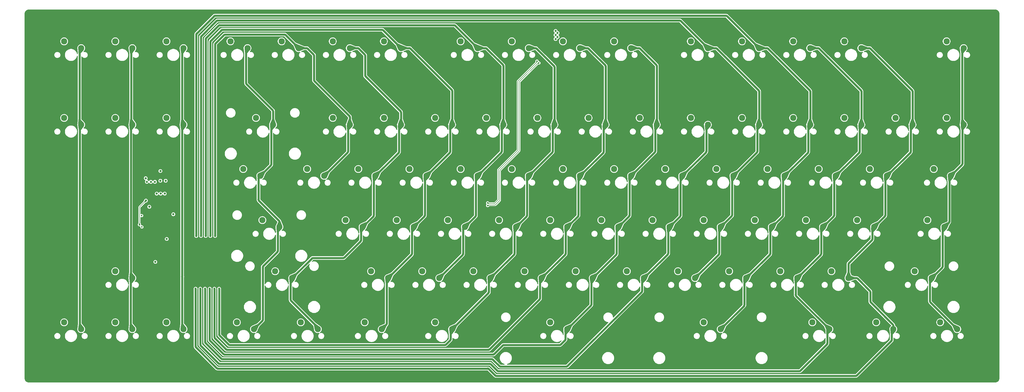
<source format=gbl>
G04 #@! TF.GenerationSoftware,KiCad,Pcbnew,9.0.5*
G04 #@! TF.CreationDate,2026-01-22T23:22:38-08:00*
G04 #@! TF.ProjectId,alana-kb,616c616e-612d-46b6-922e-6b696361645f,rev?*
G04 #@! TF.SameCoordinates,Original*
G04 #@! TF.FileFunction,Copper,L4,Bot*
G04 #@! TF.FilePolarity,Positive*
%FSLAX46Y46*%
G04 Gerber Fmt 4.6, Leading zero omitted, Abs format (unit mm)*
G04 Created by KiCad (PCBNEW 9.0.5) date 2026-01-22 23:22:38*
%MOMM*%
%LPD*%
G01*
G04 APERTURE LIST*
G04 #@! TA.AperFunction,ComponentPad*
%ADD10C,3.500000*%
G04 #@! TD*
G04 #@! TA.AperFunction,ComponentPad*
%ADD11C,2.300000*%
G04 #@! TD*
G04 #@! TA.AperFunction,ViaPad*
%ADD12C,0.600000*%
G04 #@! TD*
G04 #@! TA.AperFunction,ViaPad*
%ADD13C,0.800000*%
G04 #@! TD*
G04 #@! TA.AperFunction,ViaPad*
%ADD14C,0.500000*%
G04 #@! TD*
G04 #@! TA.AperFunction,Conductor*
%ADD15C,0.750000*%
G04 #@! TD*
G04 #@! TA.AperFunction,Conductor*
%ADD16C,0.180600*%
G04 #@! TD*
G04 #@! TA.AperFunction,Conductor*
%ADD17C,0.180000*%
G04 #@! TD*
G04 APERTURE END LIST*
D10*
X361950000Y-52387500D03*
X169068750Y-52387500D03*
X52387500Y-80962500D03*
X190500000Y-140493750D03*
D11*
X222885000Y-102235000D03*
X216535000Y-99695000D03*
X180022500Y-140335000D03*
X173672500Y-137795000D03*
X194310000Y-121285000D03*
X187960000Y-118745000D03*
X275272500Y-35560000D03*
X268922500Y-33020000D03*
X108585000Y-83185000D03*
X102235000Y-80645000D03*
X170497500Y-83185000D03*
X164147500Y-80645000D03*
X322897500Y-83185000D03*
X316547500Y-80645000D03*
X151447500Y-83185000D03*
X145097500Y-80645000D03*
X363378750Y-102235000D03*
X357028750Y-99695000D03*
X113347500Y-64135000D03*
X106997500Y-61595000D03*
X160972500Y-64135000D03*
X154622500Y-61595000D03*
X208597500Y-35560000D03*
X202247500Y-33020000D03*
X246697500Y-83185000D03*
X240347500Y-80645000D03*
X341947500Y-83185000D03*
X335597500Y-80645000D03*
X115728750Y-102235000D03*
X109378750Y-99695000D03*
X246697500Y-35560000D03*
X240347500Y-33020000D03*
X313372500Y-64135000D03*
X307022500Y-61595000D03*
X120491250Y-121285000D03*
X114141250Y-118745000D03*
X184785000Y-102235000D03*
X178435000Y-99695000D03*
X294322500Y-35560000D03*
X287972500Y-33020000D03*
X222885000Y-140335000D03*
X216535000Y-137795000D03*
X232410000Y-121285000D03*
X226060000Y-118745000D03*
X308610000Y-121285000D03*
X302260000Y-118745000D03*
X80010000Y-64135000D03*
X73660000Y-61595000D03*
X370522500Y-64135000D03*
X364172500Y-61595000D03*
X160972500Y-35560000D03*
X154622500Y-33020000D03*
X358616250Y-121285000D03*
X352266250Y-118745000D03*
X332422500Y-35560000D03*
X326072500Y-33020000D03*
X332422500Y-64135000D03*
X326072500Y-61595000D03*
X327660000Y-121285000D03*
X321310000Y-118745000D03*
X280035000Y-102235000D03*
X273685000Y-99695000D03*
X256222500Y-64135000D03*
X249872500Y-61595000D03*
X260985000Y-102235000D03*
X254635000Y-99695000D03*
X60960000Y-35560000D03*
X54610000Y-33020000D03*
X241935000Y-102235000D03*
X235585000Y-99695000D03*
X275272500Y-64135000D03*
X268922500Y-61595000D03*
X175260000Y-121285000D03*
X168910000Y-118745000D03*
X270510000Y-121285000D03*
X264160000Y-118745000D03*
X199072500Y-64135000D03*
X192722500Y-61595000D03*
X208597500Y-83185000D03*
X202247500Y-80645000D03*
X265747500Y-83185000D03*
X259397500Y-80645000D03*
X165735000Y-102235000D03*
X159385000Y-99695000D03*
X299085000Y-102235000D03*
X292735000Y-99695000D03*
X237172500Y-64135000D03*
X230822500Y-61595000D03*
X106203750Y-140335000D03*
X99853750Y-137795000D03*
X180022500Y-64135000D03*
X173672500Y-61595000D03*
X213360000Y-121285000D03*
X207010000Y-118745000D03*
X337185000Y-102235000D03*
X330835000Y-99695000D03*
X227647500Y-35560000D03*
X221297500Y-33020000D03*
X132397500Y-83185000D03*
X126047500Y-80645000D03*
X103822500Y-35560000D03*
X97472500Y-33020000D03*
X60960000Y-121285000D03*
X54610000Y-118745000D03*
X41910000Y-64135000D03*
X35560000Y-61595000D03*
X303847500Y-83185000D03*
X297497500Y-80645000D03*
X122872500Y-35560000D03*
X116522500Y-33020000D03*
X251460000Y-121285000D03*
X245110000Y-118745000D03*
X351472500Y-64135000D03*
X345122500Y-61595000D03*
X365760000Y-83185000D03*
X359410000Y-80645000D03*
X218122500Y-64135000D03*
X211772500Y-61595000D03*
X156210000Y-121285000D03*
X149860000Y-118745000D03*
X320516250Y-140335000D03*
X314166250Y-137795000D03*
X80010000Y-35560000D03*
X73660000Y-33020000D03*
X318135000Y-102235000D03*
X311785000Y-99695000D03*
X313372500Y-35560000D03*
X307022500Y-33020000D03*
X189547500Y-83185000D03*
X183197500Y-80645000D03*
X41910000Y-140335000D03*
X35560000Y-137795000D03*
X141922500Y-35560000D03*
X135572500Y-33020000D03*
X130016250Y-140335000D03*
X123666250Y-137795000D03*
X344328750Y-140335000D03*
X337978750Y-137795000D03*
X141922500Y-64135000D03*
X135572500Y-61595000D03*
X60960000Y-64135000D03*
X54610000Y-61595000D03*
X203835000Y-102235000D03*
X197485000Y-99695000D03*
X289560000Y-121285000D03*
X283210000Y-118745000D03*
X227647500Y-83185000D03*
X221297500Y-80645000D03*
X146685000Y-102235000D03*
X140335000Y-99695000D03*
X153828750Y-140335000D03*
X147478750Y-137795000D03*
X41910000Y-35560000D03*
X35560000Y-33020000D03*
X284797500Y-83185000D03*
X278447500Y-80645000D03*
X80010000Y-140335000D03*
X73660000Y-137795000D03*
X368141250Y-140335000D03*
X361791250Y-137795000D03*
X189547500Y-35560000D03*
X183197500Y-33020000D03*
X370522500Y-35560000D03*
X364172500Y-33020000D03*
X280035000Y-140335000D03*
X273685000Y-137795000D03*
X294322500Y-64135000D03*
X287972500Y-61595000D03*
X60960000Y-140335000D03*
X54610000Y-137795000D03*
D12*
X66000000Y-101400000D03*
D13*
X71500000Y-93600000D03*
X70250000Y-83250000D03*
X208600000Y-21704600D03*
X212500001Y-27000000D03*
X209400000Y-21704600D03*
X70000000Y-93600000D03*
X210200000Y-21704600D03*
X220000000Y-21700000D03*
X219200000Y-21700000D03*
X218600000Y-33450000D03*
X67700000Y-90300000D03*
D12*
X68077178Y-96472435D03*
X74517789Y-98563169D03*
D13*
X73348520Y-81363721D03*
X73000000Y-93600000D03*
X68700000Y-90300000D03*
X66000000Y-82500000D03*
X66200000Y-96900000D03*
D14*
X72500000Y-105000000D03*
D13*
X218400000Y-21700000D03*
X69500000Y-115250000D03*
X84500000Y-125250000D03*
X86250000Y-125250000D03*
X84750000Y-105600000D03*
X86500000Y-105600000D03*
X89750000Y-125250000D03*
X91500000Y-125250000D03*
X93250000Y-125250000D03*
X88250000Y-105600000D03*
X90000000Y-105600000D03*
X91750000Y-105600000D03*
X79500000Y-120750000D03*
X88000000Y-125250000D03*
D12*
X193250000Y-94250000D03*
X212353554Y-41103554D03*
X211646446Y-40396446D03*
X193250000Y-93250000D03*
D13*
X66000000Y-92400000D03*
D12*
X63600000Y-101400000D03*
D13*
X76200000Y-97500000D03*
D12*
X64400000Y-98000000D03*
D13*
X66348075Y-85410402D03*
D12*
X64500000Y-102230000D03*
D13*
X67848075Y-85410402D03*
X69348075Y-85410402D03*
X67250000Y-94700000D03*
X65916326Y-84057179D03*
X70000000Y-89800000D03*
X73750000Y-106700000D03*
X71500000Y-89800000D03*
X73000000Y-89800000D03*
X218550000Y-30650000D03*
X218550000Y-29150000D03*
X218550000Y-32150000D03*
X219300000Y-29900000D03*
X71387500Y-85000000D03*
X71390481Y-81363721D03*
X219300000Y-31400000D03*
X73345539Y-85000000D03*
D15*
X362828947Y-102784803D02*
X363378750Y-102235000D01*
X358616250Y-121285000D02*
X362536054Y-117365196D01*
X362682500Y-117011643D02*
X362682500Y-103138357D01*
X365036053Y-100577697D02*
X363378750Y-102235000D01*
X358128947Y-130322697D02*
X368141250Y-140335000D01*
X370522500Y-64135000D02*
X370198946Y-64458554D01*
X370118947Y-35963553D02*
X370522500Y-35560000D01*
X365182500Y-83969607D02*
X365182500Y-100224143D01*
X370052500Y-64812107D02*
X370052500Y-78685393D01*
X357982500Y-122125857D02*
X357982500Y-129969143D01*
X369972500Y-63377893D02*
X369972500Y-36317107D01*
X369906053Y-79038947D02*
X365760000Y-83185000D01*
X365760000Y-83185000D02*
X365328946Y-83616054D01*
X370522500Y-64135000D02*
X370118946Y-63731446D01*
X358616250Y-121285000D02*
X358128946Y-121772304D01*
X370052500Y-64812107D02*
G75*
G02*
X370198943Y-64458551I500000J7D01*
G01*
X365182500Y-83969607D02*
G75*
G02*
X365328943Y-83616051I500000J7D01*
G01*
X358128947Y-130322697D02*
G75*
G02*
X357982469Y-129969143I353553J353597D01*
G01*
X358128946Y-121772304D02*
G75*
G03*
X357982469Y-122125857I353554J-353596D01*
G01*
X370052500Y-78685393D02*
G75*
G02*
X369906056Y-79038950I-500000J-7D01*
G01*
X365036053Y-100577697D02*
G75*
G03*
X365182531Y-100224143I-353553J353597D01*
G01*
X370118947Y-35963553D02*
G75*
G03*
X369972505Y-36317107I353553J-353547D01*
G01*
X369972500Y-63377893D02*
G75*
G03*
X370118943Y-63731449I500000J-7D01*
G01*
X362682500Y-103138357D02*
G75*
G02*
X362828969Y-102784825I500000J-43D01*
G01*
X362536054Y-117365196D02*
G75*
G03*
X362682531Y-117011643I-353554J353596D01*
G01*
X332422500Y-35560000D02*
X335390393Y-35560000D01*
X351472500Y-64135000D02*
X351008946Y-64598554D01*
X343632842Y-144617158D02*
X330617157Y-157632843D01*
X193334315Y-155000000D02*
X92665685Y-155000000D01*
X335902697Y-130321447D02*
X344182304Y-138601054D01*
X343750000Y-141079435D02*
X343750000Y-144334315D01*
X84500000Y-146834315D02*
X84500000Y-125250000D01*
X330334315Y-157750000D02*
X196415685Y-157750000D01*
X196132842Y-157632842D02*
X193617157Y-155117157D01*
X350862500Y-64952107D02*
X350862500Y-74062893D01*
X341332500Y-84007107D02*
X341332500Y-97880393D01*
X341947500Y-83185000D02*
X341478946Y-83653554D01*
X341186053Y-98233947D02*
X337185000Y-102235000D01*
X327660000Y-121285000D02*
X330627893Y-121285000D01*
X327660000Y-116047107D02*
X327660000Y-121285000D01*
X336502500Y-103124607D02*
X336502500Y-106790393D01*
X344328750Y-140335000D02*
X343867157Y-140796593D01*
X351472500Y-51642107D02*
X351472500Y-64135000D01*
X335756250Y-126413357D02*
X335756250Y-129967893D01*
X92382842Y-154882842D02*
X84617157Y-147117157D01*
X335743947Y-35706447D02*
X351326054Y-51288554D01*
X330981447Y-121431447D02*
X335609804Y-126059804D01*
X344328750Y-138954607D02*
X344328750Y-140335000D01*
X350716053Y-74416447D02*
X341947500Y-83185000D01*
X336356053Y-107143947D02*
X327806446Y-115693554D01*
X337185000Y-102235000D02*
X336648946Y-102771054D01*
X196415685Y-157750000D02*
G75*
G02*
X196132849Y-157632835I15J400000D01*
G01*
X343750000Y-141079435D02*
G75*
G02*
X343867139Y-140796575I400000J35D01*
G01*
X84500000Y-146834315D02*
G75*
G03*
X84617164Y-147117150I400000J15D01*
G01*
X193334315Y-155000000D02*
G75*
G02*
X193617150Y-155117164I-15J-400000D01*
G01*
X327806446Y-115693554D02*
G75*
G03*
X327660005Y-116047107I353554J-353546D01*
G01*
X344182304Y-138601054D02*
G75*
G02*
X344328731Y-138954607I-353604J-353546D01*
G01*
X351326054Y-51288554D02*
G75*
G02*
X351472495Y-51642107I-353554J-353546D01*
G01*
X330627893Y-121285000D02*
G75*
G02*
X330981450Y-121431444I7J-500000D01*
G01*
X335743947Y-35706447D02*
G75*
G03*
X335390393Y-35560005I-353547J-353553D01*
G01*
X92665685Y-155000000D02*
G75*
G02*
X92382849Y-154882835I15J400000D01*
G01*
X341332500Y-84007107D02*
G75*
G02*
X341478943Y-83653551I500000J7D01*
G01*
X351008946Y-64598554D02*
G75*
G03*
X350862505Y-64952107I353554J-353546D01*
G01*
X330617157Y-157632843D02*
G75*
G02*
X330334315Y-157750010I-282857J282843D01*
G01*
X350716053Y-74416447D02*
G75*
G03*
X350862495Y-74062893I-353553J353547D01*
G01*
X335756250Y-126413357D02*
G75*
G03*
X335609793Y-126059815I-500050J-43D01*
G01*
X335902697Y-130321447D02*
G75*
G02*
X335756240Y-129967893I353503J353547D01*
G01*
X343632842Y-144617158D02*
G75*
G03*
X343750010Y-144334315I-282842J282858D01*
G01*
X336356053Y-107143947D02*
G75*
G03*
X336502495Y-106790393I-353553J353547D01*
G01*
X336648946Y-102771054D02*
G75*
G03*
X336502505Y-103124607I353554J-353546D01*
G01*
X341332500Y-97880393D02*
G75*
G02*
X341186056Y-98233950I-500000J-7D01*
G01*
X316693947Y-35706447D02*
X332276054Y-51288554D01*
X322408947Y-83673553D02*
X322897500Y-83185000D01*
X93132842Y-153132842D02*
X86367157Y-146367157D01*
X309334315Y-156000000D02*
X197165685Y-156000000D01*
X318135000Y-102235000D02*
X322116054Y-98253946D01*
X319632842Y-145867158D02*
X309617157Y-155882843D01*
X307952500Y-127564143D02*
X307952500Y-122149607D01*
X322262500Y-97900393D02*
X322262500Y-84027107D01*
X313372500Y-35560000D02*
X316340393Y-35560000D01*
X317598947Y-102771053D02*
X318135000Y-102235000D01*
X331656053Y-74426447D02*
X322897500Y-83185000D01*
X196882842Y-155882842D02*
X194367157Y-153367157D01*
X86250000Y-146084315D02*
X86250000Y-125250000D01*
X194084315Y-153250000D02*
X93415685Y-153250000D01*
X320516250Y-140335000D02*
X319867157Y-140984093D01*
X308610000Y-121285000D02*
X317306054Y-112588946D01*
X319750000Y-141266935D02*
X319750000Y-145584315D01*
X331802500Y-64962107D02*
X331802500Y-74072893D01*
X317452500Y-112235393D02*
X317452500Y-103124607D01*
X320516250Y-140335000D02*
X308098946Y-127917696D01*
X332422500Y-51642107D02*
X332422500Y-64135000D01*
X308098947Y-121796053D02*
X308610000Y-121285000D01*
X332422500Y-64135000D02*
X331948946Y-64608554D01*
X308098946Y-127917696D02*
G75*
G02*
X307952469Y-127564143I353554J353596D01*
G01*
X322262500Y-84027107D02*
G75*
G02*
X322408944Y-83673550I500000J7D01*
G01*
X86367157Y-146367157D02*
G75*
G02*
X86249990Y-146084315I282843J282857D01*
G01*
X317306054Y-112588946D02*
G75*
G03*
X317452495Y-112235393I-353554J353546D01*
G01*
X317598947Y-102771053D02*
G75*
G03*
X317452505Y-103124607I353553J-353547D01*
G01*
X319632842Y-145867158D02*
G75*
G03*
X319750010Y-145584315I-282842J282858D01*
G01*
X197165685Y-156000000D02*
G75*
G02*
X196882849Y-155882835I15J400000D01*
G01*
X319867157Y-140984093D02*
G75*
G03*
X319750025Y-141266935I282843J-282807D01*
G01*
X332276054Y-51288554D02*
G75*
G02*
X332422495Y-51642107I-353554J-353546D01*
G01*
X93132842Y-153132842D02*
G75*
G03*
X93415685Y-153250010I282858J282842D01*
G01*
X194367157Y-153367157D02*
G75*
G03*
X194084315Y-153249990I-282857J-282843D01*
G01*
X316693947Y-35706447D02*
G75*
G03*
X316340393Y-35560005I-353547J-353553D01*
G01*
X309334315Y-156000000D02*
G75*
G03*
X309617150Y-155882836I-15J400000D01*
G01*
X322262500Y-97900393D02*
G75*
G02*
X322116057Y-98253949I-500000J-7D01*
G01*
X308098947Y-121796053D02*
G75*
G03*
X307952505Y-122149607I353553J-353547D01*
G01*
X331656053Y-74426447D02*
G75*
G03*
X331802495Y-74072893I-353553J353547D01*
G01*
X331948946Y-64608554D02*
G75*
G03*
X331802505Y-64962107I353554J-353546D01*
G01*
X298336053Y-112508947D02*
X289560000Y-121285000D01*
X298482500Y-103044607D02*
X298482500Y-112155393D01*
X280035000Y-140335000D02*
X288736054Y-131633946D01*
X303282500Y-83957107D02*
X303282500Y-97830393D01*
X84867158Y-30132842D02*
X91382843Y-23617157D01*
X289028947Y-121816053D02*
X289560000Y-121285000D01*
X294322500Y-35560000D02*
X297290393Y-35560000D01*
X299085000Y-102235000D02*
X298628946Y-102691054D01*
X312682500Y-65032107D02*
X312682500Y-74142893D01*
X312536053Y-74496447D02*
X303847500Y-83185000D01*
X313372500Y-51642107D02*
X313372500Y-64135000D01*
X91665685Y-23500000D02*
X282096815Y-23500000D01*
X313372500Y-64135000D02*
X312828946Y-64678554D01*
X297643947Y-35706447D02*
X313226054Y-51288554D01*
X84750000Y-105600000D02*
X84750000Y-30415685D01*
X303847500Y-83185000D02*
X303428946Y-83603554D01*
X303136053Y-98183947D02*
X299085000Y-102235000D01*
X288882500Y-131280393D02*
X288882500Y-122169607D01*
X282379658Y-23617158D02*
X294322500Y-35560000D01*
X282379658Y-23617158D02*
G75*
G03*
X282096815Y-23499990I-282858J-282842D01*
G01*
X84750000Y-30415685D02*
G75*
G02*
X84867165Y-30132849I400000J-15D01*
G01*
X288882500Y-131280393D02*
G75*
G02*
X288736057Y-131633949I-500000J-7D01*
G01*
X298628946Y-102691054D02*
G75*
G03*
X298482505Y-103044607I353554J-353546D01*
G01*
X298336053Y-112508947D02*
G75*
G03*
X298482495Y-112155393I-353553J353547D01*
G01*
X313226054Y-51288554D02*
G75*
G02*
X313372495Y-51642107I-353554J-353546D01*
G01*
X297643947Y-35706447D02*
G75*
G03*
X297290393Y-35560005I-353547J-353553D01*
G01*
X312682500Y-65032107D02*
G75*
G02*
X312828943Y-64678551I500000J7D01*
G01*
X312682500Y-74142893D02*
G75*
G02*
X312536056Y-74496450I-500000J-7D01*
G01*
X91665685Y-23500000D02*
G75*
G03*
X91382850Y-23617164I15J-400000D01*
G01*
X303282500Y-97830393D02*
G75*
G02*
X303136056Y-98183950I-500000J-7D01*
G01*
X289028947Y-121816053D02*
G75*
G03*
X288882505Y-122169607I353553J-353547D01*
G01*
X303428946Y-83603554D02*
G75*
G03*
X303282505Y-83957107I353554J-353546D01*
G01*
X293682500Y-64982107D02*
X293682500Y-74092893D01*
X86617158Y-31132842D02*
X92382843Y-25367157D01*
X275272500Y-35560000D02*
X278240393Y-35560000D01*
X284136053Y-98133947D02*
X280035000Y-102235000D01*
X294322500Y-51642107D02*
X294322500Y-64135000D01*
X293536053Y-74446447D02*
X284797500Y-83185000D01*
X279482500Y-112105393D02*
X279482500Y-102994607D01*
X284797500Y-83185000D02*
X284428946Y-83553554D01*
X92665685Y-25250000D02*
X264796815Y-25250000D01*
X278593947Y-35706447D02*
X294176054Y-51288554D01*
X270510000Y-121285000D02*
X279336054Y-112458946D01*
X279628947Y-102641053D02*
X280035000Y-102235000D01*
X86500000Y-105600000D02*
X86500000Y-31415685D01*
X265079658Y-25367158D02*
X275272500Y-35560000D01*
X294322500Y-64135000D02*
X293828946Y-64628554D01*
X284282500Y-83907107D02*
X284282500Y-97780393D01*
X265079658Y-25367158D02*
G75*
G03*
X264796815Y-25249990I-282858J-282842D01*
G01*
X284282500Y-97780393D02*
G75*
G02*
X284136056Y-98133950I-500000J-7D01*
G01*
X279482500Y-112105393D02*
G75*
G02*
X279336057Y-112458949I-500000J-7D01*
G01*
X293828946Y-64628554D02*
G75*
G03*
X293682505Y-64982107I353554J-353546D01*
G01*
X293536053Y-74446447D02*
G75*
G03*
X293682495Y-74092893I-353553J353547D01*
G01*
X92382843Y-25367157D02*
G75*
G02*
X92665685Y-25249990I282857J-282843D01*
G01*
X86617158Y-31132842D02*
G75*
G03*
X86499990Y-31415685I282842J-282858D01*
G01*
X278593947Y-35706447D02*
G75*
G03*
X278240393Y-35560005I-353547J-353553D01*
G01*
X284282500Y-83907107D02*
G75*
G02*
X284428943Y-83553551I500000J7D01*
G01*
X279628947Y-102641053D02*
G75*
G03*
X279482505Y-102994607I353553J-353547D01*
G01*
X294176054Y-51288554D02*
G75*
G02*
X294322495Y-51642107I-353554J-353546D01*
G01*
X94882842Y-149632842D02*
X89867157Y-144617157D01*
X220084315Y-146250000D02*
X199165685Y-146250000D01*
X246697500Y-83185000D02*
X246228946Y-83653554D01*
X222250000Y-141135685D02*
X222250000Y-144084315D01*
X246082500Y-84007107D02*
X246082500Y-97880393D01*
X255536053Y-74346447D02*
X246697500Y-83185000D01*
X241136053Y-112558947D02*
X232410000Y-121285000D01*
X89750000Y-144334315D02*
X89750000Y-125250000D01*
X256222500Y-42152107D02*
X256222500Y-64135000D01*
X249983947Y-35706447D02*
X256076054Y-41798554D01*
X222885000Y-140335000D02*
X222367157Y-140852843D01*
X241935000Y-102235000D02*
X241428946Y-102741054D01*
X195334315Y-149750000D02*
X95165685Y-149750000D01*
X222132842Y-144367158D02*
X220367157Y-146132843D01*
X255682500Y-64882107D02*
X255682500Y-73992893D01*
X198882842Y-146367158D02*
X195617157Y-149632843D01*
X241282500Y-103094607D02*
X241282500Y-112205393D01*
X256222500Y-64135000D02*
X255828946Y-64528554D01*
X246697500Y-35560000D02*
X249630393Y-35560000D01*
X231736053Y-131483947D02*
X222885000Y-140335000D01*
X232410000Y-121285000D02*
X232028946Y-121666054D01*
X231882500Y-122019607D02*
X231882500Y-131130393D01*
X245936053Y-98233947D02*
X241935000Y-102235000D01*
X241282500Y-103094607D02*
G75*
G02*
X241428943Y-102741051I500000J7D01*
G01*
X199165685Y-146250000D02*
G75*
G03*
X198882849Y-146367165I15J-400000D01*
G01*
X255682500Y-64882107D02*
G75*
G02*
X255828943Y-64528551I500000J7D01*
G01*
X255682500Y-73992893D02*
G75*
G02*
X255536056Y-74346450I-500000J-7D01*
G01*
X245936053Y-98233947D02*
G75*
G03*
X246082495Y-97880393I-353553J353547D01*
G01*
X241136053Y-112558947D02*
G75*
G03*
X241282495Y-112205393I-353553J353547D01*
G01*
X222250000Y-141135685D02*
G75*
G02*
X222367164Y-140852850I400000J-15D01*
G01*
X246228946Y-83653554D02*
G75*
G03*
X246082505Y-84007107I353554J-353546D01*
G01*
X222250000Y-144084315D02*
G75*
G02*
X222132835Y-144367151I-400000J15D01*
G01*
X89867157Y-144617157D02*
G75*
G02*
X89749990Y-144334315I282843J282857D01*
G01*
X94882842Y-149632842D02*
G75*
G03*
X95165685Y-149750010I282858J282842D01*
G01*
X195334315Y-149750000D02*
G75*
G03*
X195617150Y-149632836I-15J400000D01*
G01*
X231882500Y-131130393D02*
G75*
G02*
X231736056Y-131483950I-500000J-7D01*
G01*
X256076054Y-41798554D02*
G75*
G02*
X256222495Y-42152107I-353554J-353546D01*
G01*
X231882500Y-122019607D02*
G75*
G02*
X232028943Y-121666051I500000J7D01*
G01*
X220084315Y-146250000D02*
G75*
G03*
X220367150Y-146132836I-15J400000D01*
G01*
X249983947Y-35706447D02*
G75*
G03*
X249630393Y-35560005I-353547J-353553D01*
G01*
X222428947Y-102691053D02*
X222885000Y-102235000D01*
X193592893Y-148000000D02*
X96165685Y-148000000D01*
X230783947Y-35706447D02*
X237026054Y-41948554D01*
X236482500Y-65032107D02*
X236482500Y-74142893D01*
X236336053Y-74496447D02*
X227647500Y-83185000D01*
X95882842Y-147882842D02*
X91617157Y-143617157D01*
X91500000Y-143334315D02*
X91500000Y-125250000D01*
X212750000Y-122060685D02*
X212750000Y-128842893D01*
X227647500Y-35560000D02*
X230430393Y-35560000D01*
X213360000Y-121285000D02*
X222136054Y-112508946D01*
X222282500Y-112155393D02*
X222282500Y-103044607D01*
X212603553Y-129196447D02*
X193946446Y-147853554D01*
X237172500Y-42302107D02*
X237172500Y-64135000D01*
X227082500Y-83957107D02*
X227082500Y-97830393D01*
X213360000Y-121285000D02*
X212867157Y-121777843D01*
X226936053Y-98183947D02*
X222885000Y-102235000D01*
X227647500Y-83185000D02*
X227228946Y-83603554D01*
X237172500Y-64135000D02*
X236628946Y-64678554D01*
X222136054Y-112508946D02*
G75*
G03*
X222282495Y-112155393I-353554J353546D01*
G01*
X236482500Y-74142893D02*
G75*
G02*
X236336056Y-74496450I-500000J-7D01*
G01*
X193592893Y-148000000D02*
G75*
G03*
X193946449Y-147853557I7J500000D01*
G01*
X91617157Y-143617157D02*
G75*
G02*
X91499990Y-143334315I282843J282857D01*
G01*
X226936053Y-98183947D02*
G75*
G03*
X227082495Y-97830393I-353553J353547D01*
G01*
X212867157Y-121777843D02*
G75*
G03*
X212749990Y-122060685I282843J-282857D01*
G01*
X222428947Y-102691053D02*
G75*
G03*
X222282505Y-103044607I353553J-353547D01*
G01*
X237026054Y-41948554D02*
G75*
G02*
X237172495Y-42302107I-353554J-353546D01*
G01*
X230783947Y-35706447D02*
G75*
G03*
X230430393Y-35560005I-353547J-353553D01*
G01*
X227082500Y-83957107D02*
G75*
G02*
X227228943Y-83603551I500000J7D01*
G01*
X212750000Y-128842893D02*
G75*
G02*
X212603556Y-129196450I-500000J-7D01*
G01*
X96165685Y-148000000D02*
G75*
G02*
X95882849Y-147882835I15J400000D01*
G01*
X236482500Y-65032107D02*
G75*
G02*
X236628943Y-64678551I500000J7D01*
G01*
X203282500Y-102994607D02*
X203282500Y-112105393D01*
X194310000Y-121285000D02*
X193828946Y-121766054D01*
X96882842Y-146132842D02*
X93367157Y-142617157D01*
X93250000Y-142334315D02*
X93250000Y-125250000D01*
X207882500Y-84107107D02*
X207882500Y-97980393D01*
X180022500Y-140335000D02*
X179617157Y-140740343D01*
X193682500Y-122119607D02*
X193682500Y-126467893D01*
X203136053Y-112458947D02*
X194310000Y-121285000D01*
X193536053Y-126821447D02*
X180022500Y-140335000D01*
X217482500Y-74092893D02*
X217482500Y-64982107D01*
X211451447Y-35706447D02*
X217976054Y-42231054D01*
X208597500Y-83185000D02*
X217336054Y-74446446D01*
X179382842Y-144367158D02*
X177617157Y-146132843D01*
X217628947Y-64628553D02*
X218122500Y-64135000D01*
X208597500Y-35560000D02*
X211097893Y-35560000D01*
X179500000Y-141023185D02*
X179500000Y-144084315D01*
X218122500Y-42584607D02*
X218122500Y-64135000D01*
X203835000Y-102235000D02*
X203428946Y-102641054D01*
X208597500Y-83185000D02*
X208028946Y-83753554D01*
X207736053Y-98333947D02*
X203835000Y-102235000D01*
X177334315Y-146250000D02*
X97165685Y-146250000D01*
X203282500Y-102994607D02*
G75*
G02*
X203428943Y-102641051I500000J7D01*
G01*
X203136053Y-112458947D02*
G75*
G03*
X203282495Y-112105393I-353553J353547D01*
G01*
X193536053Y-126821447D02*
G75*
G03*
X193682495Y-126467893I-353553J353547D01*
G01*
X217628947Y-64628553D02*
G75*
G03*
X217482505Y-64982107I353553J-353547D01*
G01*
X211451447Y-35706447D02*
G75*
G03*
X211097893Y-35560005I-353547J-353553D01*
G01*
X218122500Y-42584607D02*
G75*
G03*
X217976057Y-42231051I-500000J7D01*
G01*
X207882500Y-84107107D02*
G75*
G02*
X208028943Y-83753551I500000J7D01*
G01*
X217482500Y-74092893D02*
G75*
G02*
X217336057Y-74446449I-500000J-7D01*
G01*
X93367157Y-142617157D02*
G75*
G02*
X93249990Y-142334315I282843J282857D01*
G01*
X96882842Y-146132842D02*
G75*
G03*
X97165685Y-146250010I282858J282842D01*
G01*
X193828946Y-121766054D02*
G75*
G03*
X193682505Y-122119607I353554J-353546D01*
G01*
X179617157Y-140740343D02*
G75*
G03*
X179499990Y-141023185I282843J-282857D01*
G01*
X179382842Y-144367158D02*
G75*
G03*
X179500010Y-144084315I-282842J282858D01*
G01*
X177617157Y-146132843D02*
G75*
G02*
X177334315Y-146250010I-282857J282843D01*
G01*
X207882500Y-97980393D02*
G75*
G02*
X207736056Y-98333950I-500000J-7D01*
G01*
X184082500Y-103144607D02*
X184082500Y-112255393D01*
X198482500Y-64932107D02*
X198482500Y-74042893D01*
X184785000Y-102235000D02*
X184228946Y-102791054D01*
X192868947Y-35706447D02*
X198926054Y-41763554D01*
X189547500Y-83185000D02*
X189028946Y-83703554D01*
X188736053Y-98283947D02*
X184785000Y-102235000D01*
X183936053Y-112608947D02*
X175260000Y-121285000D01*
X93415685Y-27000000D02*
X180821815Y-27000000D01*
X198336053Y-74396447D02*
X189547500Y-83185000D01*
X181104658Y-27117158D02*
X189547500Y-35560000D01*
X88250000Y-105600000D02*
X88250000Y-32165685D01*
X188882500Y-84057107D02*
X188882500Y-97930393D01*
X88367158Y-31882842D02*
X93132843Y-27117157D01*
X199072500Y-64135000D02*
X198628946Y-64578554D01*
X199072500Y-42117107D02*
X199072500Y-64135000D01*
X189547500Y-35560000D02*
X192515393Y-35560000D01*
X183936053Y-112608947D02*
G75*
G03*
X184082495Y-112255393I-353553J353547D01*
G01*
X198482500Y-64932107D02*
G75*
G02*
X198628943Y-64578551I500000J7D01*
G01*
X181104658Y-27117158D02*
G75*
G03*
X180821815Y-26999990I-282858J-282842D01*
G01*
X184228946Y-102791054D02*
G75*
G03*
X184082505Y-103144607I353554J-353546D01*
G01*
X188882500Y-84057107D02*
G75*
G02*
X189028943Y-83703551I500000J7D01*
G01*
X93132843Y-27117157D02*
G75*
G02*
X93415685Y-26999990I282857J-282843D01*
G01*
X188736053Y-98283947D02*
G75*
G03*
X188882495Y-97930393I-353553J353547D01*
G01*
X199072500Y-42117107D02*
G75*
G03*
X198926057Y-41763551I-500000J7D01*
G01*
X192868947Y-35706447D02*
G75*
G03*
X192515393Y-35560005I-353547J-353553D01*
G01*
X198482500Y-74042893D02*
G75*
G02*
X198336056Y-74396450I-500000J-7D01*
G01*
X88250000Y-32165685D02*
G75*
G02*
X88367165Y-31882849I400000J-15D01*
G01*
X153828750Y-140335000D02*
X155536054Y-138627696D01*
X165228947Y-102741053D02*
X165735000Y-102235000D01*
X155828947Y-121666053D02*
X156210000Y-121285000D01*
X160972500Y-35560000D02*
X164111066Y-35560000D01*
X179282500Y-65082107D02*
X179282500Y-74192893D01*
X94415685Y-28750000D02*
X153996815Y-28750000D01*
X169736053Y-98233947D02*
X165735000Y-102235000D01*
X180022500Y-51471434D02*
X180022500Y-64135000D01*
X179136053Y-74546447D02*
X170497500Y-83185000D01*
X90117158Y-32882842D02*
X94132843Y-28867157D01*
X164464620Y-35706447D02*
X179876054Y-51117881D01*
X170497500Y-83185000D02*
X170028946Y-83653554D01*
X154279658Y-28867158D02*
X160972500Y-35560000D01*
X90000000Y-105600000D02*
X90000000Y-33165685D01*
X169882500Y-84007107D02*
X169882500Y-97880393D01*
X155682500Y-138274143D02*
X155682500Y-122019607D01*
X156210000Y-121285000D02*
X164936054Y-112558946D01*
X180022500Y-64135000D02*
X179428946Y-64728554D01*
X165082500Y-112205393D02*
X165082500Y-103094607D01*
X155536054Y-138627696D02*
G75*
G03*
X155682531Y-138274143I-353554J353596D01*
G01*
X165228947Y-102741053D02*
G75*
G03*
X165082505Y-103094607I353553J-353547D01*
G01*
X94132843Y-28867157D02*
G75*
G02*
X94415685Y-28749990I282857J-282843D01*
G01*
X179428946Y-64728554D02*
G75*
G03*
X179282505Y-65082107I353554J-353546D01*
G01*
X165082500Y-112205393D02*
G75*
G02*
X164936057Y-112558949I-500000J-7D01*
G01*
X155682500Y-122019607D02*
G75*
G02*
X155828944Y-121666050I500000J7D01*
G01*
X180022500Y-51471434D02*
G75*
G03*
X179876071Y-51117864I-500000J34D01*
G01*
X90000000Y-33165685D02*
G75*
G02*
X90117165Y-32882849I400000J-15D01*
G01*
X170028946Y-83653554D02*
G75*
G03*
X169882505Y-84007107I353554J-353546D01*
G01*
X164111066Y-35560000D02*
G75*
G02*
X164464637Y-35706430I34J-500000D01*
G01*
X169736053Y-98233947D02*
G75*
G03*
X169882495Y-97880393I-353553J353547D01*
G01*
X179136053Y-74546447D02*
G75*
G03*
X179282495Y-74192893I-353553J353547D01*
G01*
X154279658Y-28867158D02*
G75*
G03*
X153996815Y-28749990I-282858J-282842D01*
G01*
X128178357Y-113805000D02*
X139475393Y-113805000D01*
X160972500Y-64135000D02*
X160428946Y-64678554D01*
X139828947Y-113658553D02*
X145936054Y-107551446D01*
X146228947Y-102691053D02*
X146685000Y-102235000D01*
X150736053Y-98183947D02*
X146685000Y-102235000D01*
X147637500Y-45752893D02*
X147637500Y-38307107D01*
X144890393Y-35560000D02*
X141922500Y-35560000D01*
X147491053Y-37953553D02*
X145243946Y-35706446D01*
X160282500Y-65032107D02*
X160282500Y-74142893D01*
X160972500Y-64135000D02*
X160972500Y-59502107D01*
X120028947Y-129743322D02*
X129869804Y-139584179D01*
X150882500Y-83957107D02*
X150882500Y-97830393D01*
X160136053Y-74496447D02*
X151447500Y-83185000D01*
X120491250Y-121285000D02*
X127824804Y-113951446D01*
X146082500Y-107197893D02*
X146082500Y-103044607D01*
X120491250Y-121285000D02*
X120028946Y-121747304D01*
X119882500Y-122100857D02*
X119882500Y-129389768D01*
X160826053Y-59148553D02*
X147783946Y-46106446D01*
X151447500Y-83185000D02*
X151028946Y-83603554D01*
X130016250Y-139937732D02*
X130016250Y-140335000D01*
X160972500Y-59502107D02*
G75*
G03*
X160826056Y-59148550I-500000J7D01*
G01*
X145936054Y-107551446D02*
G75*
G03*
X146082495Y-107197893I-353554J353546D01*
G01*
X144890393Y-35560000D02*
G75*
G02*
X145243949Y-35706443I7J-500000D01*
G01*
X147637500Y-45752893D02*
G75*
G03*
X147783943Y-46106449I500000J-7D01*
G01*
X151028946Y-83603554D02*
G75*
G03*
X150882505Y-83957107I353554J-353546D01*
G01*
X119882500Y-122100857D02*
G75*
G02*
X120028968Y-121747326I500000J-43D01*
G01*
X160282500Y-65032107D02*
G75*
G02*
X160428943Y-64678551I500000J7D01*
G01*
X150882500Y-97830393D02*
G75*
G02*
X150736056Y-98183950I-500000J-7D01*
G01*
X147637500Y-38307107D02*
G75*
G03*
X147491056Y-37953550I-500000J7D01*
G01*
X129869804Y-139584179D02*
G75*
G02*
X130016213Y-139937732I-353604J-353521D01*
G01*
X120028947Y-129743322D02*
G75*
G02*
X119882522Y-129389768I353553J353522D01*
G01*
X139828947Y-113658553D02*
G75*
G02*
X139475393Y-113804995I-353547J353553D01*
G01*
X160282500Y-74142893D02*
G75*
G02*
X160136056Y-74496450I-500000J-7D01*
G01*
X127824804Y-113951446D02*
G75*
G02*
X128178357Y-113804969I353596J-353554D01*
G01*
X146228947Y-102691053D02*
G75*
G03*
X146082505Y-103044607I353553J-353547D01*
G01*
X95415685Y-30500000D02*
X117646815Y-30500000D01*
X126193947Y-35706447D02*
X128441054Y-37953554D01*
X117929658Y-30617158D02*
X122872500Y-35560000D01*
X122872500Y-35560000D02*
X125840393Y-35560000D01*
X141922500Y-61252107D02*
X141922500Y-64135000D01*
X91750000Y-105600000D02*
X91750000Y-34165685D01*
X141136053Y-74446447D02*
X132397500Y-83185000D01*
X128733947Y-47856447D02*
X141776054Y-60898554D01*
X141922500Y-64135000D02*
X141428946Y-64628554D01*
X91867158Y-33882842D02*
X95132843Y-30617157D01*
X128587500Y-38307107D02*
X128587500Y-47502893D01*
X141282500Y-64982107D02*
X141282500Y-74092893D01*
X95132843Y-30617157D02*
G75*
G02*
X95415685Y-30499990I282857J-282843D01*
G01*
X126193947Y-35706447D02*
G75*
G03*
X125840393Y-35560005I-353547J-353553D01*
G01*
X141922500Y-61252107D02*
G75*
G03*
X141776057Y-60898551I-500000J7D01*
G01*
X128587500Y-38307107D02*
G75*
G03*
X128441057Y-37953551I-500000J7D01*
G01*
X117646815Y-30500000D02*
G75*
G02*
X117929651Y-30617165I-15J-400000D01*
G01*
X141136053Y-74446447D02*
G75*
G03*
X141282495Y-74092893I-353553J353547D01*
G01*
X91867158Y-33882842D02*
G75*
G03*
X91749990Y-34165685I282842J-282858D01*
G01*
X141428946Y-64628554D02*
G75*
G03*
X141282505Y-64982107I353554J-353546D01*
G01*
X128587500Y-47502893D02*
G75*
G03*
X128733944Y-47856450I500000J-7D01*
G01*
X109683947Y-116803553D02*
X114936054Y-111551446D01*
X108585000Y-83185000D02*
X108028946Y-83741054D01*
X103822500Y-35560000D02*
X103428946Y-35953554D01*
X113347500Y-64135000D02*
X112828946Y-64653554D01*
X108028947Y-92351447D02*
X115582304Y-99904804D01*
X107882500Y-84094607D02*
X107882500Y-91997893D01*
X112536053Y-79233947D02*
X108585000Y-83185000D01*
X115082500Y-111197893D02*
X115082500Y-103088357D01*
X115728750Y-100258357D02*
X115728750Y-102235000D01*
X112682500Y-65007107D02*
X112682500Y-78880393D01*
X103428947Y-48951447D02*
X113201054Y-58723554D01*
X109537500Y-136794143D02*
X109537500Y-117157107D01*
X106203750Y-140335000D02*
X109391054Y-137147696D01*
X113347500Y-59077107D02*
X113347500Y-64135000D01*
X103282500Y-36307107D02*
X103282500Y-48597893D01*
X115228947Y-102734803D02*
X115728750Y-102235000D01*
X109391054Y-137147696D02*
G75*
G03*
X109537531Y-136794143I-353554J353596D01*
G01*
X103282500Y-36307107D02*
G75*
G02*
X103428943Y-35953551I500000J7D01*
G01*
X115082500Y-111197893D02*
G75*
G02*
X114936057Y-111551449I-500000J-7D01*
G01*
X115082500Y-103088357D02*
G75*
G02*
X115228969Y-102734825I500000J-43D01*
G01*
X112828946Y-64653554D02*
G75*
G03*
X112682505Y-65007107I353554J-353546D01*
G01*
X113201054Y-58723554D02*
G75*
G02*
X113347495Y-59077107I-353554J-353546D01*
G01*
X109683947Y-116803553D02*
G75*
G03*
X109537505Y-117157107I353553J-353547D01*
G01*
X112536053Y-79233947D02*
G75*
G03*
X112682495Y-78880393I-353553J353547D01*
G01*
X107882500Y-91997893D02*
G75*
G03*
X108028944Y-92351450I500000J-7D01*
G01*
X115728750Y-100258357D02*
G75*
G03*
X115582293Y-99904815I-500050J-43D01*
G01*
X108028946Y-83741054D02*
G75*
G03*
X107882505Y-84094607I353554J-353546D01*
G01*
X103282500Y-48597893D02*
G75*
G03*
X103428944Y-48951450I500000J-7D01*
G01*
X79617158Y-139942158D02*
X80010000Y-140335000D01*
X79500000Y-120750000D02*
X79500000Y-139659315D01*
X79482500Y-36294607D02*
X79482500Y-63400393D01*
X79628947Y-63753947D02*
X80010000Y-64135000D01*
X80010000Y-64135000D02*
X79617157Y-64527843D01*
X79500000Y-64810685D02*
X79500000Y-120750000D01*
X80010000Y-35560000D02*
X79628946Y-35941054D01*
X79617157Y-64527843D02*
G75*
G03*
X79499990Y-64810685I282843J-282857D01*
G01*
X79628946Y-35941054D02*
G75*
G03*
X79482505Y-36294607I353554J-353546D01*
G01*
X79617158Y-139942158D02*
G75*
G02*
X79499990Y-139659315I282842J282858D01*
G01*
X79628947Y-63753947D02*
G75*
G02*
X79482505Y-63400393I353553J353547D01*
G01*
X60508947Y-121736053D02*
X60960000Y-121285000D01*
X60628947Y-63803947D02*
X60960000Y-64135000D01*
X60960000Y-35560000D02*
X60628946Y-35891054D01*
X60482500Y-36244607D02*
X60482500Y-63450393D01*
X60960000Y-140335000D02*
X60508946Y-139883946D01*
X60528947Y-120853947D02*
X60960000Y-121285000D01*
X60960000Y-64135000D02*
X60528946Y-64566054D01*
X60362500Y-139530393D02*
X60362500Y-122089607D01*
X60382500Y-64919607D02*
X60382500Y-120500393D01*
X60382500Y-64919607D02*
G75*
G02*
X60528943Y-64566051I500000J7D01*
G01*
X60362500Y-139530393D02*
G75*
G03*
X60508943Y-139883949I500000J-7D01*
G01*
X60628946Y-35891054D02*
G75*
G03*
X60482505Y-36244607I353554J-353546D01*
G01*
X60362500Y-122089607D02*
G75*
G02*
X60508944Y-121736050I500000J7D01*
G01*
X60382500Y-120500393D02*
G75*
G03*
X60528944Y-120853950I500000J-7D01*
G01*
X60628947Y-63803947D02*
G75*
G02*
X60482505Y-63450393I353553J353547D01*
G01*
X41910000Y-140335000D02*
X41538946Y-139963946D01*
X41392500Y-139610393D02*
X41392500Y-64859607D01*
X41282500Y-63300393D02*
X41282500Y-36394607D01*
X41428947Y-36041053D02*
X41910000Y-35560000D01*
X41538947Y-64506053D02*
X41910000Y-64135000D01*
X41910000Y-64135000D02*
X41428946Y-63653946D01*
X41282500Y-36394607D02*
G75*
G02*
X41428944Y-36041050I500000J7D01*
G01*
X41538946Y-139963946D02*
G75*
G02*
X41392505Y-139610393I353554J353546D01*
G01*
X41538947Y-64506053D02*
G75*
G03*
X41392505Y-64859607I353553J-353547D01*
G01*
X41428946Y-63653946D02*
G75*
G02*
X41282505Y-63300393I353554J353546D01*
G01*
X265747500Y-83185000D02*
X274536054Y-74396446D01*
X250632842Y-126428374D02*
X222928373Y-154132843D01*
X260985000Y-102235000D02*
X260628946Y-102591054D01*
X194834315Y-151500000D02*
X94415685Y-151500000D01*
X260336053Y-112408947D02*
X251460000Y-121285000D01*
X250750000Y-122160685D02*
X250750000Y-126145531D01*
X222645531Y-154250000D02*
X197915685Y-154250000D01*
X265228947Y-83703553D02*
X265747500Y-83185000D01*
X197632842Y-154132842D02*
X195117157Y-151617157D01*
X265082500Y-97930393D02*
X265082500Y-84057107D01*
X260482500Y-102944607D02*
X260482500Y-112055393D01*
X274682500Y-74042893D02*
X274682500Y-64932107D01*
X94132842Y-151382842D02*
X88117157Y-145367157D01*
X260985000Y-102235000D02*
X264936054Y-98283946D01*
X88000000Y-145084315D02*
X88000000Y-125250000D01*
X274828947Y-64578553D02*
X275272500Y-64135000D01*
X251460000Y-121285000D02*
X250867157Y-121877843D01*
X197915685Y-154250000D02*
G75*
G02*
X197632849Y-154132835I15J400000D01*
G01*
X250750000Y-122160685D02*
G75*
G02*
X250867164Y-121877850I400000J-15D01*
G01*
X88117157Y-145367157D02*
G75*
G02*
X87999990Y-145084315I282843J282857D01*
G01*
X260482500Y-102944607D02*
G75*
G02*
X260628943Y-102591051I500000J7D01*
G01*
X265082500Y-84057107D02*
G75*
G02*
X265228944Y-83703550I500000J7D01*
G01*
X260482500Y-112055393D02*
G75*
G02*
X260336056Y-112408950I-500000J-7D01*
G01*
X94415685Y-151500000D02*
G75*
G02*
X94132849Y-151382835I15J400000D01*
G01*
X250632842Y-126428374D02*
G75*
G03*
X250750022Y-126145531I-282842J282874D01*
G01*
X274536054Y-74396446D02*
G75*
G03*
X274682495Y-74042893I-353554J353546D01*
G01*
X274828947Y-64578553D02*
G75*
G03*
X274682505Y-64932107I353553J-353547D01*
G01*
X222928373Y-154132843D02*
G75*
G02*
X222645531Y-154250022I-282873J282843D01*
G01*
X264936054Y-98283946D02*
G75*
G03*
X265082495Y-97930393I-353554J353546D01*
G01*
X194834315Y-151500000D02*
G75*
G02*
X195117150Y-151617164I-15J-400000D01*
G01*
D16*
X205040300Y-48285932D02*
X205040300Y-73704561D01*
X197673142Y-92487404D02*
X196237402Y-93923144D01*
X197790300Y-81285931D02*
X197790300Y-92204561D01*
X193342541Y-94157459D02*
X193250000Y-94250000D01*
X211939835Y-41220712D02*
X205157457Y-48003090D01*
X195954560Y-94040301D02*
X193625384Y-94040301D01*
X212353554Y-41103554D02*
X212222678Y-41103554D01*
X204923142Y-73987404D02*
X197907457Y-81003089D01*
X205040300Y-73704561D02*
G75*
G02*
X204923162Y-73987424I-400000J-39D01*
G01*
X211939835Y-41220712D02*
G75*
G02*
X212222678Y-41103552I282865J-282888D01*
G01*
X193342541Y-94157459D02*
G75*
G02*
X193625384Y-94040290I282859J-282841D01*
G01*
X197673142Y-92487404D02*
G75*
G03*
X197790272Y-92204561I-282842J282804D01*
G01*
X197790300Y-81285931D02*
G75*
G02*
X197907441Y-81003073I400000J31D01*
G01*
X205040300Y-48285932D02*
G75*
G02*
X205157441Y-48003074I400000J32D01*
G01*
X196237402Y-93923144D02*
G75*
G02*
X195954560Y-94040272I-282802J282844D01*
G01*
X195714070Y-93459699D02*
X193625384Y-93459699D01*
X197092542Y-92246912D02*
X195996912Y-93342542D01*
X211646446Y-40396446D02*
X211646446Y-40527322D01*
X197209700Y-81045439D02*
X197209700Y-91964069D01*
X193342541Y-93342541D02*
X193250000Y-93250000D01*
X211529288Y-40810165D02*
X204576857Y-47762596D01*
X204459700Y-48045438D02*
X204459700Y-73464069D01*
X204342542Y-73746912D02*
X197326857Y-80762597D01*
X195714070Y-93459699D02*
G75*
G03*
X195996927Y-93342557I30J399999D01*
G01*
X204459700Y-73464069D02*
G75*
G02*
X204342558Y-73746928I-400000J-31D01*
G01*
X211646446Y-40527322D02*
G75*
G02*
X211529266Y-40810143I-399946J22D01*
G01*
X197092542Y-92246912D02*
G75*
G03*
X197209678Y-91964069I-282842J282812D01*
G01*
X204576857Y-47762596D02*
G75*
G03*
X204459727Y-48045438I282843J-282804D01*
G01*
X197209700Y-81045439D02*
G75*
G02*
X197326837Y-80762577I400000J39D01*
G01*
X193625384Y-93459699D02*
G75*
G02*
X193342549Y-93342533I16J399999D01*
G01*
D17*
X66000000Y-92400000D02*
X63717157Y-94682843D01*
X63600000Y-94965685D02*
X63600000Y-101400000D01*
X63717157Y-94682843D02*
G75*
G03*
X63599990Y-94965685I282843J-282857D01*
G01*
G04 #@! TA.AperFunction,Conductor*
G36*
X382259799Y-21187713D02*
G01*
X382320378Y-21187712D01*
X382331003Y-21188091D01*
X382528468Y-21202214D01*
X382549495Y-21205237D01*
X382737741Y-21246186D01*
X382758121Y-21252169D01*
X382938628Y-21319494D01*
X382957959Y-21328323D01*
X383058715Y-21383340D01*
X383127027Y-21420641D01*
X383144911Y-21432134D01*
X383299123Y-21547575D01*
X383315190Y-21561497D01*
X383451402Y-21697709D01*
X383465324Y-21713776D01*
X383580765Y-21867988D01*
X383592258Y-21885872D01*
X383684574Y-22054936D01*
X383693406Y-22074274D01*
X383760727Y-22254769D01*
X383766716Y-22275168D01*
X383807661Y-22463397D01*
X383810686Y-22484439D01*
X383824807Y-22681894D01*
X383825187Y-22692521D01*
X383825187Y-22724275D01*
X383825187Y-22753101D01*
X383825187Y-22753103D01*
X383825188Y-22765110D01*
X383825188Y-158681890D01*
X383824808Y-158692521D01*
X383810684Y-158889975D01*
X383807659Y-158911017D01*
X383766710Y-159099253D01*
X383760720Y-159119651D01*
X383693404Y-159300130D01*
X383684572Y-159319468D01*
X383592249Y-159488541D01*
X383580756Y-159506425D01*
X383465319Y-159660630D01*
X383451397Y-159676697D01*
X383315184Y-159812908D01*
X383299117Y-159826830D01*
X383144905Y-159942269D01*
X383127022Y-159953761D01*
X382957957Y-160046077D01*
X382938619Y-160054909D01*
X382758130Y-160122227D01*
X382737731Y-160128216D01*
X382549500Y-160169162D01*
X382528465Y-160172186D01*
X382428149Y-160179360D01*
X382330661Y-160186332D01*
X382320035Y-160186711D01*
X382289141Y-160186711D01*
X382259799Y-160186711D01*
X382259795Y-160186711D01*
X382250658Y-160186712D01*
X382250657Y-160186711D01*
X382250656Y-160186712D01*
X22331008Y-160186712D01*
X22320379Y-160186332D01*
X22287335Y-160183968D01*
X22122922Y-160172208D01*
X22101881Y-160169183D01*
X21913643Y-160128234D01*
X21893244Y-160122244D01*
X21712763Y-160054927D01*
X21693425Y-160046096D01*
X21524352Y-159953774D01*
X21506469Y-159942281D01*
X21352259Y-159826841D01*
X21336192Y-159812919D01*
X21199980Y-159676707D01*
X21186058Y-159660640D01*
X21070618Y-159506430D01*
X21059125Y-159488547D01*
X21028509Y-159432478D01*
X20966800Y-159319467D01*
X20957975Y-159300143D01*
X20890653Y-159119649D01*
X20884665Y-159099256D01*
X20884664Y-159099253D01*
X20843715Y-158911016D01*
X20840691Y-158889976D01*
X20826568Y-158692521D01*
X20826188Y-158681891D01*
X20826188Y-142786106D01*
X31890500Y-142786106D01*
X31890500Y-142963894D01*
X31902860Y-143041937D01*
X31918312Y-143139497D01*
X31973251Y-143308580D01*
X31982682Y-143327088D01*
X32053965Y-143466987D01*
X32158465Y-143610820D01*
X32284180Y-143736535D01*
X32428013Y-143841035D01*
X32530949Y-143893484D01*
X32586419Y-143921748D01*
X32755502Y-143976686D01*
X32755502Y-143976687D01*
X32755507Y-143976687D01*
X32755508Y-143976688D01*
X32931106Y-144004500D01*
X32931110Y-144004500D01*
X33108890Y-144004500D01*
X33108894Y-144004500D01*
X33284492Y-143976688D01*
X33284493Y-143976687D01*
X33284497Y-143976687D01*
X33284497Y-143976686D01*
X33453578Y-143921749D01*
X33611987Y-143841035D01*
X33755820Y-143736535D01*
X33881535Y-143610820D01*
X33986035Y-143466987D01*
X34066749Y-143308578D01*
X34121686Y-143139497D01*
X34121687Y-143139497D01*
X34129136Y-143092465D01*
X34149500Y-142963894D01*
X34149500Y-142786106D01*
X34140238Y-142727626D01*
X35851600Y-142727626D01*
X35851600Y-143022373D01*
X35890068Y-143314571D01*
X35890069Y-143314576D01*
X35966351Y-143599270D01*
X36079148Y-143871582D01*
X36194975Y-144072198D01*
X36226513Y-144126824D01*
X36405937Y-144360654D01*
X36614346Y-144569063D01*
X36848176Y-144748487D01*
X36951200Y-144807968D01*
X37103417Y-144895851D01*
X37103420Y-144895852D01*
X37103425Y-144895855D01*
X37227008Y-144947045D01*
X37375729Y-145008648D01*
X37584140Y-145064490D01*
X37660418Y-145084929D01*
X37660420Y-145084929D01*
X37660423Y-145084930D01*
X37660428Y-145084931D01*
X37883928Y-145114354D01*
X37952632Y-145123400D01*
X38247368Y-145123400D01*
X38359123Y-145108687D01*
X38539571Y-145084931D01*
X38539576Y-145084930D01*
X38539577Y-145084929D01*
X38539582Y-145084929D01*
X38678284Y-145047764D01*
X38824270Y-145008648D01*
X38844339Y-145000335D01*
X39096575Y-144895855D01*
X39351824Y-144748487D01*
X39585654Y-144569063D01*
X39794063Y-144360654D01*
X39973487Y-144126824D01*
X40120855Y-143871575D01*
X40233646Y-143599275D01*
X40233646Y-143599274D01*
X40233648Y-143599270D01*
X40283308Y-143413934D01*
X40309929Y-143314582D01*
X40309930Y-143314576D01*
X40309931Y-143314571D01*
X40345708Y-143042815D01*
X40348400Y-143022368D01*
X40348400Y-142727632D01*
X40332980Y-142610508D01*
X40309931Y-142435428D01*
X40309930Y-142435423D01*
X40305524Y-142418981D01*
X40284726Y-142341357D01*
X40233648Y-142150729D01*
X40196049Y-142059958D01*
X40120855Y-141878425D01*
X40120852Y-141878420D01*
X40120851Y-141878417D01*
X40033260Y-141726706D01*
X39973487Y-141623176D01*
X39794063Y-141389346D01*
X39585654Y-141180937D01*
X39351824Y-141001513D01*
X39318811Y-140982453D01*
X39096582Y-140854148D01*
X38824270Y-140741351D01*
X38539576Y-140665069D01*
X38539571Y-140665068D01*
X38247373Y-140626600D01*
X38247368Y-140626600D01*
X37952632Y-140626600D01*
X37952626Y-140626600D01*
X37660428Y-140665068D01*
X37660423Y-140665069D01*
X37375729Y-140741351D01*
X37103417Y-140854148D01*
X36848177Y-141001512D01*
X36848176Y-141001513D01*
X36614346Y-141180937D01*
X36614344Y-141180938D01*
X36614340Y-141180942D01*
X36405942Y-141389340D01*
X36405938Y-141389344D01*
X36405937Y-141389346D01*
X36353565Y-141457599D01*
X36226512Y-141623177D01*
X36079148Y-141878417D01*
X35966351Y-142150729D01*
X35890069Y-142435423D01*
X35890068Y-142435428D01*
X35851600Y-142727626D01*
X34140238Y-142727626D01*
X34121688Y-142610508D01*
X34121687Y-142610507D01*
X34121687Y-142610502D01*
X34066748Y-142441419D01*
X34035905Y-142380888D01*
X33986035Y-142283013D01*
X33881535Y-142139180D01*
X33755820Y-142013465D01*
X33611987Y-141908965D01*
X33552049Y-141878425D01*
X33453580Y-141828251D01*
X33284497Y-141773313D01*
X33284497Y-141773312D01*
X33186937Y-141757860D01*
X33108894Y-141745500D01*
X32931106Y-141745500D01*
X32860866Y-141756624D01*
X32755502Y-141773312D01*
X32755502Y-141773313D01*
X32586419Y-141828251D01*
X32428011Y-141908966D01*
X32428010Y-141908966D01*
X32284181Y-142013464D01*
X32284178Y-142013466D01*
X32158466Y-142139178D01*
X32158464Y-142139181D01*
X32053966Y-142283010D01*
X32053966Y-142283011D01*
X31973251Y-142441419D01*
X31918313Y-142610502D01*
X31918312Y-142610502D01*
X31908114Y-142674893D01*
X31890500Y-142786106D01*
X20826188Y-142786106D01*
X20826188Y-137680843D01*
X34109500Y-137680843D01*
X34109500Y-137909157D01*
X34145216Y-138134660D01*
X34215769Y-138351799D01*
X34319421Y-138555228D01*
X34453621Y-138739937D01*
X34615063Y-138901379D01*
X34799772Y-139035579D01*
X35003201Y-139139231D01*
X35220340Y-139209784D01*
X35445843Y-139245500D01*
X35445847Y-139245500D01*
X35674153Y-139245500D01*
X35674157Y-139245500D01*
X35899660Y-139209784D01*
X36116799Y-139139231D01*
X36320228Y-139035579D01*
X36504937Y-138901379D01*
X36666379Y-138739937D01*
X36800579Y-138555228D01*
X36904231Y-138351799D01*
X36974784Y-138134660D01*
X37010500Y-137909157D01*
X37010500Y-137680843D01*
X36974784Y-137455340D01*
X36904231Y-137238201D01*
X36800579Y-137034772D01*
X36666379Y-136850063D01*
X36504937Y-136688621D01*
X36320228Y-136554421D01*
X36116799Y-136450769D01*
X35899660Y-136380216D01*
X35674157Y-136344500D01*
X35445843Y-136344500D01*
X35220340Y-136380216D01*
X35003201Y-136450769D01*
X35003195Y-136450771D01*
X35003195Y-136450772D01*
X34799773Y-136554420D01*
X34615066Y-136688618D01*
X34453618Y-136850066D01*
X34319420Y-137034773D01*
X34301750Y-137069453D01*
X34215769Y-137238201D01*
X34145216Y-137455340D01*
X34109500Y-137680843D01*
X20826188Y-137680843D01*
X20826188Y-66586106D01*
X31890500Y-66586106D01*
X31890500Y-66763894D01*
X31899762Y-66822373D01*
X31918312Y-66939497D01*
X31973251Y-67108580D01*
X32023426Y-67207052D01*
X32044465Y-67248343D01*
X32053966Y-67266988D01*
X32053966Y-67266989D01*
X32075044Y-67296000D01*
X32158465Y-67410820D01*
X32284180Y-67536535D01*
X32428013Y-67641035D01*
X32530949Y-67693484D01*
X32586419Y-67721748D01*
X32755502Y-67776686D01*
X32755502Y-67776687D01*
X32755507Y-67776687D01*
X32755508Y-67776688D01*
X32931106Y-67804500D01*
X32931110Y-67804500D01*
X33108890Y-67804500D01*
X33108894Y-67804500D01*
X33284492Y-67776688D01*
X33284493Y-67776687D01*
X33284497Y-67776687D01*
X33284497Y-67776686D01*
X33453578Y-67721749D01*
X33611987Y-67641035D01*
X33755820Y-67536535D01*
X33881535Y-67410820D01*
X33986035Y-67266987D01*
X34066749Y-67108578D01*
X34121686Y-66939497D01*
X34121687Y-66939497D01*
X34126711Y-66907776D01*
X34149500Y-66763894D01*
X34149500Y-66586106D01*
X34140238Y-66527626D01*
X35851600Y-66527626D01*
X35851600Y-66822373D01*
X35890068Y-67114571D01*
X35890069Y-67114576D01*
X35966351Y-67399270D01*
X36079148Y-67671582D01*
X36155889Y-67804500D01*
X36226513Y-67926824D01*
X36405937Y-68160654D01*
X36614346Y-68369063D01*
X36848176Y-68548487D01*
X36971374Y-68619615D01*
X37103417Y-68695851D01*
X37103420Y-68695852D01*
X37103425Y-68695855D01*
X37284958Y-68771049D01*
X37375729Y-68808648D01*
X37584140Y-68864490D01*
X37660418Y-68884929D01*
X37660420Y-68884929D01*
X37660423Y-68884930D01*
X37660428Y-68884931D01*
X37883928Y-68914354D01*
X37952632Y-68923400D01*
X38247368Y-68923400D01*
X38359123Y-68908687D01*
X38539571Y-68884931D01*
X38539576Y-68884930D01*
X38539577Y-68884929D01*
X38539582Y-68884929D01*
X38676021Y-68848370D01*
X38824270Y-68808648D01*
X38824275Y-68808646D01*
X39096575Y-68695855D01*
X39351824Y-68548487D01*
X39585654Y-68369063D01*
X39794063Y-68160654D01*
X39973487Y-67926824D01*
X40120855Y-67671575D01*
X40233646Y-67399275D01*
X40233646Y-67399274D01*
X40233648Y-67399270D01*
X40279803Y-67227014D01*
X40309929Y-67114582D01*
X40309930Y-67114576D01*
X40309931Y-67114571D01*
X40343337Y-66860823D01*
X40348400Y-66822368D01*
X40348400Y-66527632D01*
X40332980Y-66410508D01*
X40309931Y-66235428D01*
X40309930Y-66235423D01*
X40304226Y-66214136D01*
X40283240Y-66135812D01*
X40233648Y-65950729D01*
X40163491Y-65781357D01*
X40120855Y-65678425D01*
X40120852Y-65678420D01*
X40120851Y-65678417D01*
X40039772Y-65537985D01*
X39973487Y-65423176D01*
X39794063Y-65189346D01*
X39585654Y-64980937D01*
X39351824Y-64801513D01*
X39318811Y-64782453D01*
X39096582Y-64654148D01*
X38824270Y-64541351D01*
X38539576Y-64465069D01*
X38539571Y-64465068D01*
X38247373Y-64426600D01*
X38247368Y-64426600D01*
X37952632Y-64426600D01*
X37952626Y-64426600D01*
X37660428Y-64465068D01*
X37660423Y-64465069D01*
X37375729Y-64541351D01*
X37103417Y-64654148D01*
X36848177Y-64801512D01*
X36848176Y-64801513D01*
X36614346Y-64980937D01*
X36614344Y-64980938D01*
X36614340Y-64980942D01*
X36405942Y-65189340D01*
X36405938Y-65189344D01*
X36405937Y-65189346D01*
X36342810Y-65271615D01*
X36226512Y-65423177D01*
X36079148Y-65678417D01*
X35966351Y-65950729D01*
X35890069Y-66235423D01*
X35890068Y-66235428D01*
X35851600Y-66527626D01*
X34140238Y-66527626D01*
X34121688Y-66410508D01*
X34121687Y-66410507D01*
X34121687Y-66410502D01*
X34066748Y-66241419D01*
X34031923Y-66173073D01*
X33986035Y-66083013D01*
X33881535Y-65939180D01*
X33755820Y-65813465D01*
X33611987Y-65708965D01*
X33552049Y-65678425D01*
X33453580Y-65628251D01*
X33284497Y-65573313D01*
X33284497Y-65573312D01*
X33183257Y-65557278D01*
X33108894Y-65545500D01*
X32931106Y-65545500D01*
X32860866Y-65556624D01*
X32755502Y-65573312D01*
X32755502Y-65573313D01*
X32586419Y-65628251D01*
X32428011Y-65708966D01*
X32428010Y-65708966D01*
X32284181Y-65813464D01*
X32284178Y-65813466D01*
X32158466Y-65939178D01*
X32158464Y-65939181D01*
X32053966Y-66083010D01*
X32053966Y-66083011D01*
X31973251Y-66241419D01*
X31918313Y-66410502D01*
X31918312Y-66410502D01*
X31908000Y-66475615D01*
X31890500Y-66586106D01*
X20826188Y-66586106D01*
X20826188Y-61480843D01*
X34109500Y-61480843D01*
X34109500Y-61709157D01*
X34145216Y-61934660D01*
X34215769Y-62151799D01*
X34319421Y-62355228D01*
X34453621Y-62539937D01*
X34615063Y-62701379D01*
X34799772Y-62835579D01*
X35003201Y-62939231D01*
X35220340Y-63009784D01*
X35445843Y-63045500D01*
X35445847Y-63045500D01*
X35674153Y-63045500D01*
X35674157Y-63045500D01*
X35899660Y-63009784D01*
X36116799Y-62939231D01*
X36320228Y-62835579D01*
X36504937Y-62701379D01*
X36666379Y-62539937D01*
X36800579Y-62355228D01*
X36904231Y-62151799D01*
X36974784Y-61934660D01*
X37010500Y-61709157D01*
X37010500Y-61480843D01*
X36974784Y-61255340D01*
X36904231Y-61038201D01*
X36800579Y-60834772D01*
X36666379Y-60650063D01*
X36504937Y-60488621D01*
X36320228Y-60354421D01*
X36116799Y-60250769D01*
X35899660Y-60180216D01*
X35674157Y-60144500D01*
X35445843Y-60144500D01*
X35220340Y-60180216D01*
X35003201Y-60250769D01*
X35003195Y-60250771D01*
X35003195Y-60250772D01*
X34799773Y-60354420D01*
X34615066Y-60488618D01*
X34453618Y-60650066D01*
X34344045Y-60800880D01*
X34319421Y-60834772D01*
X34215769Y-61038201D01*
X34145216Y-61255340D01*
X34109500Y-61480843D01*
X20826188Y-61480843D01*
X20826188Y-38011106D01*
X31890500Y-38011106D01*
X31890500Y-38188894D01*
X31899762Y-38247373D01*
X31918312Y-38364497D01*
X31973251Y-38533580D01*
X32027740Y-38640518D01*
X32053965Y-38691987D01*
X32158465Y-38835820D01*
X32284180Y-38961535D01*
X32428013Y-39066035D01*
X32530949Y-39118484D01*
X32586419Y-39146748D01*
X32755502Y-39201686D01*
X32755502Y-39201687D01*
X32755507Y-39201687D01*
X32755508Y-39201688D01*
X32931106Y-39229500D01*
X32931110Y-39229500D01*
X33108890Y-39229500D01*
X33108894Y-39229500D01*
X33284492Y-39201688D01*
X33284493Y-39201687D01*
X33284497Y-39201687D01*
X33284497Y-39201686D01*
X33453578Y-39146749D01*
X33611987Y-39066035D01*
X33755820Y-38961535D01*
X33881535Y-38835820D01*
X33986035Y-38691987D01*
X34066749Y-38533578D01*
X34121686Y-38364497D01*
X34121687Y-38364497D01*
X34126175Y-38336160D01*
X34149500Y-38188894D01*
X34149500Y-38011106D01*
X34140238Y-37952626D01*
X35851600Y-37952626D01*
X35851600Y-38247373D01*
X35890068Y-38539571D01*
X35890069Y-38539576D01*
X35966351Y-38824270D01*
X36079148Y-39096582D01*
X36155889Y-39229500D01*
X36226513Y-39351824D01*
X36405937Y-39585654D01*
X36614346Y-39794063D01*
X36848176Y-39973487D01*
X36942126Y-40027729D01*
X37103417Y-40120851D01*
X37103420Y-40120852D01*
X37103425Y-40120855D01*
X37284958Y-40196049D01*
X37375729Y-40233648D01*
X37584140Y-40289490D01*
X37660418Y-40309929D01*
X37660420Y-40309929D01*
X37660423Y-40309930D01*
X37660428Y-40309931D01*
X37883928Y-40339354D01*
X37952632Y-40348400D01*
X38247368Y-40348400D01*
X38359123Y-40333687D01*
X38539571Y-40309931D01*
X38539576Y-40309930D01*
X38539577Y-40309929D01*
X38539582Y-40309929D01*
X38676021Y-40273370D01*
X38824270Y-40233648D01*
X38824275Y-40233646D01*
X39096575Y-40120855D01*
X39351824Y-39973487D01*
X39585654Y-39794063D01*
X39794063Y-39585654D01*
X39973487Y-39351824D01*
X40120855Y-39096575D01*
X40233646Y-38824275D01*
X40233646Y-38824274D01*
X40233648Y-38824270D01*
X40280542Y-38649257D01*
X40309929Y-38539582D01*
X40310274Y-38536960D01*
X40310614Y-38536139D01*
X40310884Y-38534784D01*
X40311153Y-38534837D01*
X40339789Y-38465704D01*
X40400978Y-38418750D01*
X40477446Y-38408681D01*
X40548703Y-38438196D01*
X40595657Y-38499385D01*
X40607000Y-38556407D01*
X40607000Y-62132344D01*
X40602978Y-62163941D01*
X40603071Y-62163956D01*
X40602633Y-62166650D01*
X40602250Y-62169667D01*
X40601967Y-62170757D01*
X40487604Y-63839648D01*
X40486119Y-63852768D01*
X40472106Y-63941248D01*
X40459500Y-64020843D01*
X40459500Y-64249157D01*
X40495216Y-64474660D01*
X40505566Y-64506514D01*
X40511754Y-64534460D01*
X40713001Y-66179574D01*
X40713889Y-66183847D01*
X40717000Y-66214136D01*
X40717000Y-138256026D01*
X40713598Y-138287682D01*
X40713003Y-138290414D01*
X40511753Y-139935541D01*
X40505564Y-139963489D01*
X40495216Y-139995336D01*
X40494075Y-140002541D01*
X40459500Y-140220843D01*
X40459500Y-140449157D01*
X40495216Y-140674660D01*
X40565769Y-140891799D01*
X40669421Y-141095228D01*
X40803621Y-141279937D01*
X40965063Y-141441379D01*
X41149772Y-141575579D01*
X41353201Y-141679231D01*
X41570340Y-141749784D01*
X41795843Y-141785500D01*
X41795847Y-141785500D01*
X42024153Y-141785500D01*
X42024157Y-141785500D01*
X42249660Y-141749784D01*
X42363386Y-141712831D01*
X42440405Y-141708795D01*
X42509127Y-141743810D01*
X42551134Y-141808494D01*
X42555171Y-141885517D01*
X42520156Y-141954239D01*
X42497008Y-141975082D01*
X42444184Y-142013461D01*
X42444178Y-142013466D01*
X42318466Y-142139178D01*
X42318464Y-142139181D01*
X42213966Y-142283010D01*
X42213966Y-142283011D01*
X42133251Y-142441419D01*
X42078313Y-142610502D01*
X42078312Y-142610502D01*
X42068114Y-142674893D01*
X42050500Y-142786106D01*
X42050500Y-142963894D01*
X42062860Y-143041937D01*
X42078312Y-143139497D01*
X42133251Y-143308580D01*
X42142682Y-143327088D01*
X42213965Y-143466987D01*
X42318465Y-143610820D01*
X42444180Y-143736535D01*
X42588013Y-143841035D01*
X42690949Y-143893484D01*
X42746419Y-143921748D01*
X42915502Y-143976686D01*
X42915502Y-143976687D01*
X42915507Y-143976687D01*
X42915508Y-143976688D01*
X43091106Y-144004500D01*
X43091110Y-144004500D01*
X43268890Y-144004500D01*
X43268894Y-144004500D01*
X43444492Y-143976688D01*
X43444493Y-143976687D01*
X43444497Y-143976687D01*
X43444497Y-143976686D01*
X43613578Y-143921749D01*
X43771987Y-143841035D01*
X43915820Y-143736535D01*
X44041535Y-143610820D01*
X44146035Y-143466987D01*
X44226749Y-143308578D01*
X44281686Y-143139497D01*
X44281687Y-143139497D01*
X44289136Y-143092465D01*
X44309500Y-142963894D01*
X44309500Y-142786106D01*
X50940500Y-142786106D01*
X50940500Y-142963894D01*
X50952860Y-143041937D01*
X50968312Y-143139497D01*
X51023251Y-143308580D01*
X51032682Y-143327088D01*
X51103965Y-143466987D01*
X51208465Y-143610820D01*
X51334180Y-143736535D01*
X51478013Y-143841035D01*
X51580949Y-143893484D01*
X51636419Y-143921748D01*
X51805502Y-143976686D01*
X51805502Y-143976687D01*
X51805507Y-143976687D01*
X51805508Y-143976688D01*
X51981106Y-144004500D01*
X51981110Y-144004500D01*
X52158890Y-144004500D01*
X52158894Y-144004500D01*
X52334492Y-143976688D01*
X52334493Y-143976687D01*
X52334497Y-143976687D01*
X52334497Y-143976686D01*
X52503578Y-143921749D01*
X52661987Y-143841035D01*
X52805820Y-143736535D01*
X52931535Y-143610820D01*
X53036035Y-143466987D01*
X53116749Y-143308578D01*
X53171686Y-143139497D01*
X53171687Y-143139497D01*
X53179136Y-143092465D01*
X53199500Y-142963894D01*
X53199500Y-142786106D01*
X53190238Y-142727626D01*
X54901600Y-142727626D01*
X54901600Y-143022373D01*
X54940068Y-143314571D01*
X54940069Y-143314576D01*
X55016351Y-143599270D01*
X55129148Y-143871582D01*
X55244975Y-144072198D01*
X55276513Y-144126824D01*
X55455937Y-144360654D01*
X55664346Y-144569063D01*
X55898176Y-144748487D01*
X56001200Y-144807968D01*
X56153417Y-144895851D01*
X56153420Y-144895852D01*
X56153425Y-144895855D01*
X56277008Y-144947045D01*
X56425729Y-145008648D01*
X56634140Y-145064490D01*
X56710418Y-145084929D01*
X56710420Y-145084929D01*
X56710423Y-145084930D01*
X56710428Y-145084931D01*
X56933928Y-145114354D01*
X57002632Y-145123400D01*
X57297368Y-145123400D01*
X57409123Y-145108687D01*
X57589571Y-145084931D01*
X57589576Y-145084930D01*
X57589577Y-145084929D01*
X57589582Y-145084929D01*
X57728284Y-145047764D01*
X57874270Y-145008648D01*
X57894339Y-145000335D01*
X58146575Y-144895855D01*
X58401824Y-144748487D01*
X58635654Y-144569063D01*
X58844063Y-144360654D01*
X59023487Y-144126824D01*
X59170855Y-143871575D01*
X59283646Y-143599275D01*
X59283646Y-143599274D01*
X59283648Y-143599270D01*
X59333308Y-143413934D01*
X59359929Y-143314582D01*
X59359930Y-143314576D01*
X59359931Y-143314571D01*
X59395708Y-143042815D01*
X59398400Y-143022368D01*
X59398400Y-142727632D01*
X59382980Y-142610508D01*
X59359931Y-142435428D01*
X59359930Y-142435423D01*
X59355524Y-142418981D01*
X59334726Y-142341357D01*
X59283648Y-142150729D01*
X59246049Y-142059958D01*
X59170855Y-141878425D01*
X59170852Y-141878420D01*
X59170851Y-141878417D01*
X59083260Y-141726706D01*
X59023487Y-141623176D01*
X58844063Y-141389346D01*
X58635654Y-141180937D01*
X58401824Y-141001513D01*
X58368811Y-140982453D01*
X58146582Y-140854148D01*
X57874270Y-140741351D01*
X57589576Y-140665069D01*
X57589571Y-140665068D01*
X57297373Y-140626600D01*
X57297368Y-140626600D01*
X57002632Y-140626600D01*
X57002626Y-140626600D01*
X56710428Y-140665068D01*
X56710423Y-140665069D01*
X56425729Y-140741351D01*
X56153417Y-140854148D01*
X55898177Y-141001512D01*
X55898176Y-141001513D01*
X55664346Y-141180937D01*
X55664344Y-141180938D01*
X55664340Y-141180942D01*
X55455942Y-141389340D01*
X55455938Y-141389344D01*
X55455937Y-141389346D01*
X55403565Y-141457599D01*
X55276512Y-141623177D01*
X55129148Y-141878417D01*
X55016351Y-142150729D01*
X54940069Y-142435423D01*
X54940068Y-142435428D01*
X54901600Y-142727626D01*
X53190238Y-142727626D01*
X53171688Y-142610508D01*
X53171687Y-142610507D01*
X53171687Y-142610502D01*
X53116748Y-142441419D01*
X53085905Y-142380888D01*
X53036035Y-142283013D01*
X52931535Y-142139180D01*
X52805820Y-142013465D01*
X52661987Y-141908965D01*
X52602049Y-141878425D01*
X52503580Y-141828251D01*
X52334497Y-141773313D01*
X52334497Y-141773312D01*
X52236937Y-141757860D01*
X52158894Y-141745500D01*
X51981106Y-141745500D01*
X51910866Y-141756624D01*
X51805502Y-141773312D01*
X51805502Y-141773313D01*
X51636419Y-141828251D01*
X51478011Y-141908966D01*
X51478010Y-141908966D01*
X51334181Y-142013464D01*
X51334178Y-142013466D01*
X51208466Y-142139178D01*
X51208464Y-142139181D01*
X51103966Y-142283010D01*
X51103966Y-142283011D01*
X51023251Y-142441419D01*
X50968313Y-142610502D01*
X50968312Y-142610502D01*
X50958114Y-142674893D01*
X50940500Y-142786106D01*
X44309500Y-142786106D01*
X44281688Y-142610508D01*
X44281687Y-142610507D01*
X44281687Y-142610502D01*
X44226748Y-142441419D01*
X44195905Y-142380888D01*
X44146035Y-142283013D01*
X44041535Y-142139180D01*
X43915820Y-142013465D01*
X43771987Y-141908965D01*
X43712049Y-141878425D01*
X43613580Y-141828251D01*
X43444497Y-141773313D01*
X43444497Y-141773312D01*
X43346937Y-141757860D01*
X43268894Y-141745500D01*
X43091106Y-141745500D01*
X43003307Y-141759406D01*
X42915504Y-141773312D01*
X42874159Y-141786746D01*
X42797136Y-141790782D01*
X42728415Y-141755765D01*
X42686409Y-141691080D01*
X42682373Y-141614057D01*
X42717390Y-141545336D01*
X42740524Y-141524504D01*
X42854937Y-141441379D01*
X43016379Y-141279937D01*
X43150579Y-141095228D01*
X43254231Y-140891799D01*
X43324784Y-140674660D01*
X43360500Y-140449157D01*
X43360500Y-140220843D01*
X43324784Y-139995340D01*
X43254231Y-139778201D01*
X43150579Y-139574772D01*
X43016379Y-139390063D01*
X42951704Y-139325388D01*
X42940009Y-139312221D01*
X42099945Y-138245587D01*
X42069532Y-138174708D01*
X42068000Y-138153396D01*
X42068000Y-137680843D01*
X53159500Y-137680843D01*
X53159500Y-137909157D01*
X53195216Y-138134660D01*
X53265769Y-138351799D01*
X53369421Y-138555228D01*
X53503621Y-138739937D01*
X53665063Y-138901379D01*
X53849772Y-139035579D01*
X54053201Y-139139231D01*
X54270340Y-139209784D01*
X54495843Y-139245500D01*
X54495847Y-139245500D01*
X54724153Y-139245500D01*
X54724157Y-139245500D01*
X54949660Y-139209784D01*
X55166799Y-139139231D01*
X55370228Y-139035579D01*
X55554937Y-138901379D01*
X55716379Y-138739937D01*
X55850579Y-138555228D01*
X55954231Y-138351799D01*
X56024784Y-138134660D01*
X56060500Y-137909157D01*
X56060500Y-137680843D01*
X56024784Y-137455340D01*
X55954231Y-137238201D01*
X55850579Y-137034772D01*
X55716379Y-136850063D01*
X55554937Y-136688621D01*
X55370228Y-136554421D01*
X55166799Y-136450769D01*
X54949660Y-136380216D01*
X54724157Y-136344500D01*
X54495843Y-136344500D01*
X54270340Y-136380216D01*
X54053201Y-136450769D01*
X54053195Y-136450771D01*
X54053195Y-136450772D01*
X53849773Y-136554420D01*
X53665066Y-136688618D01*
X53503618Y-136850066D01*
X53369420Y-137034773D01*
X53351750Y-137069453D01*
X53265769Y-137238201D01*
X53195216Y-137455340D01*
X53159500Y-137680843D01*
X42068000Y-137680843D01*
X42068000Y-123736106D01*
X50940500Y-123736106D01*
X50940500Y-123913894D01*
X50949762Y-123972373D01*
X50968312Y-124089497D01*
X51023251Y-124258580D01*
X51059818Y-124330345D01*
X51103963Y-124416984D01*
X51103966Y-124416988D01*
X51103966Y-124416989D01*
X51127047Y-124448757D01*
X51208465Y-124560820D01*
X51334180Y-124686535D01*
X51478013Y-124791035D01*
X51580949Y-124843484D01*
X51636419Y-124871748D01*
X51805502Y-124926686D01*
X51805502Y-124926687D01*
X51805507Y-124926687D01*
X51805508Y-124926688D01*
X51981106Y-124954500D01*
X51981110Y-124954500D01*
X52158890Y-124954500D01*
X52158894Y-124954500D01*
X52334492Y-124926688D01*
X52334493Y-124926687D01*
X52334497Y-124926687D01*
X52334497Y-124926686D01*
X52503578Y-124871749D01*
X52661987Y-124791035D01*
X52805820Y-124686535D01*
X52931535Y-124560820D01*
X53036035Y-124416987D01*
X53116749Y-124258578D01*
X53171686Y-124089497D01*
X53171687Y-124089497D01*
X53180463Y-124034086D01*
X53199500Y-123913894D01*
X53199500Y-123736106D01*
X53190238Y-123677626D01*
X54901600Y-123677626D01*
X54901600Y-123972373D01*
X54940068Y-124264571D01*
X54940069Y-124264576D01*
X55016351Y-124549270D01*
X55129148Y-124821582D01*
X55205889Y-124954500D01*
X55276513Y-125076824D01*
X55455937Y-125310654D01*
X55664346Y-125519063D01*
X55898176Y-125698487D01*
X56021374Y-125769615D01*
X56153417Y-125845851D01*
X56153420Y-125845852D01*
X56153425Y-125845855D01*
X56334958Y-125921049D01*
X56425729Y-125958648D01*
X56634140Y-126014490D01*
X56710418Y-126034929D01*
X56710420Y-126034929D01*
X56710423Y-126034930D01*
X56710428Y-126034931D01*
X56933928Y-126064354D01*
X57002632Y-126073400D01*
X57297368Y-126073400D01*
X57409123Y-126058687D01*
X57589571Y-126034931D01*
X57589576Y-126034930D01*
X57589577Y-126034929D01*
X57589582Y-126034929D01*
X57726021Y-125998370D01*
X57874270Y-125958648D01*
X57874275Y-125958646D01*
X58146575Y-125845855D01*
X58401824Y-125698487D01*
X58635654Y-125519063D01*
X58844063Y-125310654D01*
X59023487Y-125076824D01*
X59170855Y-124821575D01*
X59283646Y-124549275D01*
X59283646Y-124549274D01*
X59283648Y-124549270D01*
X59334077Y-124361063D01*
X59359929Y-124264582D01*
X59359930Y-124264576D01*
X59359931Y-124264571D01*
X59390275Y-124034086D01*
X59419790Y-123962829D01*
X59480980Y-123915876D01*
X59557448Y-123905809D01*
X59628705Y-123935324D01*
X59675658Y-123996514D01*
X59687000Y-124053534D01*
X59687000Y-138311093D01*
X59682845Y-138341932D01*
X59683362Y-138342024D01*
X59682159Y-138348808D01*
X59545394Y-139991596D01*
X59544074Y-140002541D01*
X59525163Y-140121941D01*
X59509500Y-140220843D01*
X59509500Y-140449157D01*
X59545216Y-140674660D01*
X59615769Y-140891799D01*
X59719421Y-141095228D01*
X59853621Y-141279937D01*
X60015063Y-141441379D01*
X60199772Y-141575579D01*
X60403201Y-141679231D01*
X60620340Y-141749784D01*
X60845843Y-141785500D01*
X60845847Y-141785500D01*
X61074153Y-141785500D01*
X61074157Y-141785500D01*
X61299660Y-141749784D01*
X61413386Y-141712831D01*
X61490405Y-141708795D01*
X61559127Y-141743810D01*
X61601134Y-141808494D01*
X61605171Y-141885517D01*
X61570156Y-141954239D01*
X61547008Y-141975082D01*
X61494184Y-142013461D01*
X61494178Y-142013466D01*
X61368466Y-142139178D01*
X61368464Y-142139181D01*
X61263966Y-142283010D01*
X61263966Y-142283011D01*
X61183251Y-142441419D01*
X61128313Y-142610502D01*
X61128312Y-142610502D01*
X61118114Y-142674893D01*
X61100500Y-142786106D01*
X61100500Y-142963894D01*
X61112860Y-143041937D01*
X61128312Y-143139497D01*
X61183251Y-143308580D01*
X61192682Y-143327088D01*
X61263965Y-143466987D01*
X61368465Y-143610820D01*
X61494180Y-143736535D01*
X61638013Y-143841035D01*
X61740949Y-143893484D01*
X61796419Y-143921748D01*
X61965502Y-143976686D01*
X61965502Y-143976687D01*
X61965507Y-143976687D01*
X61965508Y-143976688D01*
X62141106Y-144004500D01*
X62141110Y-144004500D01*
X62318890Y-144004500D01*
X62318894Y-144004500D01*
X62494492Y-143976688D01*
X62494493Y-143976687D01*
X62494497Y-143976687D01*
X62494497Y-143976686D01*
X62663578Y-143921749D01*
X62821987Y-143841035D01*
X62965820Y-143736535D01*
X63091535Y-143610820D01*
X63196035Y-143466987D01*
X63276749Y-143308578D01*
X63331686Y-143139497D01*
X63331687Y-143139497D01*
X63339136Y-143092465D01*
X63359500Y-142963894D01*
X63359500Y-142786106D01*
X69990500Y-142786106D01*
X69990500Y-142963894D01*
X70002860Y-143041937D01*
X70018312Y-143139497D01*
X70073251Y-143308580D01*
X70082682Y-143327088D01*
X70153965Y-143466987D01*
X70258465Y-143610820D01*
X70384180Y-143736535D01*
X70528013Y-143841035D01*
X70630949Y-143893484D01*
X70686419Y-143921748D01*
X70855502Y-143976686D01*
X70855502Y-143976687D01*
X70855507Y-143976687D01*
X70855508Y-143976688D01*
X71031106Y-144004500D01*
X71031110Y-144004500D01*
X71208890Y-144004500D01*
X71208894Y-144004500D01*
X71384492Y-143976688D01*
X71384493Y-143976687D01*
X71384497Y-143976687D01*
X71384497Y-143976686D01*
X71553578Y-143921749D01*
X71711987Y-143841035D01*
X71855820Y-143736535D01*
X71981535Y-143610820D01*
X72086035Y-143466987D01*
X72166749Y-143308578D01*
X72221686Y-143139497D01*
X72221687Y-143139497D01*
X72229136Y-143092465D01*
X72249500Y-142963894D01*
X72249500Y-142786106D01*
X72240238Y-142727626D01*
X73951600Y-142727626D01*
X73951600Y-143022373D01*
X73990068Y-143314571D01*
X73990069Y-143314576D01*
X74066351Y-143599270D01*
X74179148Y-143871582D01*
X74294975Y-144072198D01*
X74326513Y-144126824D01*
X74505937Y-144360654D01*
X74714346Y-144569063D01*
X74948176Y-144748487D01*
X75051200Y-144807968D01*
X75203417Y-144895851D01*
X75203420Y-144895852D01*
X75203425Y-144895855D01*
X75327008Y-144947045D01*
X75475729Y-145008648D01*
X75684140Y-145064490D01*
X75760418Y-145084929D01*
X75760420Y-145084929D01*
X75760423Y-145084930D01*
X75760428Y-145084931D01*
X75983928Y-145114354D01*
X76052632Y-145123400D01*
X76347368Y-145123400D01*
X76459123Y-145108687D01*
X76639571Y-145084931D01*
X76639576Y-145084930D01*
X76639577Y-145084929D01*
X76639582Y-145084929D01*
X76778284Y-145047764D01*
X76924270Y-145008648D01*
X76944339Y-145000335D01*
X77196575Y-144895855D01*
X77451824Y-144748487D01*
X77685654Y-144569063D01*
X77894063Y-144360654D01*
X78073487Y-144126824D01*
X78220855Y-143871575D01*
X78333646Y-143599275D01*
X78333646Y-143599274D01*
X78333648Y-143599270D01*
X78383308Y-143413934D01*
X78409929Y-143314582D01*
X78409930Y-143314576D01*
X78409931Y-143314571D01*
X78445708Y-143042815D01*
X78448400Y-143022368D01*
X78448400Y-142727632D01*
X78432980Y-142610508D01*
X78409931Y-142435428D01*
X78409930Y-142435423D01*
X78405524Y-142418981D01*
X78384726Y-142341357D01*
X78333648Y-142150729D01*
X78296049Y-142059958D01*
X78220855Y-141878425D01*
X78220852Y-141878420D01*
X78220851Y-141878417D01*
X78133260Y-141726706D01*
X78073487Y-141623176D01*
X77894063Y-141389346D01*
X77685654Y-141180937D01*
X77451824Y-141001513D01*
X77418811Y-140982453D01*
X77196582Y-140854148D01*
X76924270Y-140741351D01*
X76639576Y-140665069D01*
X76639571Y-140665068D01*
X76347373Y-140626600D01*
X76347368Y-140626600D01*
X76052632Y-140626600D01*
X76052626Y-140626600D01*
X75760428Y-140665068D01*
X75760423Y-140665069D01*
X75475729Y-140741351D01*
X75203417Y-140854148D01*
X74948177Y-141001512D01*
X74948176Y-141001513D01*
X74714346Y-141180937D01*
X74714344Y-141180938D01*
X74714340Y-141180942D01*
X74505942Y-141389340D01*
X74505938Y-141389344D01*
X74505937Y-141389346D01*
X74453565Y-141457599D01*
X74326512Y-141623177D01*
X74179148Y-141878417D01*
X74066351Y-142150729D01*
X73990069Y-142435423D01*
X73990068Y-142435428D01*
X73951600Y-142727626D01*
X72240238Y-142727626D01*
X72221688Y-142610508D01*
X72221687Y-142610507D01*
X72221687Y-142610502D01*
X72166748Y-142441419D01*
X72135905Y-142380888D01*
X72086035Y-142283013D01*
X71981535Y-142139180D01*
X71855820Y-142013465D01*
X71711987Y-141908965D01*
X71652049Y-141878425D01*
X71553580Y-141828251D01*
X71384497Y-141773313D01*
X71384497Y-141773312D01*
X71286937Y-141757860D01*
X71208894Y-141745500D01*
X71031106Y-141745500D01*
X70960866Y-141756624D01*
X70855502Y-141773312D01*
X70855502Y-141773313D01*
X70686419Y-141828251D01*
X70528011Y-141908966D01*
X70528010Y-141908966D01*
X70384181Y-142013464D01*
X70384178Y-142013466D01*
X70258466Y-142139178D01*
X70258464Y-142139181D01*
X70153966Y-142283010D01*
X70153966Y-142283011D01*
X70073251Y-142441419D01*
X70018313Y-142610502D01*
X70018312Y-142610502D01*
X70008114Y-142674893D01*
X69990500Y-142786106D01*
X63359500Y-142786106D01*
X63331688Y-142610508D01*
X63331687Y-142610507D01*
X63331687Y-142610502D01*
X63276748Y-142441419D01*
X63245905Y-142380888D01*
X63196035Y-142283013D01*
X63091535Y-142139180D01*
X62965820Y-142013465D01*
X62821987Y-141908965D01*
X62762049Y-141878425D01*
X62663580Y-141828251D01*
X62494497Y-141773313D01*
X62494497Y-141773312D01*
X62396937Y-141757860D01*
X62318894Y-141745500D01*
X62141106Y-141745500D01*
X62053307Y-141759406D01*
X61965504Y-141773312D01*
X61924159Y-141786746D01*
X61847136Y-141790782D01*
X61778415Y-141755765D01*
X61736409Y-141691080D01*
X61732373Y-141614057D01*
X61767390Y-141545336D01*
X61790524Y-141524504D01*
X61904937Y-141441379D01*
X62066379Y-141279937D01*
X62200579Y-141095228D01*
X62304231Y-140891799D01*
X62374784Y-140674660D01*
X62410500Y-140449157D01*
X62410500Y-140220843D01*
X62374784Y-139995340D01*
X62304231Y-139778201D01*
X62200579Y-139574772D01*
X62066379Y-139390063D01*
X61932824Y-139256508D01*
X61926432Y-139249702D01*
X61075249Y-138284523D01*
X61040944Y-138215443D01*
X61038000Y-138185970D01*
X61038000Y-137680843D01*
X72209500Y-137680843D01*
X72209500Y-137909157D01*
X72245216Y-138134660D01*
X72315769Y-138351799D01*
X72419421Y-138555228D01*
X72553621Y-138739937D01*
X72715063Y-138901379D01*
X72899772Y-139035579D01*
X73103201Y-139139231D01*
X73320340Y-139209784D01*
X73545843Y-139245500D01*
X73545847Y-139245500D01*
X73774153Y-139245500D01*
X73774157Y-139245500D01*
X73999660Y-139209784D01*
X74216799Y-139139231D01*
X74420228Y-139035579D01*
X74604937Y-138901379D01*
X74766379Y-138739937D01*
X74900579Y-138555228D01*
X75004231Y-138351799D01*
X75074784Y-138134660D01*
X75110500Y-137909157D01*
X75110500Y-137680843D01*
X75074784Y-137455340D01*
X75004231Y-137238201D01*
X74900579Y-137034772D01*
X74766379Y-136850063D01*
X74604937Y-136688621D01*
X74420228Y-136554421D01*
X74216799Y-136450769D01*
X73999660Y-136380216D01*
X73774157Y-136344500D01*
X73545843Y-136344500D01*
X73320340Y-136380216D01*
X73103201Y-136450769D01*
X73103195Y-136450771D01*
X73103195Y-136450772D01*
X72899773Y-136554420D01*
X72715066Y-136688618D01*
X72553618Y-136850066D01*
X72419420Y-137034773D01*
X72401750Y-137069453D01*
X72315769Y-137238201D01*
X72245216Y-137455340D01*
X72209500Y-137680843D01*
X61038000Y-137680843D01*
X61038000Y-124564548D01*
X61057962Y-124490048D01*
X61112500Y-124435510D01*
X61187000Y-124415548D01*
X61261500Y-124435510D01*
X61307544Y-124476969D01*
X61368459Y-124560813D01*
X61368464Y-124560819D01*
X61368465Y-124560820D01*
X61494180Y-124686535D01*
X61638013Y-124791035D01*
X61740949Y-124843484D01*
X61796419Y-124871748D01*
X61965502Y-124926686D01*
X61965502Y-124926687D01*
X61965507Y-124926687D01*
X61965508Y-124926688D01*
X62141106Y-124954500D01*
X62141110Y-124954500D01*
X62318890Y-124954500D01*
X62318894Y-124954500D01*
X62494492Y-124926688D01*
X62494493Y-124926687D01*
X62494497Y-124926687D01*
X62494497Y-124926686D01*
X62663578Y-124871749D01*
X62821987Y-124791035D01*
X62965820Y-124686535D01*
X63091535Y-124560820D01*
X63196035Y-124416987D01*
X63276749Y-124258578D01*
X63331686Y-124089497D01*
X63331687Y-124089497D01*
X63340463Y-124034086D01*
X63359500Y-123913894D01*
X63359500Y-123736106D01*
X63331688Y-123560508D01*
X63331687Y-123560507D01*
X63331687Y-123560502D01*
X63276748Y-123391419D01*
X63234684Y-123308866D01*
X63196035Y-123233013D01*
X63091535Y-123089180D01*
X62965820Y-122963465D01*
X62821987Y-122858965D01*
X62762034Y-122828417D01*
X62663580Y-122778251D01*
X62494497Y-122723313D01*
X62494497Y-122723312D01*
X62396937Y-122707860D01*
X62318894Y-122695500D01*
X62141106Y-122695500D01*
X62006693Y-122716789D01*
X61970067Y-122722590D01*
X61967086Y-122723062D01*
X61940742Y-122720292D01*
X61914305Y-122721952D01*
X61902967Y-122716322D01*
X61890381Y-122714999D01*
X61868953Y-122699430D01*
X61845226Y-122687648D01*
X61838222Y-122677103D01*
X61827983Y-122669664D01*
X61817209Y-122645467D01*
X61802553Y-122623400D01*
X61801760Y-122610766D01*
X61796612Y-122599204D01*
X61799381Y-122572860D01*
X61797722Y-122546423D01*
X61803351Y-122535085D01*
X61804675Y-122522499D01*
X61832024Y-122477346D01*
X61926434Y-122370291D01*
X61932795Y-122363519D01*
X62066379Y-122229937D01*
X62200579Y-122045228D01*
X62304231Y-121841799D01*
X62374784Y-121624660D01*
X62410500Y-121399157D01*
X62410500Y-121170843D01*
X62374784Y-120945340D01*
X62304231Y-120728201D01*
X62200579Y-120524772D01*
X62066379Y-120340063D01*
X62066375Y-120340059D01*
X62066370Y-120340053D01*
X61953994Y-120227677D01*
X61946224Y-120219287D01*
X61093871Y-119224878D01*
X61060543Y-119155322D01*
X61058000Y-119127910D01*
X61058000Y-115181006D01*
X68799500Y-115181006D01*
X68799500Y-115318993D01*
X68826419Y-115454325D01*
X68826420Y-115454329D01*
X68879224Y-115581809D01*
X68879227Y-115581815D01*
X68934701Y-115664837D01*
X68955886Y-115696542D01*
X69053458Y-115794114D01*
X69053461Y-115794116D01*
X69168184Y-115870772D01*
X69168186Y-115870773D01*
X69168189Y-115870775D01*
X69295672Y-115923580D01*
X69431007Y-115950500D01*
X69568993Y-115950500D01*
X69704328Y-115923580D01*
X69831811Y-115870775D01*
X69946542Y-115794114D01*
X70044114Y-115696542D01*
X70120775Y-115581811D01*
X70173580Y-115454328D01*
X70200500Y-115318993D01*
X70200500Y-115181007D01*
X70199589Y-115176429D01*
X70187418Y-115115239D01*
X70173580Y-115045672D01*
X70120775Y-114918189D01*
X70044114Y-114803458D01*
X69946542Y-114705886D01*
X69928839Y-114694057D01*
X69831815Y-114629227D01*
X69831809Y-114629224D01*
X69704329Y-114576420D01*
X69704325Y-114576419D01*
X69568993Y-114549500D01*
X69431007Y-114549500D01*
X69295674Y-114576419D01*
X69295670Y-114576420D01*
X69168190Y-114629224D01*
X69168184Y-114629227D01*
X69053461Y-114705883D01*
X69053454Y-114705889D01*
X68955889Y-114803454D01*
X68955883Y-114803461D01*
X68879227Y-114918184D01*
X68879224Y-114918190D01*
X68826420Y-115045670D01*
X68826419Y-115045674D01*
X68799500Y-115181006D01*
X61058000Y-115181006D01*
X61058000Y-106631006D01*
X73049500Y-106631006D01*
X73049500Y-106768993D01*
X73076419Y-106904325D01*
X73076420Y-106904329D01*
X73129224Y-107031809D01*
X73129227Y-107031815D01*
X73191625Y-107125199D01*
X73205886Y-107146542D01*
X73303458Y-107244114D01*
X73303461Y-107244116D01*
X73418184Y-107320772D01*
X73418186Y-107320773D01*
X73418189Y-107320775D01*
X73545672Y-107373580D01*
X73681007Y-107400500D01*
X73818993Y-107400500D01*
X73954328Y-107373580D01*
X74081811Y-107320775D01*
X74196542Y-107244114D01*
X74294114Y-107146542D01*
X74370775Y-107031811D01*
X74423580Y-106904328D01*
X74450500Y-106768993D01*
X74450500Y-106631007D01*
X74423580Y-106495672D01*
X74370775Y-106368189D01*
X74307558Y-106273579D01*
X74294116Y-106253461D01*
X74294114Y-106253458D01*
X74196542Y-106155886D01*
X74196538Y-106155883D01*
X74081815Y-106079227D01*
X74081809Y-106079224D01*
X73954329Y-106026420D01*
X73954325Y-106026419D01*
X73818993Y-105999500D01*
X73681007Y-105999500D01*
X73545674Y-106026419D01*
X73545670Y-106026420D01*
X73418190Y-106079224D01*
X73418184Y-106079227D01*
X73303461Y-106155883D01*
X73303454Y-106155889D01*
X73205889Y-106253454D01*
X73205883Y-106253461D01*
X73129227Y-106368184D01*
X73129224Y-106368190D01*
X73076420Y-106495670D01*
X73076419Y-106495674D01*
X73049500Y-106631006D01*
X61058000Y-106631006D01*
X61058000Y-101320943D01*
X62999500Y-101320943D01*
X62999500Y-101327000D01*
X62999500Y-101479058D01*
X63003352Y-101493432D01*
X63040423Y-101631784D01*
X63119480Y-101768716D01*
X63231284Y-101880520D01*
X63368216Y-101959577D01*
X63520943Y-102000500D01*
X63679057Y-102000500D01*
X63712694Y-101991486D01*
X63789819Y-101991485D01*
X63856615Y-102030047D01*
X63895181Y-102096841D01*
X63898089Y-102141177D01*
X63899500Y-102141177D01*
X63899500Y-102150943D01*
X63899500Y-102309057D01*
X63940423Y-102461784D01*
X64019480Y-102598716D01*
X64131284Y-102710520D01*
X64268216Y-102789577D01*
X64420943Y-102830500D01*
X64579057Y-102830500D01*
X64731784Y-102789577D01*
X64868716Y-102710520D01*
X64980520Y-102598716D01*
X65059577Y-102461784D01*
X65100500Y-102309057D01*
X65100500Y-102150943D01*
X65059577Y-101998216D01*
X64980520Y-101861284D01*
X64868716Y-101749480D01*
X64731784Y-101670423D01*
X64579057Y-101629500D01*
X64420943Y-101629500D01*
X64420939Y-101629500D01*
X64387304Y-101638513D01*
X64310176Y-101638513D01*
X64243381Y-101599949D01*
X64204817Y-101533154D01*
X64200309Y-101507597D01*
X64198471Y-101486627D01*
X64200500Y-101479057D01*
X64200500Y-101320943D01*
X64177692Y-101235825D01*
X64174776Y-101219745D01*
X64172815Y-101214601D01*
X64168117Y-101200089D01*
X64159577Y-101168216D01*
X64152430Y-101155838D01*
X64142248Y-101134425D01*
X64140374Y-101129510D01*
X64066440Y-100935579D01*
X64000275Y-100762027D01*
X63990500Y-100708949D01*
X63990500Y-98706138D01*
X64010462Y-98631638D01*
X64065000Y-98577100D01*
X64139500Y-98557138D01*
X64178057Y-98562214D01*
X64320943Y-98600500D01*
X64479057Y-98600500D01*
X64631784Y-98559577D01*
X64768716Y-98480520D01*
X64880520Y-98368716D01*
X64959577Y-98231784D01*
X65000500Y-98079057D01*
X65000500Y-97920943D01*
X64959577Y-97768216D01*
X64880520Y-97631284D01*
X64768716Y-97519480D01*
X64631784Y-97440423D01*
X64596639Y-97431006D01*
X75499500Y-97431006D01*
X75499500Y-97568993D01*
X75526419Y-97704325D01*
X75526420Y-97704329D01*
X75579224Y-97831809D01*
X75579227Y-97831815D01*
X75655883Y-97946538D01*
X75655886Y-97946542D01*
X75753458Y-98044114D01*
X75753461Y-98044116D01*
X75868184Y-98120772D01*
X75868186Y-98120773D01*
X75868189Y-98120775D01*
X75995672Y-98173580D01*
X76131007Y-98200500D01*
X76268993Y-98200500D01*
X76404328Y-98173580D01*
X76531811Y-98120775D01*
X76646542Y-98044114D01*
X76744114Y-97946542D01*
X76820775Y-97831811D01*
X76873580Y-97704328D01*
X76900500Y-97568993D01*
X76900500Y-97431007D01*
X76873580Y-97295672D01*
X76820775Y-97168189D01*
X76744114Y-97053458D01*
X76646542Y-96955886D01*
X76646538Y-96955883D01*
X76531815Y-96879227D01*
X76531809Y-96879224D01*
X76404329Y-96826420D01*
X76404325Y-96826419D01*
X76268993Y-96799500D01*
X76131007Y-96799500D01*
X75995674Y-96826419D01*
X75995670Y-96826420D01*
X75868190Y-96879224D01*
X75868184Y-96879227D01*
X75753461Y-96955883D01*
X75753454Y-96955889D01*
X75655889Y-97053454D01*
X75655883Y-97053461D01*
X75579227Y-97168184D01*
X75579224Y-97168190D01*
X75526420Y-97295670D01*
X75526419Y-97295674D01*
X75499500Y-97431006D01*
X64596639Y-97431006D01*
X64479057Y-97399500D01*
X64320943Y-97399500D01*
X64320939Y-97399500D01*
X64178064Y-97437784D01*
X64100936Y-97437784D01*
X64034141Y-97399220D01*
X63995577Y-97332425D01*
X63990500Y-97293861D01*
X63990500Y-95023470D01*
X63995574Y-95004531D01*
X63995572Y-94984925D01*
X64005380Y-94967934D01*
X64010462Y-94948970D01*
X64034127Y-94918125D01*
X64042617Y-94909633D01*
X64045236Y-94907014D01*
X64045239Y-94907012D01*
X64045243Y-94907007D01*
X64321244Y-94631006D01*
X66549500Y-94631006D01*
X66549500Y-94768993D01*
X66576419Y-94904325D01*
X66576420Y-94904329D01*
X66629224Y-95031809D01*
X66629227Y-95031815D01*
X66705883Y-95146538D01*
X66705886Y-95146542D01*
X66803458Y-95244114D01*
X66803461Y-95244116D01*
X66918184Y-95320772D01*
X66918186Y-95320773D01*
X66918189Y-95320775D01*
X67045672Y-95373580D01*
X67181007Y-95400500D01*
X67318993Y-95400500D01*
X67454328Y-95373580D01*
X67581811Y-95320775D01*
X67696542Y-95244114D01*
X67794114Y-95146542D01*
X67870775Y-95031811D01*
X67923580Y-94904328D01*
X67950500Y-94768993D01*
X67950500Y-94631007D01*
X67947925Y-94618064D01*
X67923580Y-94495674D01*
X67923579Y-94495670D01*
X67901804Y-94443100D01*
X67870775Y-94368189D01*
X67852677Y-94341104D01*
X67794116Y-94253461D01*
X67794114Y-94253458D01*
X67696542Y-94155886D01*
X67689703Y-94151316D01*
X67581815Y-94079227D01*
X67581809Y-94079224D01*
X67454329Y-94026420D01*
X67454325Y-94026419D01*
X67318993Y-93999500D01*
X67181007Y-93999500D01*
X67045674Y-94026419D01*
X67045670Y-94026420D01*
X66918190Y-94079224D01*
X66918184Y-94079227D01*
X66803461Y-94155883D01*
X66803454Y-94155889D01*
X66705889Y-94253454D01*
X66705883Y-94253461D01*
X66629227Y-94368184D01*
X66629224Y-94368190D01*
X66576420Y-94495670D01*
X66576419Y-94495674D01*
X66549500Y-94631006D01*
X64321244Y-94631006D01*
X65642035Y-93310214D01*
X65691695Y-93277377D01*
X66177736Y-93081508D01*
X66203580Y-93073806D01*
X66204317Y-93073582D01*
X66204328Y-93073580D01*
X66331811Y-93020775D01*
X66331811Y-93020774D01*
X66331813Y-93020774D01*
X66331815Y-93020772D01*
X66446542Y-92944114D01*
X66544114Y-92846542D01*
X66620775Y-92731811D01*
X66673580Y-92604328D01*
X66700500Y-92468993D01*
X66700500Y-92331007D01*
X66673580Y-92195672D01*
X66620775Y-92068189D01*
X66618273Y-92064445D01*
X66544116Y-91953461D01*
X66544114Y-91953458D01*
X66446542Y-91855886D01*
X66446538Y-91855883D01*
X66331815Y-91779227D01*
X66331809Y-91779224D01*
X66204329Y-91726420D01*
X66204325Y-91726419D01*
X66068993Y-91699500D01*
X65931007Y-91699500D01*
X65795674Y-91726419D01*
X65795670Y-91726420D01*
X65668190Y-91779224D01*
X65668184Y-91779227D01*
X65553461Y-91855883D01*
X65553454Y-91855889D01*
X65455889Y-91953454D01*
X65455883Y-91953461D01*
X65379227Y-92068184D01*
X65379224Y-92068190D01*
X65326419Y-92195672D01*
X65326286Y-92196110D01*
X65318488Y-92222266D01*
X65122622Y-92708300D01*
X65089781Y-92757966D01*
X63398269Y-94449479D01*
X63398178Y-94449582D01*
X63385993Y-94461767D01*
X63299477Y-94591240D01*
X63299475Y-94591243D01*
X63239886Y-94735092D01*
X63239885Y-94735095D01*
X63209503Y-94887811D01*
X63209502Y-94907016D01*
X63209501Y-94914267D01*
X63209500Y-94914275D01*
X63209500Y-94939125D01*
X63209500Y-94940576D01*
X63209500Y-94965671D01*
X63209496Y-95032658D01*
X63209500Y-95032713D01*
X63209500Y-100708947D01*
X63199725Y-100762026D01*
X63057747Y-101134430D01*
X63053505Y-101145555D01*
X63040423Y-101168216D01*
X63029913Y-101207433D01*
X63027197Y-101214559D01*
X63027195Y-101214569D01*
X63025223Y-101219742D01*
X63017226Y-101243630D01*
X63016692Y-101245475D01*
X63009385Y-101276806D01*
X63009260Y-101277935D01*
X63006765Y-101291180D01*
X63006847Y-101292793D01*
X63006058Y-101296462D01*
X62999500Y-101320943D01*
X61058000Y-101320943D01*
X61058000Y-89731006D01*
X69299500Y-89731006D01*
X69299500Y-89868993D01*
X69326419Y-90004325D01*
X69326420Y-90004329D01*
X69379224Y-90131809D01*
X69379227Y-90131815D01*
X69455883Y-90246538D01*
X69455886Y-90246542D01*
X69553458Y-90344114D01*
X69553461Y-90344116D01*
X69668184Y-90420772D01*
X69668186Y-90420773D01*
X69668189Y-90420775D01*
X69795672Y-90473580D01*
X69931007Y-90500500D01*
X70068993Y-90500500D01*
X70204328Y-90473580D01*
X70331811Y-90420775D01*
X70446542Y-90344114D01*
X70544114Y-90246542D01*
X70581340Y-90190829D01*
X70624843Y-90125724D01*
X70626860Y-90127071D01*
X70671299Y-90079611D01*
X70745102Y-90057211D01*
X70820218Y-90074713D01*
X70874889Y-90125902D01*
X70875157Y-90125724D01*
X70875924Y-90126871D01*
X70876519Y-90127429D01*
X70877935Y-90129882D01*
X70955883Y-90246538D01*
X70955886Y-90246542D01*
X71053458Y-90344114D01*
X71053461Y-90344116D01*
X71168184Y-90420772D01*
X71168186Y-90420773D01*
X71168189Y-90420775D01*
X71295672Y-90473580D01*
X71431007Y-90500500D01*
X71568993Y-90500500D01*
X71704328Y-90473580D01*
X71831811Y-90420775D01*
X71946542Y-90344114D01*
X72044114Y-90246542D01*
X72081340Y-90190829D01*
X72124843Y-90125724D01*
X72126860Y-90127071D01*
X72171299Y-90079611D01*
X72245102Y-90057211D01*
X72320218Y-90074713D01*
X72374889Y-90125902D01*
X72375157Y-90125724D01*
X72375924Y-90126871D01*
X72376519Y-90127429D01*
X72377935Y-90129882D01*
X72455883Y-90246538D01*
X72455886Y-90246542D01*
X72553458Y-90344114D01*
X72553461Y-90344116D01*
X72668184Y-90420772D01*
X72668186Y-90420773D01*
X72668189Y-90420775D01*
X72795672Y-90473580D01*
X72931007Y-90500500D01*
X73068993Y-90500500D01*
X73204328Y-90473580D01*
X73331811Y-90420775D01*
X73446542Y-90344114D01*
X73544114Y-90246542D01*
X73620775Y-90131811D01*
X73673580Y-90004328D01*
X73700500Y-89868993D01*
X73700500Y-89731007D01*
X73673580Y-89595672D01*
X73620775Y-89468189D01*
X73544114Y-89353458D01*
X73446542Y-89255886D01*
X73446538Y-89255883D01*
X73331815Y-89179227D01*
X73331809Y-89179224D01*
X73204329Y-89126420D01*
X73204325Y-89126419D01*
X73068993Y-89099500D01*
X72931007Y-89099500D01*
X72795674Y-89126419D01*
X72795670Y-89126420D01*
X72668190Y-89179224D01*
X72668184Y-89179227D01*
X72553461Y-89255883D01*
X72553454Y-89255889D01*
X72455889Y-89353454D01*
X72455883Y-89353461D01*
X72375157Y-89474276D01*
X72373143Y-89472930D01*
X72328679Y-89520402D01*
X72254872Y-89542789D01*
X72179759Y-89525274D01*
X72125116Y-89474093D01*
X72124843Y-89474276D01*
X72124058Y-89473102D01*
X72123467Y-89472548D01*
X72122059Y-89470109D01*
X72044116Y-89353461D01*
X72044114Y-89353458D01*
X71946542Y-89255886D01*
X71946538Y-89255883D01*
X71831815Y-89179227D01*
X71831809Y-89179224D01*
X71704329Y-89126420D01*
X71704325Y-89126419D01*
X71568993Y-89099500D01*
X71431007Y-89099500D01*
X71295674Y-89126419D01*
X71295670Y-89126420D01*
X71168190Y-89179224D01*
X71168184Y-89179227D01*
X71053461Y-89255883D01*
X71053454Y-89255889D01*
X70955889Y-89353454D01*
X70955883Y-89353461D01*
X70875157Y-89474276D01*
X70873143Y-89472930D01*
X70828679Y-89520402D01*
X70754872Y-89542789D01*
X70679759Y-89525274D01*
X70625116Y-89474093D01*
X70624843Y-89474276D01*
X70624058Y-89473102D01*
X70623467Y-89472548D01*
X70622059Y-89470109D01*
X70544116Y-89353461D01*
X70544114Y-89353458D01*
X70446542Y-89255886D01*
X70446538Y-89255883D01*
X70331815Y-89179227D01*
X70331809Y-89179224D01*
X70204329Y-89126420D01*
X70204325Y-89126419D01*
X70068993Y-89099500D01*
X69931007Y-89099500D01*
X69795674Y-89126419D01*
X69795670Y-89126420D01*
X69668190Y-89179224D01*
X69668184Y-89179227D01*
X69553461Y-89255883D01*
X69553454Y-89255889D01*
X69455889Y-89353454D01*
X69455883Y-89353461D01*
X69379227Y-89468184D01*
X69379224Y-89468190D01*
X69326420Y-89595670D01*
X69326419Y-89595674D01*
X69299500Y-89731006D01*
X61058000Y-89731006D01*
X61058000Y-83988185D01*
X65215826Y-83988185D01*
X65215826Y-84126172D01*
X65242745Y-84261504D01*
X65242746Y-84261508D01*
X65295550Y-84388988D01*
X65295553Y-84388994D01*
X65359755Y-84485078D01*
X65372212Y-84503721D01*
X65469784Y-84601293D01*
X65469787Y-84601295D01*
X65584510Y-84677951D01*
X65584512Y-84677952D01*
X65584515Y-84677954D01*
X65711998Y-84730759D01*
X65712001Y-84730759D01*
X65719006Y-84732885D01*
X65718650Y-84734056D01*
X65781114Y-84764858D01*
X65823966Y-84828986D01*
X65829013Y-84905949D01*
X65806764Y-84959665D01*
X65727300Y-85078589D01*
X65727299Y-85078592D01*
X65674495Y-85206072D01*
X65674494Y-85206076D01*
X65647575Y-85341408D01*
X65647575Y-85479395D01*
X65674494Y-85614727D01*
X65674495Y-85614731D01*
X65727299Y-85742211D01*
X65727302Y-85742217D01*
X65803958Y-85856940D01*
X65803961Y-85856944D01*
X65901533Y-85954516D01*
X65901536Y-85954518D01*
X66016259Y-86031174D01*
X66016261Y-86031175D01*
X66016264Y-86031177D01*
X66143747Y-86083982D01*
X66279082Y-86110902D01*
X66417068Y-86110902D01*
X66552403Y-86083982D01*
X66679886Y-86031177D01*
X66794617Y-85954516D01*
X66892189Y-85856944D01*
X66929415Y-85801231D01*
X66972918Y-85736126D01*
X66974935Y-85737473D01*
X67019374Y-85690013D01*
X67093177Y-85667613D01*
X67168293Y-85685115D01*
X67222964Y-85736304D01*
X67223232Y-85736126D01*
X67223999Y-85737273D01*
X67224594Y-85737831D01*
X67226010Y-85740284D01*
X67303958Y-85856940D01*
X67303961Y-85856944D01*
X67401533Y-85954516D01*
X67401536Y-85954518D01*
X67516259Y-86031174D01*
X67516261Y-86031175D01*
X67516264Y-86031177D01*
X67643747Y-86083982D01*
X67779082Y-86110902D01*
X67917068Y-86110902D01*
X68052403Y-86083982D01*
X68179886Y-86031177D01*
X68294617Y-85954516D01*
X68392189Y-85856944D01*
X68429415Y-85801231D01*
X68472918Y-85736126D01*
X68474935Y-85737473D01*
X68519374Y-85690013D01*
X68593177Y-85667613D01*
X68668293Y-85685115D01*
X68722964Y-85736304D01*
X68723232Y-85736126D01*
X68723999Y-85737273D01*
X68724594Y-85737831D01*
X68726010Y-85740284D01*
X68803958Y-85856940D01*
X68803961Y-85856944D01*
X68901533Y-85954516D01*
X68901536Y-85954518D01*
X69016259Y-86031174D01*
X69016261Y-86031175D01*
X69016264Y-86031177D01*
X69143747Y-86083982D01*
X69279082Y-86110902D01*
X69417068Y-86110902D01*
X69552403Y-86083982D01*
X69679886Y-86031177D01*
X69794617Y-85954516D01*
X69892189Y-85856944D01*
X69968850Y-85742213D01*
X70021655Y-85614730D01*
X70048575Y-85479395D01*
X70048575Y-85341409D01*
X70046665Y-85331809D01*
X70033530Y-85265772D01*
X70021655Y-85206074D01*
X69968850Y-85078591D01*
X69961918Y-85068217D01*
X69920660Y-85006470D01*
X69892189Y-84963860D01*
X69859335Y-84931006D01*
X70687000Y-84931006D01*
X70687000Y-85068993D01*
X70713919Y-85204325D01*
X70713920Y-85204329D01*
X70766724Y-85331809D01*
X70766727Y-85331815D01*
X70837704Y-85438039D01*
X70843386Y-85446542D01*
X70940958Y-85544114D01*
X70940961Y-85544116D01*
X71055684Y-85620772D01*
X71055686Y-85620773D01*
X71055689Y-85620775D01*
X71183172Y-85673580D01*
X71318507Y-85700500D01*
X71456493Y-85700500D01*
X71591828Y-85673580D01*
X71719311Y-85620775D01*
X71834042Y-85544114D01*
X71931614Y-85446542D01*
X72008275Y-85331811D01*
X72061080Y-85204328D01*
X72088000Y-85068993D01*
X72088000Y-84931007D01*
X72088000Y-84931006D01*
X72645039Y-84931006D01*
X72645039Y-85068993D01*
X72671958Y-85204325D01*
X72671959Y-85204329D01*
X72724763Y-85331809D01*
X72724766Y-85331815D01*
X72795743Y-85438039D01*
X72801425Y-85446542D01*
X72898997Y-85544114D01*
X72899000Y-85544116D01*
X73013723Y-85620772D01*
X73013725Y-85620773D01*
X73013728Y-85620775D01*
X73141211Y-85673580D01*
X73276546Y-85700500D01*
X73414532Y-85700500D01*
X73549867Y-85673580D01*
X73677350Y-85620775D01*
X73792081Y-85544114D01*
X73889653Y-85446542D01*
X73966314Y-85331811D01*
X74019119Y-85204328D01*
X74046039Y-85068993D01*
X74046039Y-84931007D01*
X74019119Y-84795672D01*
X73966314Y-84668189D01*
X73945304Y-84636746D01*
X73889655Y-84553461D01*
X73889653Y-84553458D01*
X73792081Y-84455886D01*
X73792077Y-84455883D01*
X73677354Y-84379227D01*
X73677348Y-84379224D01*
X73549868Y-84326420D01*
X73549864Y-84326419D01*
X73414532Y-84299500D01*
X73276546Y-84299500D01*
X73141213Y-84326419D01*
X73141209Y-84326420D01*
X73013729Y-84379224D01*
X73013723Y-84379227D01*
X72899000Y-84455883D01*
X72898993Y-84455889D01*
X72801428Y-84553454D01*
X72801422Y-84553461D01*
X72724766Y-84668184D01*
X72724763Y-84668190D01*
X72671959Y-84795670D01*
X72671958Y-84795674D01*
X72645039Y-84931006D01*
X72088000Y-84931006D01*
X72061080Y-84795672D01*
X72008275Y-84668189D01*
X71987265Y-84636746D01*
X71931616Y-84553461D01*
X71931614Y-84553458D01*
X71834042Y-84455886D01*
X71834038Y-84455883D01*
X71719315Y-84379227D01*
X71719309Y-84379224D01*
X71591829Y-84326420D01*
X71591825Y-84326419D01*
X71456493Y-84299500D01*
X71318507Y-84299500D01*
X71183174Y-84326419D01*
X71183170Y-84326420D01*
X71055690Y-84379224D01*
X71055684Y-84379227D01*
X70940961Y-84455883D01*
X70940954Y-84455889D01*
X70843389Y-84553454D01*
X70843383Y-84553461D01*
X70766727Y-84668184D01*
X70766724Y-84668190D01*
X70713920Y-84795670D01*
X70713919Y-84795674D01*
X70687000Y-84931006D01*
X69859335Y-84931006D01*
X69794617Y-84866288D01*
X69790394Y-84863466D01*
X69679890Y-84789629D01*
X69679884Y-84789626D01*
X69552404Y-84736822D01*
X69552400Y-84736821D01*
X69417068Y-84709902D01*
X69279082Y-84709902D01*
X69143749Y-84736821D01*
X69143745Y-84736822D01*
X69016265Y-84789626D01*
X69016259Y-84789629D01*
X68901536Y-84866285D01*
X68901529Y-84866291D01*
X68803964Y-84963856D01*
X68803958Y-84963863D01*
X68723232Y-85084678D01*
X68721218Y-85083332D01*
X68676754Y-85130804D01*
X68602947Y-85153191D01*
X68527834Y-85135676D01*
X68473191Y-85084495D01*
X68472918Y-85084678D01*
X68472133Y-85083504D01*
X68471542Y-85082950D01*
X68470134Y-85080511D01*
X68392191Y-84963863D01*
X68392189Y-84963860D01*
X68294617Y-84866288D01*
X68290394Y-84863466D01*
X68179890Y-84789629D01*
X68179884Y-84789626D01*
X68052404Y-84736822D01*
X68052400Y-84736821D01*
X67917068Y-84709902D01*
X67779082Y-84709902D01*
X67643749Y-84736821D01*
X67643745Y-84736822D01*
X67516265Y-84789626D01*
X67516259Y-84789629D01*
X67401536Y-84866285D01*
X67401529Y-84866291D01*
X67303964Y-84963856D01*
X67303958Y-84963863D01*
X67223232Y-85084678D01*
X67221218Y-85083332D01*
X67176754Y-85130804D01*
X67102947Y-85153191D01*
X67027834Y-85135676D01*
X66973191Y-85084495D01*
X66972918Y-85084678D01*
X66972133Y-85083504D01*
X66971542Y-85082950D01*
X66970134Y-85080511D01*
X66892191Y-84963863D01*
X66892189Y-84963860D01*
X66794617Y-84866288D01*
X66790394Y-84863466D01*
X66679890Y-84789629D01*
X66679884Y-84789626D01*
X66552404Y-84736822D01*
X66545395Y-84734696D01*
X66545749Y-84733527D01*
X66483274Y-84702712D01*
X66440429Y-84638579D01*
X66435390Y-84561616D01*
X66457637Y-84507913D01*
X66460434Y-84503726D01*
X66460440Y-84503721D01*
X66537101Y-84388990D01*
X66589906Y-84261507D01*
X66616826Y-84126172D01*
X66616826Y-83988186D01*
X66589906Y-83852851D01*
X66537101Y-83725368D01*
X66460440Y-83610637D01*
X66362868Y-83513065D01*
X66362864Y-83513062D01*
X66248141Y-83436406D01*
X66248135Y-83436403D01*
X66120655Y-83383599D01*
X66120651Y-83383598D01*
X65985319Y-83356679D01*
X65847333Y-83356679D01*
X65712000Y-83383598D01*
X65711996Y-83383599D01*
X65584516Y-83436403D01*
X65584510Y-83436406D01*
X65469787Y-83513062D01*
X65469780Y-83513068D01*
X65372215Y-83610633D01*
X65372209Y-83610640D01*
X65295553Y-83725363D01*
X65295550Y-83725369D01*
X65242746Y-83852849D01*
X65242745Y-83852853D01*
X65215826Y-83988185D01*
X61058000Y-83988185D01*
X61058000Y-81294727D01*
X70689981Y-81294727D01*
X70689981Y-81432714D01*
X70716900Y-81568046D01*
X70716901Y-81568050D01*
X70769705Y-81695530D01*
X70769708Y-81695536D01*
X70846364Y-81810259D01*
X70846367Y-81810263D01*
X70943939Y-81907835D01*
X70943942Y-81907837D01*
X71058665Y-81984493D01*
X71058667Y-81984494D01*
X71058670Y-81984496D01*
X71186153Y-82037301D01*
X71321488Y-82064221D01*
X71459474Y-82064221D01*
X71594809Y-82037301D01*
X71722292Y-81984496D01*
X71837023Y-81907835D01*
X71934595Y-81810263D01*
X72011256Y-81695532D01*
X72064061Y-81568049D01*
X72090981Y-81432714D01*
X72090981Y-81294728D01*
X72088751Y-81283519D01*
X72064061Y-81159395D01*
X72064060Y-81159391D01*
X72011256Y-81031910D01*
X71979684Y-80984660D01*
X71934597Y-80917182D01*
X71934595Y-80917179D01*
X71837023Y-80819607D01*
X71837019Y-80819604D01*
X71722296Y-80742948D01*
X71722290Y-80742945D01*
X71594810Y-80690141D01*
X71594806Y-80690140D01*
X71459474Y-80663221D01*
X71321488Y-80663221D01*
X71186155Y-80690140D01*
X71186151Y-80690141D01*
X71058671Y-80742945D01*
X71058665Y-80742948D01*
X70943942Y-80819604D01*
X70943935Y-80819610D01*
X70846370Y-80917175D01*
X70846364Y-80917182D01*
X70769708Y-81031905D01*
X70769705Y-81031911D01*
X70716901Y-81159391D01*
X70716900Y-81159395D01*
X70689981Y-81294727D01*
X61058000Y-81294727D01*
X61058000Y-67442076D01*
X61077962Y-67367576D01*
X61132500Y-67313038D01*
X61207000Y-67293076D01*
X61281500Y-67313038D01*
X61327544Y-67354497D01*
X61368459Y-67410813D01*
X61368464Y-67410819D01*
X61368465Y-67410820D01*
X61494180Y-67536535D01*
X61638013Y-67641035D01*
X61740949Y-67693484D01*
X61796419Y-67721748D01*
X61965502Y-67776686D01*
X61965502Y-67776687D01*
X61965507Y-67776687D01*
X61965508Y-67776688D01*
X62141106Y-67804500D01*
X62141110Y-67804500D01*
X62318890Y-67804500D01*
X62318894Y-67804500D01*
X62494492Y-67776688D01*
X62494493Y-67776687D01*
X62494497Y-67776687D01*
X62494497Y-67776686D01*
X62663578Y-67721749D01*
X62821987Y-67641035D01*
X62965820Y-67536535D01*
X63091535Y-67410820D01*
X63196035Y-67266987D01*
X63276749Y-67108578D01*
X63331686Y-66939497D01*
X63331687Y-66939497D01*
X63336711Y-66907776D01*
X63359500Y-66763894D01*
X63359500Y-66586106D01*
X69990500Y-66586106D01*
X69990500Y-66763894D01*
X69999762Y-66822373D01*
X70018312Y-66939497D01*
X70073251Y-67108580D01*
X70123426Y-67207052D01*
X70144465Y-67248343D01*
X70153966Y-67266988D01*
X70153966Y-67266989D01*
X70175044Y-67296000D01*
X70258465Y-67410820D01*
X70384180Y-67536535D01*
X70528013Y-67641035D01*
X70630949Y-67693484D01*
X70686419Y-67721748D01*
X70855502Y-67776686D01*
X70855502Y-67776687D01*
X70855507Y-67776687D01*
X70855508Y-67776688D01*
X71031106Y-67804500D01*
X71031110Y-67804500D01*
X71208890Y-67804500D01*
X71208894Y-67804500D01*
X71384492Y-67776688D01*
X71384493Y-67776687D01*
X71384497Y-67776687D01*
X71384497Y-67776686D01*
X71553578Y-67721749D01*
X71711987Y-67641035D01*
X71855820Y-67536535D01*
X71981535Y-67410820D01*
X72086035Y-67266987D01*
X72166749Y-67108578D01*
X72221686Y-66939497D01*
X72221687Y-66939497D01*
X72226711Y-66907776D01*
X72249500Y-66763894D01*
X72249500Y-66586106D01*
X72240238Y-66527626D01*
X73951600Y-66527626D01*
X73951600Y-66822373D01*
X73990068Y-67114571D01*
X73990069Y-67114576D01*
X74066351Y-67399270D01*
X74179148Y-67671582D01*
X74255889Y-67804500D01*
X74326513Y-67926824D01*
X74505937Y-68160654D01*
X74714346Y-68369063D01*
X74948176Y-68548487D01*
X75071374Y-68619615D01*
X75203417Y-68695851D01*
X75203420Y-68695852D01*
X75203425Y-68695855D01*
X75384958Y-68771049D01*
X75475729Y-68808648D01*
X75684140Y-68864490D01*
X75760418Y-68884929D01*
X75760420Y-68884929D01*
X75760423Y-68884930D01*
X75760428Y-68884931D01*
X75983928Y-68914354D01*
X76052632Y-68923400D01*
X76347368Y-68923400D01*
X76459123Y-68908687D01*
X76639571Y-68884931D01*
X76639576Y-68884930D01*
X76639577Y-68884929D01*
X76639582Y-68884929D01*
X76776021Y-68848370D01*
X76924270Y-68808648D01*
X76924275Y-68808646D01*
X77196575Y-68695855D01*
X77451824Y-68548487D01*
X77685654Y-68369063D01*
X77894063Y-68160654D01*
X78073487Y-67926824D01*
X78220855Y-67671575D01*
X78333646Y-67399275D01*
X78333646Y-67399274D01*
X78333648Y-67399270D01*
X78379803Y-67227014D01*
X78409929Y-67114582D01*
X78409930Y-67114576D01*
X78409931Y-67114571D01*
X78443337Y-66860823D01*
X78448400Y-66822368D01*
X78448400Y-66527632D01*
X78432980Y-66410508D01*
X78409931Y-66235428D01*
X78409930Y-66235423D01*
X78404226Y-66214136D01*
X78383240Y-66135812D01*
X78333648Y-65950729D01*
X78263491Y-65781357D01*
X78220855Y-65678425D01*
X78220852Y-65678420D01*
X78220851Y-65678417D01*
X78139772Y-65537985D01*
X78073487Y-65423176D01*
X77894063Y-65189346D01*
X77685654Y-64980937D01*
X77451824Y-64801513D01*
X77418811Y-64782453D01*
X77196582Y-64654148D01*
X76924270Y-64541351D01*
X76639576Y-64465069D01*
X76639571Y-64465068D01*
X76347373Y-64426600D01*
X76347368Y-64426600D01*
X76052632Y-64426600D01*
X76052626Y-64426600D01*
X75760428Y-64465068D01*
X75760423Y-64465069D01*
X75475729Y-64541351D01*
X75203417Y-64654148D01*
X74948177Y-64801512D01*
X74948176Y-64801513D01*
X74714346Y-64980937D01*
X74714344Y-64980938D01*
X74714340Y-64980942D01*
X74505942Y-65189340D01*
X74505938Y-65189344D01*
X74505937Y-65189346D01*
X74442810Y-65271615D01*
X74326512Y-65423177D01*
X74179148Y-65678417D01*
X74066351Y-65950729D01*
X73990069Y-66235423D01*
X73990068Y-66235428D01*
X73951600Y-66527626D01*
X72240238Y-66527626D01*
X72221688Y-66410508D01*
X72221687Y-66410507D01*
X72221687Y-66410502D01*
X72166748Y-66241419D01*
X72131923Y-66173073D01*
X72086035Y-66083013D01*
X71981535Y-65939180D01*
X71855820Y-65813465D01*
X71711987Y-65708965D01*
X71652049Y-65678425D01*
X71553580Y-65628251D01*
X71384497Y-65573313D01*
X71384497Y-65573312D01*
X71283257Y-65557278D01*
X71208894Y-65545500D01*
X71031106Y-65545500D01*
X70960866Y-65556624D01*
X70855502Y-65573312D01*
X70855502Y-65573313D01*
X70686419Y-65628251D01*
X70528011Y-65708966D01*
X70528010Y-65708966D01*
X70384181Y-65813464D01*
X70384178Y-65813466D01*
X70258466Y-65939178D01*
X70258464Y-65939181D01*
X70153966Y-66083010D01*
X70153966Y-66083011D01*
X70073251Y-66241419D01*
X70018313Y-66410502D01*
X70018312Y-66410502D01*
X70008000Y-66475615D01*
X69990500Y-66586106D01*
X63359500Y-66586106D01*
X63331688Y-66410508D01*
X63331687Y-66410507D01*
X63331687Y-66410502D01*
X63276748Y-66241419D01*
X63241923Y-66173073D01*
X63196035Y-66083013D01*
X63091535Y-65939180D01*
X62965820Y-65813465D01*
X62821987Y-65708965D01*
X62762049Y-65678425D01*
X62663580Y-65628251D01*
X62494497Y-65573313D01*
X62494497Y-65573312D01*
X62393257Y-65557278D01*
X62318894Y-65545500D01*
X62141106Y-65545500D01*
X62052480Y-65559537D01*
X61973650Y-65572022D01*
X61948321Y-65569359D01*
X61922930Y-65571313D01*
X61910571Y-65565391D01*
X61896944Y-65563959D01*
X61876340Y-65548989D01*
X61853374Y-65537985D01*
X61845632Y-65526678D01*
X61834547Y-65518624D01*
X61824188Y-65495358D01*
X61809801Y-65474345D01*
X61808750Y-65460683D01*
X61803176Y-65448164D01*
X61805838Y-65422835D01*
X61803885Y-65397444D01*
X61809806Y-65385085D01*
X61811239Y-65371458D01*
X61837210Y-65327892D01*
X61946231Y-65200701D01*
X61953963Y-65192351D01*
X62066379Y-65079937D01*
X62200579Y-64895228D01*
X62304231Y-64691799D01*
X62374784Y-64474660D01*
X62410500Y-64249157D01*
X62410500Y-64020843D01*
X62374784Y-63795340D01*
X62304231Y-63578201D01*
X62200579Y-63374772D01*
X62066379Y-63190063D01*
X62027436Y-63151120D01*
X62013290Y-63134752D01*
X62001113Y-63118400D01*
X61867692Y-62939227D01*
X61187494Y-62025780D01*
X61159009Y-61954105D01*
X61158000Y-61936790D01*
X61158000Y-61480843D01*
X72209500Y-61480843D01*
X72209500Y-61709157D01*
X72245216Y-61934660D01*
X72315769Y-62151799D01*
X72419421Y-62355228D01*
X72553621Y-62539937D01*
X72715063Y-62701379D01*
X72899772Y-62835579D01*
X73103201Y-62939231D01*
X73320340Y-63009784D01*
X73545843Y-63045500D01*
X73545847Y-63045500D01*
X73774153Y-63045500D01*
X73774157Y-63045500D01*
X73999660Y-63009784D01*
X74216799Y-62939231D01*
X74420228Y-62835579D01*
X74604937Y-62701379D01*
X74766379Y-62539937D01*
X74900579Y-62355228D01*
X75004231Y-62151799D01*
X75074784Y-61934660D01*
X75110500Y-61709157D01*
X75110500Y-61480843D01*
X75074784Y-61255340D01*
X75004231Y-61038201D01*
X74900579Y-60834772D01*
X74766379Y-60650063D01*
X74604937Y-60488621D01*
X74420228Y-60354421D01*
X74216799Y-60250769D01*
X73999660Y-60180216D01*
X73774157Y-60144500D01*
X73545843Y-60144500D01*
X73320340Y-60180216D01*
X73103201Y-60250769D01*
X73103195Y-60250771D01*
X73103195Y-60250772D01*
X72899773Y-60354420D01*
X72715066Y-60488618D01*
X72553618Y-60650066D01*
X72444045Y-60800880D01*
X72419421Y-60834772D01*
X72315769Y-61038201D01*
X72245216Y-61255340D01*
X72209500Y-61480843D01*
X61158000Y-61480843D01*
X61158000Y-38985073D01*
X61177962Y-38910573D01*
X61232500Y-38856035D01*
X61307000Y-38836073D01*
X61381500Y-38856035D01*
X61412359Y-38879714D01*
X61494180Y-38961535D01*
X61638013Y-39066035D01*
X61740949Y-39118484D01*
X61796419Y-39146748D01*
X61965502Y-39201686D01*
X61965502Y-39201687D01*
X61965507Y-39201687D01*
X61965508Y-39201688D01*
X62141106Y-39229500D01*
X62141110Y-39229500D01*
X62318890Y-39229500D01*
X62318894Y-39229500D01*
X62494492Y-39201688D01*
X62494493Y-39201687D01*
X62494497Y-39201687D01*
X62494497Y-39201686D01*
X62663578Y-39146749D01*
X62821987Y-39066035D01*
X62965820Y-38961535D01*
X63091535Y-38835820D01*
X63196035Y-38691987D01*
X63276749Y-38533578D01*
X63331686Y-38364497D01*
X63331687Y-38364497D01*
X63336175Y-38336160D01*
X63359500Y-38188894D01*
X63359500Y-38011106D01*
X69990500Y-38011106D01*
X69990500Y-38188894D01*
X69999762Y-38247373D01*
X70018312Y-38364497D01*
X70073251Y-38533580D01*
X70127740Y-38640518D01*
X70153965Y-38691987D01*
X70258465Y-38835820D01*
X70384180Y-38961535D01*
X70528013Y-39066035D01*
X70630949Y-39118484D01*
X70686419Y-39146748D01*
X70855502Y-39201686D01*
X70855502Y-39201687D01*
X70855507Y-39201687D01*
X70855508Y-39201688D01*
X71031106Y-39229500D01*
X71031110Y-39229500D01*
X71208890Y-39229500D01*
X71208894Y-39229500D01*
X71384492Y-39201688D01*
X71384493Y-39201687D01*
X71384497Y-39201687D01*
X71384497Y-39201686D01*
X71553578Y-39146749D01*
X71711987Y-39066035D01*
X71855820Y-38961535D01*
X71981535Y-38835820D01*
X72086035Y-38691987D01*
X72166749Y-38533578D01*
X72221686Y-38364497D01*
X72221687Y-38364497D01*
X72226175Y-38336160D01*
X72249500Y-38188894D01*
X72249500Y-38011106D01*
X72240238Y-37952626D01*
X73951600Y-37952626D01*
X73951600Y-38247373D01*
X73990068Y-38539571D01*
X73990069Y-38539576D01*
X74066351Y-38824270D01*
X74179148Y-39096582D01*
X74255889Y-39229500D01*
X74326513Y-39351824D01*
X74505937Y-39585654D01*
X74714346Y-39794063D01*
X74948176Y-39973487D01*
X75042126Y-40027729D01*
X75203417Y-40120851D01*
X75203420Y-40120852D01*
X75203425Y-40120855D01*
X75384958Y-40196049D01*
X75475729Y-40233648D01*
X75684140Y-40289490D01*
X75760418Y-40309929D01*
X75760420Y-40309929D01*
X75760423Y-40309930D01*
X75760428Y-40309931D01*
X75983928Y-40339354D01*
X76052632Y-40348400D01*
X76347368Y-40348400D01*
X76459123Y-40333687D01*
X76639571Y-40309931D01*
X76639576Y-40309930D01*
X76639577Y-40309929D01*
X76639582Y-40309929D01*
X76776021Y-40273370D01*
X76924270Y-40233648D01*
X76924275Y-40233646D01*
X77196575Y-40120855D01*
X77451824Y-39973487D01*
X77685654Y-39794063D01*
X77894063Y-39585654D01*
X78073487Y-39351824D01*
X78220855Y-39096575D01*
X78333646Y-38824275D01*
X78333646Y-38824274D01*
X78333648Y-38824270D01*
X78380542Y-38649257D01*
X78409929Y-38539582D01*
X78409930Y-38539576D01*
X78409931Y-38539571D01*
X78448399Y-38247373D01*
X78448400Y-38247368D01*
X78448400Y-37952632D01*
X78448399Y-37952626D01*
X78409931Y-37660428D01*
X78409930Y-37660423D01*
X78405420Y-37643592D01*
X78378018Y-37541324D01*
X78333648Y-37375729D01*
X78252258Y-37179239D01*
X78220855Y-37103425D01*
X78220852Y-37103420D01*
X78220851Y-37103417D01*
X78139279Y-36962132D01*
X78073487Y-36848176D01*
X77894063Y-36614346D01*
X77685654Y-36405937D01*
X77451824Y-36226513D01*
X77418811Y-36207453D01*
X77196582Y-36079148D01*
X76924270Y-35966351D01*
X76639576Y-35890069D01*
X76639571Y-35890068D01*
X76347373Y-35851600D01*
X76347368Y-35851600D01*
X76052632Y-35851600D01*
X76052626Y-35851600D01*
X75760428Y-35890068D01*
X75760423Y-35890069D01*
X75475729Y-35966351D01*
X75203417Y-36079148D01*
X74948177Y-36226512D01*
X74910449Y-36255462D01*
X74714346Y-36405937D01*
X74714344Y-36405938D01*
X74714340Y-36405942D01*
X74505942Y-36614340D01*
X74326512Y-36848177D01*
X74179148Y-37103417D01*
X74066351Y-37375729D01*
X73990069Y-37660423D01*
X73990068Y-37660428D01*
X73951600Y-37952626D01*
X72240238Y-37952626D01*
X72221688Y-37835508D01*
X72221687Y-37835507D01*
X72221687Y-37835502D01*
X72166748Y-37666419D01*
X72123164Y-37580883D01*
X72086035Y-37508013D01*
X71981535Y-37364180D01*
X71855820Y-37238465D01*
X71711987Y-37133965D01*
X71652034Y-37103417D01*
X71553580Y-37053251D01*
X71384497Y-36998313D01*
X71384497Y-36998312D01*
X71286937Y-36982860D01*
X71208894Y-36970500D01*
X71031106Y-36970500D01*
X70960866Y-36981624D01*
X70855502Y-36998312D01*
X70855502Y-36998313D01*
X70686419Y-37053251D01*
X70528011Y-37133966D01*
X70528010Y-37133966D01*
X70384181Y-37238464D01*
X70384178Y-37238466D01*
X70258466Y-37364178D01*
X70258464Y-37364181D01*
X70153966Y-37508010D01*
X70153966Y-37508011D01*
X70073251Y-37666419D01*
X70018313Y-37835502D01*
X70018312Y-37835502D01*
X69999770Y-37952573D01*
X69990500Y-38011106D01*
X63359500Y-38011106D01*
X63331688Y-37835508D01*
X63331687Y-37835507D01*
X63331687Y-37835502D01*
X63276748Y-37666419D01*
X63233164Y-37580883D01*
X63196035Y-37508013D01*
X63091535Y-37364180D01*
X62965820Y-37238465D01*
X62821987Y-37133965D01*
X62762034Y-37103417D01*
X62663580Y-37053251D01*
X62494497Y-36998313D01*
X62494497Y-36998312D01*
X62396937Y-36982860D01*
X62318894Y-36970500D01*
X62141106Y-36970500D01*
X62011131Y-36991086D01*
X61990768Y-36988945D01*
X61970508Y-36991911D01*
X61953076Y-36984983D01*
X61934426Y-36983023D01*
X61917861Y-36970988D01*
X61898833Y-36963426D01*
X61887201Y-36948712D01*
X61872028Y-36937688D01*
X61863699Y-36918982D01*
X61851002Y-36902920D01*
X61848285Y-36884362D01*
X61840657Y-36867228D01*
X61842797Y-36846865D01*
X61839832Y-36826605D01*
X61846759Y-36809173D01*
X61848720Y-36790523D01*
X61868314Y-36754934D01*
X62013290Y-36560244D01*
X62027433Y-36543882D01*
X62066371Y-36504945D01*
X62066371Y-36504944D01*
X62066379Y-36504937D01*
X62200579Y-36320228D01*
X62304231Y-36116799D01*
X62374784Y-35899660D01*
X62410500Y-35674157D01*
X62410500Y-35445843D01*
X78559500Y-35445843D01*
X78559500Y-35674157D01*
X78579032Y-35797484D01*
X78595215Y-35899657D01*
X78603587Y-35925423D01*
X78609862Y-35954083D01*
X78802872Y-37597300D01*
X78804016Y-37602927D01*
X78807000Y-37632598D01*
X78807000Y-62062619D01*
X78803748Y-62093580D01*
X78802872Y-62097700D01*
X78609861Y-63740917D01*
X78603587Y-63769574D01*
X78595216Y-63795338D01*
X78595216Y-63795340D01*
X78559500Y-64020843D01*
X78559500Y-64249157D01*
X78573551Y-64337869D01*
X78595216Y-64474661D01*
X78607045Y-64511067D01*
X78613168Y-64538486D01*
X78820605Y-66185043D01*
X78821293Y-66188305D01*
X78824500Y-66219050D01*
X78824500Y-120540648D01*
X78821637Y-120569716D01*
X78807967Y-120638441D01*
X78799500Y-120681007D01*
X78799500Y-120818993D01*
X78813301Y-120888372D01*
X78821637Y-120930281D01*
X78824500Y-120959350D01*
X78824500Y-138251069D01*
X78820984Y-138283245D01*
X78820606Y-138284952D01*
X78613166Y-139931518D01*
X78607044Y-139958933D01*
X78595216Y-139995338D01*
X78595216Y-139995340D01*
X78559500Y-140220843D01*
X78559500Y-140449157D01*
X78595216Y-140674660D01*
X78665769Y-140891799D01*
X78769421Y-141095228D01*
X78903621Y-141279937D01*
X79065063Y-141441379D01*
X79249772Y-141575579D01*
X79453201Y-141679231D01*
X79670340Y-141749784D01*
X79895843Y-141785500D01*
X79895847Y-141785500D01*
X80124153Y-141785500D01*
X80124157Y-141785500D01*
X80349660Y-141749784D01*
X80463386Y-141712831D01*
X80540405Y-141708795D01*
X80609127Y-141743810D01*
X80651134Y-141808494D01*
X80655171Y-141885517D01*
X80620156Y-141954239D01*
X80597008Y-141975082D01*
X80544184Y-142013461D01*
X80544178Y-142013466D01*
X80418466Y-142139178D01*
X80418464Y-142139181D01*
X80313966Y-142283010D01*
X80313966Y-142283011D01*
X80233251Y-142441419D01*
X80178313Y-142610502D01*
X80178312Y-142610502D01*
X80168114Y-142674893D01*
X80150500Y-142786106D01*
X80150500Y-142963894D01*
X80162860Y-143041937D01*
X80178312Y-143139497D01*
X80233251Y-143308580D01*
X80242682Y-143327088D01*
X80313965Y-143466987D01*
X80418465Y-143610820D01*
X80544180Y-143736535D01*
X80688013Y-143841035D01*
X80790949Y-143893484D01*
X80846419Y-143921748D01*
X81015502Y-143976686D01*
X81015502Y-143976687D01*
X81015507Y-143976687D01*
X81015508Y-143976688D01*
X81191106Y-144004500D01*
X81191110Y-144004500D01*
X81368890Y-144004500D01*
X81368894Y-144004500D01*
X81544492Y-143976688D01*
X81544493Y-143976687D01*
X81544497Y-143976687D01*
X81544497Y-143976686D01*
X81713578Y-143921749D01*
X81871987Y-143841035D01*
X82015820Y-143736535D01*
X82141535Y-143610820D01*
X82246035Y-143466987D01*
X82326749Y-143308578D01*
X82381686Y-143139497D01*
X82381687Y-143139497D01*
X82389136Y-143092465D01*
X82409500Y-142963894D01*
X82409500Y-142786106D01*
X82381688Y-142610508D01*
X82381687Y-142610507D01*
X82381687Y-142610502D01*
X82326748Y-142441419D01*
X82295905Y-142380888D01*
X82246035Y-142283013D01*
X82141535Y-142139180D01*
X82015820Y-142013465D01*
X81871987Y-141908965D01*
X81812049Y-141878425D01*
X81713580Y-141828251D01*
X81544497Y-141773313D01*
X81544497Y-141773312D01*
X81446937Y-141757860D01*
X81368894Y-141745500D01*
X81191106Y-141745500D01*
X81103307Y-141759406D01*
X81015504Y-141773312D01*
X80974159Y-141786746D01*
X80897136Y-141790782D01*
X80828415Y-141755765D01*
X80786409Y-141691080D01*
X80782373Y-141614057D01*
X80817390Y-141545336D01*
X80840524Y-141524504D01*
X80954937Y-141441379D01*
X81116379Y-141279937D01*
X81250579Y-141095228D01*
X81354231Y-140891799D01*
X81424784Y-140674660D01*
X81460500Y-140449157D01*
X81460500Y-140220843D01*
X81424784Y-139995340D01*
X81354231Y-139778201D01*
X81250579Y-139574772D01*
X81116379Y-139390063D01*
X81056775Y-139330459D01*
X81044610Y-139316692D01*
X80206975Y-138241888D01*
X80176925Y-138170855D01*
X80175500Y-138150297D01*
X80175500Y-125181007D01*
X83799500Y-125181007D01*
X83799500Y-125318993D01*
X83823224Y-125438261D01*
X83823933Y-125446360D01*
X83823475Y-125448952D01*
X83824500Y-125459350D01*
X83824500Y-146750335D01*
X83824497Y-146750393D01*
X83824497Y-146772616D01*
X83824488Y-146772649D01*
X83824492Y-146918981D01*
X83850981Y-147086185D01*
X83903297Y-147247182D01*
X83903297Y-147247183D01*
X83940108Y-147319423D01*
X83980157Y-147398017D01*
X84022031Y-147455649D01*
X84079664Y-147534969D01*
X84079668Y-147534972D01*
X84132581Y-147587882D01*
X91952236Y-155407537D01*
X91952238Y-155407538D01*
X91957579Y-155412879D01*
X91957674Y-155412965D01*
X91965027Y-155420318D01*
X91965030Y-155420320D01*
X91965035Y-155420325D01*
X92101986Y-155519833D01*
X92252818Y-155596692D01*
X92413817Y-155649009D01*
X92581017Y-155675497D01*
X92589999Y-155675497D01*
X92599143Y-155675497D01*
X92599154Y-155675500D01*
X92665660Y-155675500D01*
X92741770Y-155675503D01*
X92741775Y-155675501D01*
X92750196Y-155675502D01*
X92750249Y-155675500D01*
X193158481Y-155675500D01*
X193232981Y-155695462D01*
X193263840Y-155719141D01*
X195702236Y-158157537D01*
X195702238Y-158157538D01*
X195707579Y-158162879D01*
X195707674Y-158162965D01*
X195715027Y-158170318D01*
X195715030Y-158170320D01*
X195715035Y-158170325D01*
X195851986Y-158269833D01*
X196002818Y-158346692D01*
X196163817Y-158399009D01*
X196331017Y-158425497D01*
X196339999Y-158425497D01*
X196349143Y-158425497D01*
X196349154Y-158425500D01*
X196415660Y-158425500D01*
X196491770Y-158425503D01*
X196491775Y-158425501D01*
X196500196Y-158425502D01*
X196500249Y-158425500D01*
X330249764Y-158425500D01*
X330258220Y-158425500D01*
X330258230Y-158425503D01*
X330272630Y-158425502D01*
X330272666Y-158425511D01*
X330334340Y-158425509D01*
X330334340Y-158425510D01*
X330418983Y-158425507D01*
X330586185Y-158399019D01*
X330747184Y-158346702D01*
X330898017Y-158269843D01*
X331034969Y-158170335D01*
X331042425Y-158162879D01*
X331094817Y-158110485D01*
X331094819Y-158110482D01*
X337381031Y-151824270D01*
X344157537Y-145047764D01*
X344157538Y-145047761D01*
X344163218Y-145042082D01*
X344163314Y-145041976D01*
X344170317Y-145034973D01*
X344170323Y-145034967D01*
X344170325Y-145034965D01*
X344185675Y-145013840D01*
X344269830Y-144898018D01*
X344269833Y-144898014D01*
X344346692Y-144747182D01*
X344399009Y-144586183D01*
X344425497Y-144418983D01*
X344425497Y-144400857D01*
X344425500Y-144400846D01*
X344425500Y-144322198D01*
X344425503Y-144258230D01*
X344425501Y-144258224D01*
X344425502Y-144250394D01*
X344425500Y-144250336D01*
X344425500Y-143640356D01*
X344445462Y-143565856D01*
X344500000Y-143511318D01*
X344574500Y-143491356D01*
X344649000Y-143511318D01*
X344695043Y-143552775D01*
X344737215Y-143610820D01*
X344862930Y-143736535D01*
X345006763Y-143841035D01*
X345109699Y-143893484D01*
X345165169Y-143921748D01*
X345334252Y-143976686D01*
X345334252Y-143976687D01*
X345334257Y-143976687D01*
X345334258Y-143976688D01*
X345509856Y-144004500D01*
X345509860Y-144004500D01*
X345687640Y-144004500D01*
X345687644Y-144004500D01*
X345863242Y-143976688D01*
X345863243Y-143976687D01*
X345863247Y-143976687D01*
X345863247Y-143976686D01*
X346032328Y-143921749D01*
X346190737Y-143841035D01*
X346334570Y-143736535D01*
X346460285Y-143610820D01*
X346564785Y-143466987D01*
X346645499Y-143308578D01*
X346700436Y-143139497D01*
X346700437Y-143139497D01*
X346707886Y-143092465D01*
X346728250Y-142963894D01*
X346728250Y-142786106D01*
X358121750Y-142786106D01*
X358121750Y-142963894D01*
X358134110Y-143041937D01*
X358149562Y-143139497D01*
X358204501Y-143308580D01*
X358213932Y-143327088D01*
X358285215Y-143466987D01*
X358389715Y-143610820D01*
X358515430Y-143736535D01*
X358659263Y-143841035D01*
X358762199Y-143893484D01*
X358817669Y-143921748D01*
X358986752Y-143976686D01*
X358986752Y-143976687D01*
X358986757Y-143976687D01*
X358986758Y-143976688D01*
X359162356Y-144004500D01*
X359162360Y-144004500D01*
X359340140Y-144004500D01*
X359340144Y-144004500D01*
X359515742Y-143976688D01*
X359515743Y-143976687D01*
X359515747Y-143976687D01*
X359515747Y-143976686D01*
X359684828Y-143921749D01*
X359843237Y-143841035D01*
X359987070Y-143736535D01*
X360112785Y-143610820D01*
X360217285Y-143466987D01*
X360297999Y-143308578D01*
X360352936Y-143139497D01*
X360352937Y-143139497D01*
X360360386Y-143092465D01*
X360380750Y-142963894D01*
X360380750Y-142786106D01*
X360371488Y-142727626D01*
X362082850Y-142727626D01*
X362082850Y-143022373D01*
X362121318Y-143314571D01*
X362121319Y-143314576D01*
X362197601Y-143599270D01*
X362310398Y-143871582D01*
X362426225Y-144072198D01*
X362457763Y-144126824D01*
X362637187Y-144360654D01*
X362845596Y-144569063D01*
X363079426Y-144748487D01*
X363182450Y-144807968D01*
X363334667Y-144895851D01*
X363334670Y-144895852D01*
X363334675Y-144895855D01*
X363458258Y-144947045D01*
X363606979Y-145008648D01*
X363815390Y-145064490D01*
X363891668Y-145084929D01*
X363891670Y-145084929D01*
X363891673Y-145084930D01*
X363891678Y-145084931D01*
X364115178Y-145114354D01*
X364183882Y-145123400D01*
X364478618Y-145123400D01*
X364590373Y-145108687D01*
X364770821Y-145084931D01*
X364770826Y-145084930D01*
X364770827Y-145084929D01*
X364770832Y-145084929D01*
X364909534Y-145047764D01*
X365055520Y-145008648D01*
X365075589Y-145000335D01*
X365327825Y-144895855D01*
X365583074Y-144748487D01*
X365816904Y-144569063D01*
X366025313Y-144360654D01*
X366204737Y-144126824D01*
X366352105Y-143871575D01*
X366464896Y-143599275D01*
X366464896Y-143599274D01*
X366464898Y-143599270D01*
X366514558Y-143413934D01*
X366541179Y-143314582D01*
X366541180Y-143314576D01*
X366541181Y-143314571D01*
X366576958Y-143042815D01*
X366579650Y-143022368D01*
X366579650Y-142727632D01*
X366564230Y-142610508D01*
X366541181Y-142435428D01*
X366541180Y-142435423D01*
X366536774Y-142418981D01*
X366515976Y-142341357D01*
X366464898Y-142150729D01*
X366427299Y-142059958D01*
X366352105Y-141878425D01*
X366352102Y-141878420D01*
X366352101Y-141878417D01*
X366264510Y-141726706D01*
X366204737Y-141623176D01*
X366025313Y-141389346D01*
X365816904Y-141180937D01*
X365583074Y-141001513D01*
X365550061Y-140982453D01*
X365327832Y-140854148D01*
X365055520Y-140741351D01*
X364770826Y-140665069D01*
X364770821Y-140665068D01*
X364478623Y-140626600D01*
X364478618Y-140626600D01*
X364183882Y-140626600D01*
X364183876Y-140626600D01*
X363891678Y-140665068D01*
X363891673Y-140665069D01*
X363606979Y-140741351D01*
X363334667Y-140854148D01*
X363079427Y-141001512D01*
X363079426Y-141001513D01*
X362845596Y-141180937D01*
X362845594Y-141180938D01*
X362845590Y-141180942D01*
X362637192Y-141389340D01*
X362637188Y-141389344D01*
X362637187Y-141389346D01*
X362584815Y-141457599D01*
X362457762Y-141623177D01*
X362310398Y-141878417D01*
X362197601Y-142150729D01*
X362121319Y-142435423D01*
X362121318Y-142435428D01*
X362082850Y-142727626D01*
X360371488Y-142727626D01*
X360352938Y-142610508D01*
X360352937Y-142610507D01*
X360352937Y-142610502D01*
X360297998Y-142441419D01*
X360267155Y-142380888D01*
X360217285Y-142283013D01*
X360112785Y-142139180D01*
X359987070Y-142013465D01*
X359843237Y-141908965D01*
X359783299Y-141878425D01*
X359684830Y-141828251D01*
X359515747Y-141773313D01*
X359515747Y-141773312D01*
X359418187Y-141757860D01*
X359340144Y-141745500D01*
X359162356Y-141745500D01*
X359092116Y-141756624D01*
X358986752Y-141773312D01*
X358986752Y-141773313D01*
X358817669Y-141828251D01*
X358659261Y-141908966D01*
X358659260Y-141908966D01*
X358515431Y-142013464D01*
X358515428Y-142013466D01*
X358389716Y-142139178D01*
X358389714Y-142139181D01*
X358285216Y-142283010D01*
X358285216Y-142283011D01*
X358204501Y-142441419D01*
X358149563Y-142610502D01*
X358149562Y-142610502D01*
X358139364Y-142674893D01*
X358121750Y-142786106D01*
X346728250Y-142786106D01*
X346700438Y-142610508D01*
X346700437Y-142610507D01*
X346700437Y-142610502D01*
X346645498Y-142441419D01*
X346614655Y-142380888D01*
X346564785Y-142283013D01*
X346460285Y-142139180D01*
X346334570Y-142013465D01*
X346190737Y-141908965D01*
X346130799Y-141878425D01*
X346032330Y-141828251D01*
X345863247Y-141773313D01*
X345863247Y-141773312D01*
X345765687Y-141757860D01*
X345687644Y-141745500D01*
X345509856Y-141745500D01*
X345402194Y-141762552D01*
X345341978Y-141772089D01*
X345316588Y-141769420D01*
X345291130Y-141771356D01*
X345278835Y-141765451D01*
X345265272Y-141764026D01*
X345244617Y-141749019D01*
X345221603Y-141737967D01*
X345213907Y-141726706D01*
X345202875Y-141718691D01*
X345192491Y-141695369D01*
X345178085Y-141674289D01*
X345177050Y-141660689D01*
X345171504Y-141648231D01*
X345174172Y-141622841D01*
X345172237Y-141597383D01*
X345178141Y-141585088D01*
X345179567Y-141571525D01*
X345205626Y-141527856D01*
X345208513Y-141524494D01*
X345313851Y-141401817D01*
X345321497Y-141393567D01*
X345435129Y-141279937D01*
X345569329Y-141095228D01*
X345672981Y-140891799D01*
X345743534Y-140674660D01*
X345779250Y-140449157D01*
X345779250Y-140220843D01*
X345743534Y-139995340D01*
X345672981Y-139778201D01*
X345569329Y-139574772D01*
X345435129Y-139390063D01*
X345273687Y-139228621D01*
X345088978Y-139094421D01*
X345088590Y-139094223D01*
X345085597Y-139092698D01*
X345084384Y-139091605D01*
X345083983Y-139091360D01*
X345084028Y-139091285D01*
X345082633Y-139090029D01*
X345078781Y-139088998D01*
X345054152Y-139064381D01*
X345028283Y-139041085D01*
X345027051Y-139037292D01*
X345024230Y-139034473D01*
X345015234Y-139000916D01*
X345004454Y-138967731D01*
X345004250Y-138959978D01*
X345004250Y-138888076D01*
X345004232Y-138887990D01*
X345004231Y-138880489D01*
X345004232Y-138880482D01*
X345004231Y-138880447D01*
X345004232Y-138862108D01*
X344975294Y-138679369D01*
X344918128Y-138503405D01*
X344918125Y-138503400D01*
X344918124Y-138503396D01*
X344834140Y-138338548D01*
X344834137Y-138338544D01*
X344743831Y-138214230D01*
X344725402Y-138188861D01*
X344711951Y-138175407D01*
X344707012Y-138170467D01*
X344706999Y-138170448D01*
X344659994Y-138123443D01*
X344606180Y-138069620D01*
X344600537Y-138063976D01*
X344600438Y-138063887D01*
X344217394Y-137680843D01*
X360340750Y-137680843D01*
X360340750Y-137909157D01*
X360376466Y-138134660D01*
X360447019Y-138351799D01*
X360550671Y-138555228D01*
X360684871Y-138739937D01*
X360846313Y-138901379D01*
X361031022Y-139035579D01*
X361234451Y-139139231D01*
X361451590Y-139209784D01*
X361677093Y-139245500D01*
X361677097Y-139245500D01*
X361905403Y-139245500D01*
X361905407Y-139245500D01*
X362130910Y-139209784D01*
X362348049Y-139139231D01*
X362551478Y-139035579D01*
X362736187Y-138901379D01*
X362897629Y-138739937D01*
X363031829Y-138555228D01*
X363135481Y-138351799D01*
X363206034Y-138134660D01*
X363241750Y-137909157D01*
X363241750Y-137680843D01*
X363206034Y-137455340D01*
X363135481Y-137238201D01*
X363031829Y-137034772D01*
X362897629Y-136850063D01*
X362736187Y-136688621D01*
X362551478Y-136554421D01*
X362348049Y-136450769D01*
X362130910Y-136380216D01*
X361905407Y-136344500D01*
X361677093Y-136344500D01*
X361451590Y-136380216D01*
X361234451Y-136450769D01*
X361234445Y-136450771D01*
X361234445Y-136450772D01*
X361031023Y-136554420D01*
X360846316Y-136688618D01*
X360684868Y-136850066D01*
X360550670Y-137034773D01*
X360533000Y-137069453D01*
X360447019Y-137238201D01*
X360376466Y-137455340D01*
X360340750Y-137680843D01*
X344217394Y-137680843D01*
X338439177Y-131902626D01*
X340619850Y-131902626D01*
X340619850Y-132197373D01*
X340658318Y-132489571D01*
X340658319Y-132489576D01*
X340734601Y-132774270D01*
X340847398Y-133046582D01*
X340975703Y-133268811D01*
X340994763Y-133301824D01*
X341174187Y-133535654D01*
X341382596Y-133744063D01*
X341616426Y-133923487D01*
X341739624Y-133994615D01*
X341871667Y-134070851D01*
X341871670Y-134070852D01*
X341871675Y-134070855D01*
X342043267Y-134141931D01*
X342143979Y-134183648D01*
X342352390Y-134239490D01*
X342428668Y-134259929D01*
X342428670Y-134259929D01*
X342428673Y-134259930D01*
X342428678Y-134259931D01*
X342652178Y-134289354D01*
X342720882Y-134298400D01*
X343015618Y-134298400D01*
X343127373Y-134283687D01*
X343307821Y-134259931D01*
X343307826Y-134259930D01*
X343307827Y-134259929D01*
X343307832Y-134259929D01*
X343444271Y-134223370D01*
X343592520Y-134183648D01*
X343592525Y-134183646D01*
X343864825Y-134070855D01*
X344120074Y-133923487D01*
X344353904Y-133744063D01*
X344562313Y-133535654D01*
X344741737Y-133301824D01*
X344889105Y-133046575D01*
X345001896Y-132774275D01*
X345001896Y-132774274D01*
X345001898Y-132774270D01*
X345041620Y-132626021D01*
X345078179Y-132489582D01*
X345078180Y-132489576D01*
X345078181Y-132489571D01*
X345116649Y-132197373D01*
X345116650Y-132197368D01*
X345116650Y-131902632D01*
X345116649Y-131902626D01*
X345115840Y-131896484D01*
X345094136Y-131731622D01*
X345078181Y-131610428D01*
X345078180Y-131610423D01*
X345001898Y-131325729D01*
X344953008Y-131207699D01*
X344889105Y-131053425D01*
X344889102Y-131053420D01*
X344889101Y-131053417D01*
X344812865Y-130921374D01*
X344741737Y-130798176D01*
X344562313Y-130564346D01*
X344353904Y-130355937D01*
X344120074Y-130176513D01*
X344083732Y-130155531D01*
X343864832Y-130029148D01*
X343592520Y-129916351D01*
X343307826Y-129840069D01*
X343307821Y-129840068D01*
X343015623Y-129801600D01*
X343015618Y-129801600D01*
X342720882Y-129801600D01*
X342720876Y-129801600D01*
X342428678Y-129840068D01*
X342428673Y-129840069D01*
X342143979Y-129916351D01*
X341871667Y-130029148D01*
X341616427Y-130176512D01*
X341558513Y-130220951D01*
X341382596Y-130355937D01*
X341382594Y-130355938D01*
X341382590Y-130355942D01*
X341174192Y-130564340D01*
X341174188Y-130564344D01*
X341174187Y-130564346D01*
X341158115Y-130585292D01*
X340994762Y-130798177D01*
X340847398Y-131053417D01*
X340734601Y-131325729D01*
X340658319Y-131610423D01*
X340658318Y-131610428D01*
X340619850Y-131902626D01*
X338439177Y-131902626D01*
X336475391Y-129938840D01*
X336436827Y-129872045D01*
X336431750Y-129833481D01*
X336431750Y-126497886D01*
X336431751Y-126489426D01*
X336431756Y-126489409D01*
X336431755Y-126474990D01*
X336431769Y-126474934D01*
X336431764Y-126407980D01*
X336431758Y-126320791D01*
X336402803Y-126138056D01*
X336345622Y-125962099D01*
X336345621Y-125962097D01*
X336345621Y-125962096D01*
X336286386Y-125845851D01*
X336261622Y-125797252D01*
X336152872Y-125647572D01*
X336134501Y-125629201D01*
X336134499Y-125629198D01*
X336087460Y-125582159D01*
X336033642Y-125528340D01*
X336033641Y-125528339D01*
X336028444Y-125523142D01*
X336028433Y-125523132D01*
X334241407Y-123736106D01*
X348596750Y-123736106D01*
X348596750Y-123913894D01*
X348606012Y-123972373D01*
X348624562Y-124089497D01*
X348679501Y-124258580D01*
X348716068Y-124330345D01*
X348760213Y-124416984D01*
X348760216Y-124416988D01*
X348760216Y-124416989D01*
X348783297Y-124448757D01*
X348864715Y-124560820D01*
X348990430Y-124686535D01*
X349134263Y-124791035D01*
X349237199Y-124843484D01*
X349292669Y-124871748D01*
X349461752Y-124926686D01*
X349461752Y-124926687D01*
X349461757Y-124926687D01*
X349461758Y-124926688D01*
X349637356Y-124954500D01*
X349637360Y-124954500D01*
X349815140Y-124954500D01*
X349815144Y-124954500D01*
X349990742Y-124926688D01*
X349990743Y-124926687D01*
X349990747Y-124926687D01*
X349990747Y-124926686D01*
X350159828Y-124871749D01*
X350318237Y-124791035D01*
X350462070Y-124686535D01*
X350587785Y-124560820D01*
X350692285Y-124416987D01*
X350772999Y-124258578D01*
X350827936Y-124089497D01*
X350827937Y-124089497D01*
X350836713Y-124034086D01*
X350855750Y-123913894D01*
X350855750Y-123736106D01*
X350846488Y-123677626D01*
X352557850Y-123677626D01*
X352557850Y-123972373D01*
X352596318Y-124264571D01*
X352596319Y-124264576D01*
X352672601Y-124549270D01*
X352785398Y-124821582D01*
X352862139Y-124954500D01*
X352932763Y-125076824D01*
X353112187Y-125310654D01*
X353320596Y-125519063D01*
X353554426Y-125698487D01*
X353677624Y-125769615D01*
X353809667Y-125845851D01*
X353809670Y-125845852D01*
X353809675Y-125845855D01*
X353991208Y-125921049D01*
X354081979Y-125958648D01*
X354290390Y-126014490D01*
X354366668Y-126034929D01*
X354366670Y-126034929D01*
X354366673Y-126034930D01*
X354366678Y-126034931D01*
X354590178Y-126064354D01*
X354658882Y-126073400D01*
X354953618Y-126073400D01*
X355065373Y-126058687D01*
X355245821Y-126034931D01*
X355245826Y-126034930D01*
X355245827Y-126034929D01*
X355245832Y-126034929D01*
X355382271Y-125998370D01*
X355530520Y-125958648D01*
X355530525Y-125958646D01*
X355802825Y-125845855D01*
X356058074Y-125698487D01*
X356291904Y-125519063D01*
X356500313Y-125310654D01*
X356679737Y-125076824D01*
X356827105Y-124821575D01*
X356939896Y-124549275D01*
X356939896Y-124549274D01*
X356939898Y-124549270D01*
X356999353Y-124327378D01*
X357014077Y-124272423D01*
X357052641Y-124205630D01*
X357119435Y-124167065D01*
X357196563Y-124167065D01*
X357263358Y-124205629D01*
X357301923Y-124272423D01*
X357307000Y-124310988D01*
X357307000Y-129884922D01*
X357306997Y-129893073D01*
X357306994Y-129893091D01*
X357306994Y-129904204D01*
X357306994Y-129907502D01*
X357306965Y-129907610D01*
X357306970Y-129969201D01*
X357306978Y-130061715D01*
X357335937Y-130244461D01*
X357335938Y-130244464D01*
X357393127Y-130420429D01*
X357466118Y-130563656D01*
X357477139Y-130585282D01*
X357585905Y-130734964D01*
X357640729Y-130789781D01*
X357649126Y-130798177D01*
X366080441Y-139229492D01*
X366111657Y-139275284D01*
X366736644Y-140708258D01*
X366741776Y-140721781D01*
X366748135Y-140741351D01*
X366797019Y-140891799D01*
X366900671Y-141095228D01*
X367034871Y-141279937D01*
X367196313Y-141441379D01*
X367381022Y-141575579D01*
X367584451Y-141679231D01*
X367801590Y-141749784D01*
X368027093Y-141785500D01*
X368027097Y-141785500D01*
X368255403Y-141785500D01*
X368255407Y-141785500D01*
X368480910Y-141749784D01*
X368594636Y-141712831D01*
X368671655Y-141708795D01*
X368740377Y-141743810D01*
X368782384Y-141808494D01*
X368786421Y-141885517D01*
X368751406Y-141954239D01*
X368728258Y-141975082D01*
X368675434Y-142013461D01*
X368675428Y-142013466D01*
X368549716Y-142139178D01*
X368549714Y-142139181D01*
X368445216Y-142283010D01*
X368445216Y-142283011D01*
X368364501Y-142441419D01*
X368309563Y-142610502D01*
X368309562Y-142610502D01*
X368299364Y-142674893D01*
X368281750Y-142786106D01*
X368281750Y-142963894D01*
X368294110Y-143041937D01*
X368309562Y-143139497D01*
X368364501Y-143308580D01*
X368373932Y-143327088D01*
X368445215Y-143466987D01*
X368549715Y-143610820D01*
X368675430Y-143736535D01*
X368819263Y-143841035D01*
X368922199Y-143893484D01*
X368977669Y-143921748D01*
X369146752Y-143976686D01*
X369146752Y-143976687D01*
X369146757Y-143976687D01*
X369146758Y-143976688D01*
X369322356Y-144004500D01*
X369322360Y-144004500D01*
X369500140Y-144004500D01*
X369500144Y-144004500D01*
X369675742Y-143976688D01*
X369675743Y-143976687D01*
X369675747Y-143976687D01*
X369675747Y-143976686D01*
X369844828Y-143921749D01*
X370003237Y-143841035D01*
X370147070Y-143736535D01*
X370272785Y-143610820D01*
X370377285Y-143466987D01*
X370457999Y-143308578D01*
X370512936Y-143139497D01*
X370512937Y-143139497D01*
X370520386Y-143092465D01*
X370540750Y-142963894D01*
X370540750Y-142786106D01*
X370512938Y-142610508D01*
X370512937Y-142610507D01*
X370512937Y-142610502D01*
X370457998Y-142441419D01*
X370427155Y-142380888D01*
X370377285Y-142283013D01*
X370272785Y-142139180D01*
X370147070Y-142013465D01*
X370003237Y-141908965D01*
X369943299Y-141878425D01*
X369844830Y-141828251D01*
X369675747Y-141773313D01*
X369675747Y-141773312D01*
X369578187Y-141757860D01*
X369500144Y-141745500D01*
X369322356Y-141745500D01*
X369234557Y-141759406D01*
X369146754Y-141773312D01*
X369105409Y-141786746D01*
X369028386Y-141790782D01*
X368959665Y-141755765D01*
X368917659Y-141691080D01*
X368913623Y-141614057D01*
X368948640Y-141545336D01*
X368971774Y-141524504D01*
X369086187Y-141441379D01*
X369247629Y-141279937D01*
X369381829Y-141095228D01*
X369485481Y-140891799D01*
X369556034Y-140674660D01*
X369591750Y-140449157D01*
X369591750Y-140220843D01*
X369556034Y-139995340D01*
X369485481Y-139778201D01*
X369381829Y-139574772D01*
X369247629Y-139390063D01*
X369086187Y-139228621D01*
X368901478Y-139094421D01*
X368698049Y-138990769D01*
X368646310Y-138973958D01*
X368528031Y-138935526D01*
X368514508Y-138930394D01*
X367081535Y-138305408D01*
X367035743Y-138274192D01*
X360664177Y-131902626D01*
X364495850Y-131902626D01*
X364495850Y-132197373D01*
X364534318Y-132489571D01*
X364534319Y-132489576D01*
X364610601Y-132774270D01*
X364723398Y-133046582D01*
X364851703Y-133268811D01*
X364870763Y-133301824D01*
X365050187Y-133535654D01*
X365258596Y-133744063D01*
X365492426Y-133923487D01*
X365615624Y-133994615D01*
X365747667Y-134070851D01*
X365747670Y-134070852D01*
X365747675Y-134070855D01*
X365919267Y-134141931D01*
X366019979Y-134183648D01*
X366228390Y-134239490D01*
X366304668Y-134259929D01*
X366304670Y-134259929D01*
X366304673Y-134259930D01*
X366304678Y-134259931D01*
X366528178Y-134289354D01*
X366596882Y-134298400D01*
X366891618Y-134298400D01*
X367003373Y-134283687D01*
X367183821Y-134259931D01*
X367183826Y-134259930D01*
X367183827Y-134259929D01*
X367183832Y-134259929D01*
X367320271Y-134223370D01*
X367468520Y-134183648D01*
X367468525Y-134183646D01*
X367740825Y-134070855D01*
X367996074Y-133923487D01*
X368229904Y-133744063D01*
X368438313Y-133535654D01*
X368617737Y-133301824D01*
X368765105Y-133046575D01*
X368877896Y-132774275D01*
X368877896Y-132774274D01*
X368877898Y-132774270D01*
X368917620Y-132626021D01*
X368954179Y-132489582D01*
X368954180Y-132489576D01*
X368954181Y-132489571D01*
X368992649Y-132197373D01*
X368992650Y-132197368D01*
X368992650Y-131902632D01*
X368992649Y-131902626D01*
X368991840Y-131896484D01*
X368970136Y-131731622D01*
X368954181Y-131610428D01*
X368954180Y-131610423D01*
X368877898Y-131325729D01*
X368829008Y-131207699D01*
X368765105Y-131053425D01*
X368765102Y-131053420D01*
X368765101Y-131053417D01*
X368688865Y-130921374D01*
X368617737Y-130798176D01*
X368438313Y-130564346D01*
X368229904Y-130355937D01*
X367996074Y-130176513D01*
X367959732Y-130155531D01*
X367740832Y-130029148D01*
X367468520Y-129916351D01*
X367183826Y-129840069D01*
X367183821Y-129840068D01*
X366891623Y-129801600D01*
X366891618Y-129801600D01*
X366596882Y-129801600D01*
X366596876Y-129801600D01*
X366304678Y-129840068D01*
X366304673Y-129840069D01*
X366019979Y-129916351D01*
X365747667Y-130029148D01*
X365492427Y-130176512D01*
X365434513Y-130220951D01*
X365258596Y-130355937D01*
X365258594Y-130355938D01*
X365258590Y-130355942D01*
X365050192Y-130564340D01*
X365050188Y-130564344D01*
X365050187Y-130564346D01*
X365034115Y-130585292D01*
X364870762Y-130798177D01*
X364723398Y-131053417D01*
X364610601Y-131325729D01*
X364534319Y-131610423D01*
X364534318Y-131610428D01*
X364495850Y-131902626D01*
X360664177Y-131902626D01*
X358701641Y-129940090D01*
X358663077Y-129873295D01*
X358658000Y-129834731D01*
X358658000Y-124514654D01*
X358677962Y-124440154D01*
X358732500Y-124385616D01*
X358807000Y-124365654D01*
X358881500Y-124385616D01*
X358927544Y-124427075D01*
X359024709Y-124560813D01*
X359024714Y-124560819D01*
X359024715Y-124560820D01*
X359150430Y-124686535D01*
X359294263Y-124791035D01*
X359397199Y-124843484D01*
X359452669Y-124871748D01*
X359621752Y-124926686D01*
X359621752Y-124926687D01*
X359621757Y-124926687D01*
X359621758Y-124926688D01*
X359797356Y-124954500D01*
X359797360Y-124954500D01*
X359975140Y-124954500D01*
X359975144Y-124954500D01*
X360150742Y-124926688D01*
X360150743Y-124926687D01*
X360150747Y-124926687D01*
X360150747Y-124926686D01*
X360319828Y-124871749D01*
X360478237Y-124791035D01*
X360622070Y-124686535D01*
X360747785Y-124560820D01*
X360852285Y-124416987D01*
X360932999Y-124258578D01*
X360987936Y-124089497D01*
X360987937Y-124089497D01*
X360996713Y-124034086D01*
X361015750Y-123913894D01*
X361015750Y-123736106D01*
X360987938Y-123560508D01*
X360987937Y-123560507D01*
X360987937Y-123560502D01*
X360932998Y-123391419D01*
X360890934Y-123308866D01*
X360852285Y-123233013D01*
X360747785Y-123089180D01*
X360622070Y-122963465D01*
X360478237Y-122858965D01*
X360418284Y-122828417D01*
X360319830Y-122778251D01*
X360150747Y-122723313D01*
X360150747Y-122723312D01*
X360053187Y-122707860D01*
X359975144Y-122695500D01*
X359797356Y-122695500D01*
X359621758Y-122723312D01*
X359621757Y-122723312D01*
X359615975Y-122724228D01*
X359615727Y-122722664D01*
X359589585Y-122721972D01*
X359555594Y-122723224D01*
X359551318Y-122720960D01*
X359546485Y-122720833D01*
X359517487Y-122703054D01*
X359487426Y-122687142D01*
X359484856Y-122683046D01*
X359480732Y-122680518D01*
X359464505Y-122650614D01*
X359446432Y-122621811D01*
X359446254Y-122616978D01*
X359443947Y-122612727D01*
X359444846Y-122578726D01*
X359443595Y-122544735D01*
X359445858Y-122540459D01*
X359445986Y-122535626D01*
X359479677Y-122476567D01*
X359479869Y-122476361D01*
X359544036Y-122407290D01*
X359557158Y-122395677D01*
X359556735Y-122395181D01*
X359561184Y-122391381D01*
X359561187Y-122391379D01*
X359722629Y-122229937D01*
X359856829Y-122045228D01*
X359960481Y-121841799D01*
X360015731Y-121671752D01*
X360020863Y-121658233D01*
X360645839Y-120225284D01*
X360677051Y-120179498D01*
X363060749Y-117795802D01*
X363060750Y-117795799D01*
X363065951Y-117790599D01*
X363066280Y-117790233D01*
X363079074Y-117777443D01*
X363187836Y-117627764D01*
X363271846Y-117462915D01*
X363329034Y-117286953D01*
X363357992Y-117104212D01*
X363357994Y-117078202D01*
X363358000Y-117078174D01*
X363358000Y-117011585D01*
X363358006Y-116935591D01*
X363358005Y-116935588D01*
X363358006Y-116927510D01*
X363358000Y-116927382D01*
X363358000Y-116723425D01*
X364965750Y-116723425D01*
X364965750Y-116956574D01*
X364996178Y-117187697D01*
X364996181Y-117187714D01*
X365056519Y-117412903D01*
X365056519Y-117412904D01*
X365077235Y-117462915D01*
X365145514Y-117627756D01*
X365145741Y-117628302D01*
X365262310Y-117830205D01*
X365262310Y-117830206D01*
X365380914Y-117984772D01*
X365404234Y-118015163D01*
X365569087Y-118180016D01*
X365754048Y-118321942D01*
X365955952Y-118438511D01*
X366137763Y-118513819D01*
X366171345Y-118527730D01*
X366283940Y-118557899D01*
X366396537Y-118588069D01*
X366627676Y-118618499D01*
X366627679Y-118618500D01*
X366627681Y-118618500D01*
X366860821Y-118618500D01*
X366860822Y-118618499D01*
X367091963Y-118588069D01*
X367317153Y-118527730D01*
X367317154Y-118527730D01*
X367317155Y-118527729D01*
X367317157Y-118527729D01*
X367532548Y-118438511D01*
X367734452Y-118321942D01*
X367919413Y-118180016D01*
X368084266Y-118015163D01*
X368226192Y-117830202D01*
X368342761Y-117628298D01*
X368431979Y-117412907D01*
X368492319Y-117187713D01*
X368522750Y-116956569D01*
X368522750Y-116723431D01*
X368492319Y-116492287D01*
X368436046Y-116282271D01*
X368431980Y-116267096D01*
X368431980Y-116267095D01*
X368418069Y-116233513D01*
X368342761Y-116051702D01*
X368226192Y-115849798D01*
X368226189Y-115849794D01*
X368226189Y-115849793D01*
X368084265Y-115664836D01*
X367919413Y-115499984D01*
X367734455Y-115358060D01*
X367532552Y-115241491D01*
X367532550Y-115241490D01*
X367532548Y-115241489D01*
X367446735Y-115205944D01*
X367317154Y-115152269D01*
X367091964Y-115091931D01*
X367091947Y-115091928D01*
X366860824Y-115061500D01*
X366860819Y-115061500D01*
X366627681Y-115061500D01*
X366627675Y-115061500D01*
X366396552Y-115091928D01*
X366396535Y-115091931D01*
X366171346Y-115152269D01*
X366171345Y-115152269D01*
X365955947Y-115241491D01*
X365754044Y-115358060D01*
X365754043Y-115358060D01*
X365569086Y-115499984D01*
X365404234Y-115664836D01*
X365262310Y-115849793D01*
X365262310Y-115849794D01*
X365145741Y-116051697D01*
X365056519Y-116267095D01*
X365056519Y-116267096D01*
X364996181Y-116492285D01*
X364996178Y-116492302D01*
X364965750Y-116723425D01*
X363358000Y-116723425D01*
X363358000Y-105350328D01*
X363377962Y-105275828D01*
X363432500Y-105221290D01*
X363507000Y-105201328D01*
X363581500Y-105221290D01*
X363636038Y-105275828D01*
X363639754Y-105282672D01*
X363678475Y-105358666D01*
X363682716Y-105366988D01*
X363682716Y-105366989D01*
X363721294Y-105420087D01*
X363787215Y-105510820D01*
X363912930Y-105636535D01*
X364056763Y-105741035D01*
X364159699Y-105793484D01*
X364215169Y-105821748D01*
X364384252Y-105876686D01*
X364384252Y-105876687D01*
X364384257Y-105876687D01*
X364384258Y-105876688D01*
X364559856Y-105904500D01*
X364559860Y-105904500D01*
X364737640Y-105904500D01*
X364737644Y-105904500D01*
X364913242Y-105876688D01*
X364913243Y-105876687D01*
X364913247Y-105876687D01*
X364913247Y-105876686D01*
X365082328Y-105821749D01*
X365240737Y-105741035D01*
X365384570Y-105636535D01*
X365510285Y-105510820D01*
X365614785Y-105366987D01*
X365695499Y-105208578D01*
X365750436Y-105039497D01*
X365750437Y-105039497D01*
X365764484Y-104950808D01*
X365778250Y-104863894D01*
X365778250Y-104686106D01*
X365750438Y-104510508D01*
X365750437Y-104510507D01*
X365750437Y-104510502D01*
X365695498Y-104341419D01*
X365654163Y-104260296D01*
X365614785Y-104183013D01*
X365613633Y-104181428D01*
X365546653Y-104089237D01*
X365510285Y-104039180D01*
X365384570Y-103913465D01*
X365240737Y-103808965D01*
X365180784Y-103778417D01*
X365082330Y-103728251D01*
X364913247Y-103673313D01*
X364913247Y-103673312D01*
X364815687Y-103657860D01*
X364737644Y-103645500D01*
X364559856Y-103645500D01*
X364489616Y-103656624D01*
X364384252Y-103673312D01*
X364384251Y-103673313D01*
X364381186Y-103674309D01*
X364379801Y-103674381D01*
X364378562Y-103674679D01*
X364378506Y-103674449D01*
X364376559Y-103674551D01*
X364372527Y-103676835D01*
X364338318Y-103676552D01*
X364304163Y-103678340D01*
X364300035Y-103676236D01*
X364295402Y-103676198D01*
X364265920Y-103658850D01*
X364235444Y-103643319D01*
X364232920Y-103639433D01*
X364228927Y-103637083D01*
X364212067Y-103607316D01*
X364193442Y-103578631D01*
X364193199Y-103574004D01*
X364190916Y-103569972D01*
X364191198Y-103535763D01*
X364189411Y-103501608D01*
X364191514Y-103497480D01*
X364191553Y-103492847D01*
X364208748Y-103463663D01*
X364224432Y-103432889D01*
X364230646Y-103426394D01*
X364285407Y-103372659D01*
X364285737Y-103372205D01*
X364290481Y-103367539D01*
X364293984Y-103365554D01*
X364307388Y-103353220D01*
X364323687Y-103341379D01*
X364485129Y-103179937D01*
X364619329Y-102995228D01*
X364722981Y-102791799D01*
X364778231Y-102621752D01*
X364783363Y-102608233D01*
X364798006Y-102574660D01*
X365408339Y-101175284D01*
X365439536Y-101129513D01*
X365560748Y-101008303D01*
X365560819Y-101008193D01*
X365561974Y-101007038D01*
X365579072Y-100989945D01*
X365687835Y-100840266D01*
X365771845Y-100675416D01*
X365829034Y-100499454D01*
X365857992Y-100316712D01*
X365857994Y-100290702D01*
X365858000Y-100290674D01*
X365858000Y-100224085D01*
X365858006Y-100148091D01*
X365858005Y-100148088D01*
X365858006Y-100140010D01*
X365858000Y-100139882D01*
X365858000Y-86492076D01*
X365877962Y-86417576D01*
X365932500Y-86363038D01*
X366007000Y-86343076D01*
X366081500Y-86363038D01*
X366127544Y-86404497D01*
X366168459Y-86460813D01*
X366168464Y-86460819D01*
X366168465Y-86460820D01*
X366294180Y-86586535D01*
X366438013Y-86691035D01*
X366540949Y-86743484D01*
X366596419Y-86771748D01*
X366765502Y-86826686D01*
X366765502Y-86826687D01*
X366765507Y-86826687D01*
X366765508Y-86826688D01*
X366941106Y-86854500D01*
X366941110Y-86854500D01*
X367118890Y-86854500D01*
X367118894Y-86854500D01*
X367294492Y-86826688D01*
X367294493Y-86826687D01*
X367294497Y-86826687D01*
X367294497Y-86826686D01*
X367463578Y-86771749D01*
X367621987Y-86691035D01*
X367765820Y-86586535D01*
X367891535Y-86460820D01*
X367996035Y-86316987D01*
X368076749Y-86158578D01*
X368131686Y-85989497D01*
X368131687Y-85989497D01*
X368137227Y-85954518D01*
X368159500Y-85813894D01*
X368159500Y-85636106D01*
X368131688Y-85460508D01*
X368131687Y-85460507D01*
X368131687Y-85460502D01*
X368076748Y-85291419D01*
X368041923Y-85223073D01*
X367996035Y-85133013D01*
X367994883Y-85131428D01*
X367935842Y-85050164D01*
X367891535Y-84989180D01*
X367765820Y-84863465D01*
X367621987Y-84758965D01*
X367562049Y-84728425D01*
X367463580Y-84678251D01*
X367294497Y-84623313D01*
X367294497Y-84623312D01*
X367193257Y-84607278D01*
X367118894Y-84595500D01*
X366941106Y-84595500D01*
X366852758Y-84609493D01*
X366773650Y-84622022D01*
X366748321Y-84619359D01*
X366722930Y-84621313D01*
X366710571Y-84615391D01*
X366696944Y-84613959D01*
X366676340Y-84598989D01*
X366653374Y-84587985D01*
X366645632Y-84576678D01*
X366634547Y-84568624D01*
X366624188Y-84545358D01*
X366609801Y-84524345D01*
X366608750Y-84510683D01*
X366603176Y-84498164D01*
X366605838Y-84472835D01*
X366603885Y-84447444D01*
X366609806Y-84435085D01*
X366611239Y-84421458D01*
X366637210Y-84377892D01*
X366746231Y-84250701D01*
X366753963Y-84242351D01*
X366866379Y-84129937D01*
X367000579Y-83945228D01*
X367104231Y-83741799D01*
X367159481Y-83571752D01*
X367164613Y-83558233D01*
X367789589Y-82125284D01*
X367820801Y-82079498D01*
X370325106Y-79575193D01*
X370329887Y-79570412D01*
X370329890Y-79570412D01*
X370340071Y-79560231D01*
X370340087Y-79560221D01*
X370383710Y-79516596D01*
X370383711Y-79516597D01*
X370449128Y-79451179D01*
X370557884Y-79301486D01*
X370641884Y-79136623D01*
X370699059Y-78960649D01*
X370728001Y-78777898D01*
X370728000Y-78685384D01*
X370728000Y-78655869D01*
X370728000Y-67567573D01*
X370747962Y-67493073D01*
X370802500Y-67438535D01*
X370877000Y-67418573D01*
X370951500Y-67438535D01*
X370982359Y-67462214D01*
X371056680Y-67536535D01*
X371200513Y-67641035D01*
X371303449Y-67693484D01*
X371358919Y-67721748D01*
X371528002Y-67776686D01*
X371528002Y-67776687D01*
X371528007Y-67776687D01*
X371528008Y-67776688D01*
X371703606Y-67804500D01*
X371703610Y-67804500D01*
X371881390Y-67804500D01*
X371881394Y-67804500D01*
X372056992Y-67776688D01*
X372056993Y-67776687D01*
X372056997Y-67776687D01*
X372056997Y-67776686D01*
X372226078Y-67721749D01*
X372384487Y-67641035D01*
X372528320Y-67536535D01*
X372654035Y-67410820D01*
X372758535Y-67266987D01*
X372839249Y-67108578D01*
X372894186Y-66939497D01*
X372894187Y-66939497D01*
X372899211Y-66907776D01*
X372922000Y-66763894D01*
X372922000Y-66586106D01*
X372894188Y-66410508D01*
X372894187Y-66410507D01*
X372894187Y-66410502D01*
X372839248Y-66241419D01*
X372804423Y-66173073D01*
X372758535Y-66083013D01*
X372654035Y-65939180D01*
X372528320Y-65813465D01*
X372384487Y-65708965D01*
X372324549Y-65678425D01*
X372226080Y-65628251D01*
X372056997Y-65573313D01*
X372056997Y-65573312D01*
X371955757Y-65557278D01*
X371881394Y-65545500D01*
X371703606Y-65545500D01*
X371657855Y-65552746D01*
X371576688Y-65565601D01*
X371556690Y-65563498D01*
X371536809Y-65566511D01*
X371519001Y-65559537D01*
X371499983Y-65557538D01*
X371483714Y-65545718D01*
X371464992Y-65538386D01*
X371453058Y-65523445D01*
X371437585Y-65512203D01*
X371429405Y-65493830D01*
X371416858Y-65478121D01*
X371413993Y-65459213D01*
X371406215Y-65441742D01*
X371408317Y-65421744D01*
X371405305Y-65401863D01*
X371412278Y-65384055D01*
X371414278Y-65365037D01*
X371433425Y-65330053D01*
X371579858Y-65131332D01*
X371594437Y-65114377D01*
X371628879Y-65079937D01*
X371763079Y-64895228D01*
X371866731Y-64691799D01*
X371937284Y-64474660D01*
X371973000Y-64249157D01*
X371973000Y-64020843D01*
X371937284Y-63795340D01*
X371866731Y-63578201D01*
X371763079Y-63374772D01*
X371628879Y-63190063D01*
X371589936Y-63151120D01*
X371540339Y-63101522D01*
X371530732Y-63090946D01*
X370682034Y-62061517D01*
X370650045Y-61991336D01*
X370648000Y-61966735D01*
X370648000Y-38904927D01*
X370667962Y-38830427D01*
X370722500Y-38775889D01*
X370797000Y-38755927D01*
X370871500Y-38775889D01*
X370917544Y-38817348D01*
X370930959Y-38835813D01*
X370930964Y-38835819D01*
X370930965Y-38835820D01*
X371056680Y-38961535D01*
X371200513Y-39066035D01*
X371303449Y-39118484D01*
X371358919Y-39146748D01*
X371528002Y-39201686D01*
X371528002Y-39201687D01*
X371528007Y-39201687D01*
X371528008Y-39201688D01*
X371703606Y-39229500D01*
X371703610Y-39229500D01*
X371881390Y-39229500D01*
X371881394Y-39229500D01*
X372056992Y-39201688D01*
X372056993Y-39201687D01*
X372056997Y-39201687D01*
X372056997Y-39201686D01*
X372226078Y-39146749D01*
X372384487Y-39066035D01*
X372528320Y-38961535D01*
X372654035Y-38835820D01*
X372758535Y-38691987D01*
X372839249Y-38533578D01*
X372894186Y-38364497D01*
X372894187Y-38364497D01*
X372898675Y-38336160D01*
X372922000Y-38188894D01*
X372922000Y-38011106D01*
X372894188Y-37835508D01*
X372894187Y-37835507D01*
X372894187Y-37835502D01*
X372839248Y-37666419D01*
X372795664Y-37580883D01*
X372758535Y-37508013D01*
X372654035Y-37364180D01*
X372528320Y-37238465D01*
X372384487Y-37133965D01*
X372324534Y-37103417D01*
X372226080Y-37053251D01*
X372056997Y-36998313D01*
X372056997Y-36998312D01*
X371959437Y-36982860D01*
X371881394Y-36970500D01*
X371703606Y-36970500D01*
X371656011Y-36978038D01*
X371545749Y-36995501D01*
X371521804Y-36992983D01*
X371497841Y-36995290D01*
X371484082Y-36989018D01*
X371469044Y-36987438D01*
X371449565Y-36973286D01*
X371427659Y-36963301D01*
X371418880Y-36950991D01*
X371406646Y-36942103D01*
X371396852Y-36920105D01*
X371382875Y-36900507D01*
X371381426Y-36885457D01*
X371375276Y-36871642D01*
X371377793Y-36847697D01*
X371375487Y-36823734D01*
X371381758Y-36809975D01*
X371383339Y-36794937D01*
X371407470Y-36753561D01*
X371530746Y-36604033D01*
X371540315Y-36593499D01*
X371628879Y-36504937D01*
X371763079Y-36320228D01*
X371866731Y-36116799D01*
X371937284Y-35899660D01*
X371973000Y-35674157D01*
X371973000Y-35445843D01*
X371937284Y-35220340D01*
X371866731Y-35003201D01*
X371763079Y-34799772D01*
X371628879Y-34615063D01*
X371467437Y-34453621D01*
X371282728Y-34319421D01*
X371079299Y-34215769D01*
X370862160Y-34145216D01*
X370636657Y-34109500D01*
X370408343Y-34109500D01*
X370182840Y-34145216D01*
X369965701Y-34215769D01*
X369965695Y-34215771D01*
X369965695Y-34215772D01*
X369762273Y-34319420D01*
X369577566Y-34453618D01*
X369416118Y-34615066D01*
X369281920Y-34799773D01*
X369178272Y-35003195D01*
X369178267Y-35003207D01*
X369161563Y-35054616D01*
X369107716Y-35220340D01*
X369072000Y-35445843D01*
X369072000Y-35674157D01*
X369098884Y-35843901D01*
X369107715Y-35899655D01*
X369107718Y-35899667D01*
X369111630Y-35911708D01*
X369118083Y-35941969D01*
X369292602Y-37580883D01*
X369293804Y-37587098D01*
X369292859Y-37587280D01*
X369297000Y-37617104D01*
X369297000Y-62077598D01*
X369292684Y-62107103D01*
X369293961Y-62107360D01*
X369292601Y-62114116D01*
X369118083Y-63753030D01*
X369111631Y-63783288D01*
X369107718Y-63795331D01*
X369107716Y-63795340D01*
X369072000Y-64020843D01*
X369072000Y-64249157D01*
X369086051Y-64337869D01*
X369107716Y-64474662D01*
X369127379Y-64535179D01*
X369133120Y-64559777D01*
X369168277Y-64801512D01*
X369371192Y-66196735D01*
X369374584Y-66220053D01*
X369374162Y-66220114D01*
X369377000Y-66245284D01*
X369377000Y-78550980D01*
X369357038Y-78625480D01*
X369333359Y-78656339D01*
X366865507Y-81124190D01*
X366819715Y-81155406D01*
X365386733Y-81780396D01*
X365373211Y-81785528D01*
X365203201Y-81840768D01*
X365203201Y-81840769D01*
X364999773Y-81944420D01*
X364815066Y-82078618D01*
X364653618Y-82240066D01*
X364519421Y-82424772D01*
X364415769Y-82628201D01*
X364345216Y-82845340D01*
X364309500Y-83070843D01*
X364309500Y-83299157D01*
X364345216Y-83524659D01*
X364345217Y-83524664D01*
X364346583Y-83530355D01*
X364345860Y-83530528D01*
X364350322Y-83552142D01*
X364502326Y-85185817D01*
X364503478Y-85192170D01*
X364502902Y-85192274D01*
X364507000Y-85222903D01*
X364507000Y-100077946D01*
X364487038Y-100152446D01*
X364432500Y-100206984D01*
X364417567Y-100214521D01*
X363005483Y-100830396D01*
X362991961Y-100835528D01*
X362821951Y-100890768D01*
X362821951Y-100890769D01*
X362618523Y-100994420D01*
X362433816Y-101128618D01*
X362272368Y-101290066D01*
X362138170Y-101474773D01*
X362034522Y-101678195D01*
X362034517Y-101678207D01*
X361968782Y-101880519D01*
X361963966Y-101895340D01*
X361947311Y-102000500D01*
X361928250Y-102120846D01*
X361928250Y-102349156D01*
X361941224Y-102431084D01*
X361942969Y-102449235D01*
X361997128Y-104014091D01*
X361979754Y-104089237D01*
X361927136Y-104145629D01*
X361853371Y-104168156D01*
X361778225Y-104150782D01*
X361721833Y-104098164D01*
X361704292Y-104057801D01*
X361702397Y-104050727D01*
X361645541Y-103913466D01*
X361589605Y-103778425D01*
X361589602Y-103778420D01*
X361589601Y-103778417D01*
X361501636Y-103626058D01*
X361442237Y-103523176D01*
X361262813Y-103289346D01*
X361054404Y-103080937D01*
X360820574Y-102901513D01*
X360787561Y-102882453D01*
X360565332Y-102754148D01*
X360293020Y-102641351D01*
X360008326Y-102565069D01*
X360008321Y-102565068D01*
X359716123Y-102526600D01*
X359716118Y-102526600D01*
X359421382Y-102526600D01*
X359421376Y-102526600D01*
X359129178Y-102565068D01*
X359129173Y-102565069D01*
X358844479Y-102641351D01*
X358572167Y-102754148D01*
X358316927Y-102901512D01*
X358316926Y-102901513D01*
X358083096Y-103080937D01*
X358083094Y-103080938D01*
X358083090Y-103080942D01*
X357874692Y-103289340D01*
X357874688Y-103289344D01*
X357874687Y-103289346D01*
X357767913Y-103428497D01*
X357695262Y-103523177D01*
X357547898Y-103778417D01*
X357435101Y-104050729D01*
X357358819Y-104335423D01*
X357358818Y-104335428D01*
X357320350Y-104627626D01*
X357320350Y-104922373D01*
X357358818Y-105214571D01*
X357358819Y-105214576D01*
X357435101Y-105499270D01*
X357547898Y-105771582D01*
X357676203Y-105993811D01*
X357695263Y-106026824D01*
X357874687Y-106260654D01*
X358083096Y-106469063D01*
X358316926Y-106648487D01*
X358430895Y-106714287D01*
X358572167Y-106795851D01*
X358572170Y-106795852D01*
X358572175Y-106795855D01*
X358753708Y-106871049D01*
X358844479Y-106908648D01*
X359052890Y-106964490D01*
X359129168Y-106984929D01*
X359129170Y-106984929D01*
X359129173Y-106984930D01*
X359129178Y-106984931D01*
X359352678Y-107014354D01*
X359421382Y-107023400D01*
X359716118Y-107023400D01*
X359827873Y-107008687D01*
X360008321Y-106984931D01*
X360008326Y-106984930D01*
X360008327Y-106984929D01*
X360008332Y-106984929D01*
X360144771Y-106948370D01*
X360293020Y-106908648D01*
X360303447Y-106904329D01*
X360565325Y-106795855D01*
X360820574Y-106648487D01*
X361054404Y-106469063D01*
X361262813Y-106260654D01*
X361442237Y-106026824D01*
X361589605Y-105771575D01*
X361702396Y-105499275D01*
X361702396Y-105499274D01*
X361702398Y-105499270D01*
X361714077Y-105455683D01*
X361752641Y-105388888D01*
X361819435Y-105350323D01*
X361896563Y-105350323D01*
X361963358Y-105388887D01*
X362001923Y-105455681D01*
X362007000Y-105494246D01*
X362007000Y-116877230D01*
X361987038Y-116951730D01*
X361963359Y-116982589D01*
X359721757Y-119224190D01*
X359675965Y-119255406D01*
X358242983Y-119880396D01*
X358229461Y-119885528D01*
X358059451Y-119940768D01*
X358059451Y-119940769D01*
X357856023Y-120044420D01*
X357671316Y-120178618D01*
X357509868Y-120340066D01*
X357375670Y-120524773D01*
X357272022Y-120728195D01*
X357272017Y-120728207D01*
X357255313Y-120779616D01*
X357201466Y-120945340D01*
X357165750Y-121170843D01*
X357165750Y-121399157D01*
X357176252Y-121465462D01*
X357190912Y-121558031D01*
X357192428Y-121571606D01*
X357301935Y-123244665D01*
X357302537Y-123247067D01*
X357307000Y-123283262D01*
X357307000Y-123339011D01*
X357287038Y-123413511D01*
X357232500Y-123468049D01*
X357158000Y-123488011D01*
X357083500Y-123468049D01*
X357028962Y-123413511D01*
X357014077Y-123377574D01*
X357011670Y-123368592D01*
X356993308Y-123300063D01*
X356939898Y-123100729D01*
X356858508Y-122904239D01*
X356827105Y-122828425D01*
X356827102Y-122828420D01*
X356827101Y-122828417D01*
X356746963Y-122689615D01*
X356679737Y-122573176D01*
X356500313Y-122339346D01*
X356291904Y-122130937D01*
X356058074Y-121951513D01*
X356025061Y-121932453D01*
X355802832Y-121804148D01*
X355530520Y-121691351D01*
X355245826Y-121615069D01*
X355245821Y-121615068D01*
X354953623Y-121576600D01*
X354953618Y-121576600D01*
X354658882Y-121576600D01*
X354658876Y-121576600D01*
X354366678Y-121615068D01*
X354366673Y-121615069D01*
X354081979Y-121691351D01*
X353809667Y-121804148D01*
X353554427Y-121951512D01*
X353516699Y-121980462D01*
X353320596Y-122130937D01*
X353320594Y-122130938D01*
X353320590Y-122130942D01*
X353112192Y-122339340D01*
X353112188Y-122339344D01*
X353112187Y-122339346D01*
X353052853Y-122416672D01*
X352932762Y-122573177D01*
X352785398Y-122828417D01*
X352672601Y-123100729D01*
X352596319Y-123385423D01*
X352596318Y-123385428D01*
X352557850Y-123677626D01*
X350846488Y-123677626D01*
X350827938Y-123560508D01*
X350827937Y-123560507D01*
X350827937Y-123560502D01*
X350772998Y-123391419D01*
X350730934Y-123308866D01*
X350692285Y-123233013D01*
X350587785Y-123089180D01*
X350462070Y-122963465D01*
X350318237Y-122858965D01*
X350258284Y-122828417D01*
X350159830Y-122778251D01*
X349990747Y-122723313D01*
X349990747Y-122723312D01*
X349893187Y-122707860D01*
X349815144Y-122695500D01*
X349637356Y-122695500D01*
X349567116Y-122706624D01*
X349461752Y-122723312D01*
X349461752Y-122723313D01*
X349292669Y-122778251D01*
X349134261Y-122858966D01*
X349134260Y-122858966D01*
X348990431Y-122963464D01*
X348990428Y-122963466D01*
X348864716Y-123089178D01*
X348864714Y-123089181D01*
X348760216Y-123233010D01*
X348760216Y-123233011D01*
X348679501Y-123391419D01*
X348624563Y-123560502D01*
X348624562Y-123560502D01*
X348611431Y-123643411D01*
X348596750Y-123736106D01*
X334241407Y-123736106D01*
X331521404Y-121016103D01*
X331512912Y-121007611D01*
X331512912Y-121007610D01*
X331502735Y-120997433D01*
X331502725Y-120997416D01*
X331449983Y-120944675D01*
X331393679Y-120888372D01*
X331393671Y-120888366D01*
X331243986Y-120779615D01*
X331137452Y-120725335D01*
X331079123Y-120695616D01*
X331079120Y-120695615D01*
X331079118Y-120695614D01*
X331079120Y-120695614D01*
X330903149Y-120638441D01*
X330903150Y-120638441D01*
X330720399Y-120609499D01*
X330720398Y-120609499D01*
X330627884Y-120609500D01*
X329898922Y-120609500D01*
X329844469Y-120599193D01*
X328828808Y-120200428D01*
X328766756Y-120154620D01*
X328744568Y-120116188D01*
X328733984Y-120089231D01*
X328345807Y-119100531D01*
X328335500Y-119046078D01*
X328335500Y-118630843D01*
X350815750Y-118630843D01*
X350815750Y-118859157D01*
X350851466Y-119084660D01*
X350922019Y-119301799D01*
X351025671Y-119505228D01*
X351159871Y-119689937D01*
X351321313Y-119851379D01*
X351506022Y-119985579D01*
X351709451Y-120089231D01*
X351926590Y-120159784D01*
X352152093Y-120195500D01*
X352152097Y-120195500D01*
X352380403Y-120195500D01*
X352380407Y-120195500D01*
X352605910Y-120159784D01*
X352823049Y-120089231D01*
X353026478Y-119985579D01*
X353211187Y-119851379D01*
X353372629Y-119689937D01*
X353506829Y-119505228D01*
X353610481Y-119301799D01*
X353681034Y-119084660D01*
X353716750Y-118859157D01*
X353716750Y-118630843D01*
X353681034Y-118405340D01*
X353610481Y-118188201D01*
X353506829Y-117984772D01*
X353372629Y-117800063D01*
X353211187Y-117638621D01*
X353026478Y-117504421D01*
X352823049Y-117400769D01*
X352605910Y-117330216D01*
X352380407Y-117294500D01*
X352152093Y-117294500D01*
X351926590Y-117330216D01*
X351709451Y-117400769D01*
X351709445Y-117400771D01*
X351709445Y-117400772D01*
X351506023Y-117504420D01*
X351321316Y-117638618D01*
X351159868Y-117800066D01*
X351025671Y-117984772D01*
X350922019Y-118188201D01*
X350851466Y-118405340D01*
X350815750Y-118630843D01*
X328335500Y-118630843D01*
X328335500Y-116723425D01*
X341089750Y-116723425D01*
X341089750Y-116956574D01*
X341120178Y-117187697D01*
X341120181Y-117187714D01*
X341180519Y-117412903D01*
X341180519Y-117412904D01*
X341201235Y-117462915D01*
X341269514Y-117627756D01*
X341269741Y-117628302D01*
X341386310Y-117830205D01*
X341386310Y-117830206D01*
X341504914Y-117984772D01*
X341528234Y-118015163D01*
X341693087Y-118180016D01*
X341878048Y-118321942D01*
X342079952Y-118438511D01*
X342261763Y-118513819D01*
X342295345Y-118527730D01*
X342407940Y-118557899D01*
X342520537Y-118588069D01*
X342751676Y-118618499D01*
X342751679Y-118618500D01*
X342751681Y-118618500D01*
X342984821Y-118618500D01*
X342984822Y-118618499D01*
X343215963Y-118588069D01*
X343441153Y-118527730D01*
X343441154Y-118527730D01*
X343441155Y-118527729D01*
X343441157Y-118527729D01*
X343656548Y-118438511D01*
X343858452Y-118321942D01*
X344043413Y-118180016D01*
X344208266Y-118015163D01*
X344350192Y-117830202D01*
X344466761Y-117628298D01*
X344555979Y-117412907D01*
X344616319Y-117187713D01*
X344646750Y-116956569D01*
X344646750Y-116723431D01*
X344616319Y-116492287D01*
X344560046Y-116282271D01*
X344555980Y-116267096D01*
X344555980Y-116267095D01*
X344542069Y-116233513D01*
X344466761Y-116051702D01*
X344350192Y-115849798D01*
X344350189Y-115849794D01*
X344350189Y-115849793D01*
X344208265Y-115664836D01*
X344043413Y-115499984D01*
X343858455Y-115358060D01*
X343656552Y-115241491D01*
X343656550Y-115241490D01*
X343656548Y-115241489D01*
X343570735Y-115205944D01*
X343441154Y-115152269D01*
X343215964Y-115091931D01*
X343215947Y-115091928D01*
X342984824Y-115061500D01*
X342984819Y-115061500D01*
X342751681Y-115061500D01*
X342751675Y-115061500D01*
X342520552Y-115091928D01*
X342520535Y-115091931D01*
X342295346Y-115152269D01*
X342295345Y-115152269D01*
X342079947Y-115241491D01*
X341878044Y-115358060D01*
X341878043Y-115358060D01*
X341693086Y-115499984D01*
X341528234Y-115664836D01*
X341386310Y-115849793D01*
X341386310Y-115849794D01*
X341269741Y-116051697D01*
X341180519Y-116267095D01*
X341180519Y-116267096D01*
X341120181Y-116492285D01*
X341120178Y-116492302D01*
X341089750Y-116723425D01*
X328335500Y-116723425D01*
X328335500Y-116181518D01*
X328355462Y-116107018D01*
X328379141Y-116076159D01*
X332534320Y-111920980D01*
X336775106Y-107680193D01*
X336779887Y-107675412D01*
X336779890Y-107675412D01*
X336790071Y-107665231D01*
X336790087Y-107665221D01*
X336833710Y-107621596D01*
X336833711Y-107621597D01*
X336899128Y-107556179D01*
X337007884Y-107406486D01*
X337091884Y-107241623D01*
X337149059Y-107065649D01*
X337178001Y-106882898D01*
X337178000Y-106790384D01*
X337178000Y-106765892D01*
X337178000Y-105377314D01*
X337197962Y-105302814D01*
X337252500Y-105248276D01*
X337327000Y-105228314D01*
X337401500Y-105248276D01*
X337456038Y-105302814D01*
X337459756Y-105309663D01*
X337484725Y-105358666D01*
X337488966Y-105366988D01*
X337488966Y-105366989D01*
X337527544Y-105420087D01*
X337593465Y-105510820D01*
X337719180Y-105636535D01*
X337863013Y-105741035D01*
X337965949Y-105793484D01*
X338021419Y-105821748D01*
X338190502Y-105876686D01*
X338190502Y-105876687D01*
X338190507Y-105876687D01*
X338190508Y-105876688D01*
X338366106Y-105904500D01*
X338366110Y-105904500D01*
X338543890Y-105904500D01*
X338543894Y-105904500D01*
X338719492Y-105876688D01*
X338719493Y-105876687D01*
X338719497Y-105876687D01*
X338719497Y-105876686D01*
X338888578Y-105821749D01*
X339046987Y-105741035D01*
X339190820Y-105636535D01*
X339316535Y-105510820D01*
X339421035Y-105366987D01*
X339501749Y-105208578D01*
X339556686Y-105039497D01*
X339556687Y-105039497D01*
X339570734Y-104950808D01*
X339584500Y-104863894D01*
X339584500Y-104686106D01*
X353359250Y-104686106D01*
X353359250Y-104863894D01*
X353371610Y-104941937D01*
X353387062Y-105039497D01*
X353442001Y-105208580D01*
X353484711Y-105292401D01*
X353518475Y-105358666D01*
X353522716Y-105366988D01*
X353522716Y-105366989D01*
X353561294Y-105420087D01*
X353627215Y-105510820D01*
X353752930Y-105636535D01*
X353896763Y-105741035D01*
X353999699Y-105793484D01*
X354055169Y-105821748D01*
X354224252Y-105876686D01*
X354224252Y-105876687D01*
X354224257Y-105876687D01*
X354224258Y-105876688D01*
X354399856Y-105904500D01*
X354399860Y-105904500D01*
X354577640Y-105904500D01*
X354577644Y-105904500D01*
X354753242Y-105876688D01*
X354753243Y-105876687D01*
X354753247Y-105876687D01*
X354753247Y-105876686D01*
X354922328Y-105821749D01*
X355080737Y-105741035D01*
X355224570Y-105636535D01*
X355350285Y-105510820D01*
X355454785Y-105366987D01*
X355535499Y-105208578D01*
X355590436Y-105039497D01*
X355590437Y-105039497D01*
X355604484Y-104950808D01*
X355618250Y-104863894D01*
X355618250Y-104686106D01*
X355590438Y-104510508D01*
X355590437Y-104510507D01*
X355590437Y-104510502D01*
X355535498Y-104341419D01*
X355494163Y-104260296D01*
X355454785Y-104183013D01*
X355453633Y-104181428D01*
X355386653Y-104089237D01*
X355350285Y-104039180D01*
X355224570Y-103913465D01*
X355080737Y-103808965D01*
X355020784Y-103778417D01*
X354922330Y-103728251D01*
X354753247Y-103673313D01*
X354753247Y-103673312D01*
X354655687Y-103657860D01*
X354577644Y-103645500D01*
X354399856Y-103645500D01*
X354329616Y-103656624D01*
X354224252Y-103673312D01*
X354224252Y-103673313D01*
X354055169Y-103728251D01*
X353896761Y-103808966D01*
X353896760Y-103808966D01*
X353752931Y-103913464D01*
X353752928Y-103913466D01*
X353627216Y-104039178D01*
X353627214Y-104039181D01*
X353522716Y-104183010D01*
X353522716Y-104183011D01*
X353442001Y-104341419D01*
X353387063Y-104510502D01*
X353387062Y-104510502D01*
X353368520Y-104627573D01*
X353359250Y-104686106D01*
X339584500Y-104686106D01*
X339556688Y-104510508D01*
X339556687Y-104510507D01*
X339556687Y-104510502D01*
X339501748Y-104341419D01*
X339460413Y-104260296D01*
X339421035Y-104183013D01*
X339419883Y-104181428D01*
X339352903Y-104089237D01*
X339316535Y-104039180D01*
X339190820Y-103913465D01*
X339046987Y-103808965D01*
X338987034Y-103778417D01*
X338888580Y-103728251D01*
X338719497Y-103673313D01*
X338719497Y-103673312D01*
X338621937Y-103657860D01*
X338543894Y-103645500D01*
X338366106Y-103645500D01*
X338278307Y-103659406D01*
X338190504Y-103673312D01*
X338189626Y-103673598D01*
X338189228Y-103673618D01*
X338184812Y-103674679D01*
X338184737Y-103674369D01*
X338182330Y-103675763D01*
X338147445Y-103675805D01*
X338112603Y-103677629D01*
X338109116Y-103675852D01*
X338105202Y-103675857D01*
X338074963Y-103658447D01*
X338043884Y-103642609D01*
X338041752Y-103639326D01*
X338038361Y-103637374D01*
X338020884Y-103607187D01*
X338001881Y-103577921D01*
X338001676Y-103574011D01*
X337999716Y-103570625D01*
X337999673Y-103535740D01*
X337997850Y-103500898D01*
X337999626Y-103497411D01*
X337999622Y-103493497D01*
X338017031Y-103463258D01*
X338032870Y-103432179D01*
X338038092Y-103426668D01*
X338097036Y-103367583D01*
X338114933Y-103352279D01*
X338129937Y-103341379D01*
X338291379Y-103179937D01*
X338425579Y-102995228D01*
X338529231Y-102791799D01*
X338584481Y-102621752D01*
X338589613Y-102608233D01*
X338604256Y-102574660D01*
X339214589Y-101175284D01*
X339245801Y-101129498D01*
X340794456Y-99580843D01*
X355578250Y-99580843D01*
X355578250Y-99809157D01*
X355613966Y-100034660D01*
X355684519Y-100251799D01*
X355788171Y-100455228D01*
X355922371Y-100639937D01*
X356083813Y-100801379D01*
X356268522Y-100935579D01*
X356471951Y-101039231D01*
X356689090Y-101109784D01*
X356914593Y-101145500D01*
X356914597Y-101145500D01*
X357142903Y-101145500D01*
X357142907Y-101145500D01*
X357368410Y-101109784D01*
X357585549Y-101039231D01*
X357788978Y-100935579D01*
X357973687Y-100801379D01*
X358135129Y-100639937D01*
X358269329Y-100455228D01*
X358372981Y-100251799D01*
X358443534Y-100034660D01*
X358479250Y-99809157D01*
X358479250Y-99580843D01*
X358443534Y-99355340D01*
X358372981Y-99138201D01*
X358269329Y-98934772D01*
X358135129Y-98750063D01*
X357973687Y-98588621D01*
X357788978Y-98454421D01*
X357585549Y-98350769D01*
X357368410Y-98280216D01*
X357142907Y-98244500D01*
X356914593Y-98244500D01*
X356689090Y-98280216D01*
X356471951Y-98350769D01*
X356471945Y-98350771D01*
X356471945Y-98350772D01*
X356268523Y-98454420D01*
X356083816Y-98588618D01*
X355922368Y-98750066D01*
X355788171Y-98934772D01*
X355684519Y-99138201D01*
X355613966Y-99355340D01*
X355578250Y-99580843D01*
X340794456Y-99580843D01*
X341605106Y-98770193D01*
X341609887Y-98765412D01*
X341609890Y-98765412D01*
X341620071Y-98755231D01*
X341620087Y-98755221D01*
X341663710Y-98711596D01*
X341663711Y-98711597D01*
X341729128Y-98646179D01*
X341837884Y-98496486D01*
X341921884Y-98331623D01*
X341979059Y-98155649D01*
X342008001Y-97972898D01*
X342008000Y-97880384D01*
X342008000Y-97846924D01*
X342008000Y-86440462D01*
X342027962Y-86365962D01*
X342082500Y-86311424D01*
X342157000Y-86291462D01*
X342231500Y-86311424D01*
X342277544Y-86352882D01*
X342355965Y-86460820D01*
X342481680Y-86586535D01*
X342625513Y-86691035D01*
X342728449Y-86743484D01*
X342783919Y-86771748D01*
X342953002Y-86826686D01*
X342953002Y-86826687D01*
X342953007Y-86826687D01*
X342953008Y-86826688D01*
X343128606Y-86854500D01*
X343128610Y-86854500D01*
X343306390Y-86854500D01*
X343306394Y-86854500D01*
X343481992Y-86826688D01*
X343481993Y-86826687D01*
X343481997Y-86826687D01*
X343481997Y-86826686D01*
X343651078Y-86771749D01*
X343809487Y-86691035D01*
X343953320Y-86586535D01*
X344079035Y-86460820D01*
X344183535Y-86316987D01*
X344264249Y-86158578D01*
X344319186Y-85989497D01*
X344319187Y-85989497D01*
X344324727Y-85954518D01*
X344347000Y-85813894D01*
X344347000Y-85636106D01*
X355740500Y-85636106D01*
X355740500Y-85813894D01*
X355749762Y-85872373D01*
X355768312Y-85989497D01*
X355823251Y-86158580D01*
X355855698Y-86222259D01*
X355901130Y-86311424D01*
X355903966Y-86316988D01*
X355903966Y-86316989D01*
X355949923Y-86380243D01*
X356008465Y-86460820D01*
X356134180Y-86586535D01*
X356278013Y-86691035D01*
X356380949Y-86743484D01*
X356436419Y-86771748D01*
X356605502Y-86826686D01*
X356605502Y-86826687D01*
X356605507Y-86826687D01*
X356605508Y-86826688D01*
X356781106Y-86854500D01*
X356781110Y-86854500D01*
X356958890Y-86854500D01*
X356958894Y-86854500D01*
X357134492Y-86826688D01*
X357134493Y-86826687D01*
X357134497Y-86826687D01*
X357134497Y-86826686D01*
X357303578Y-86771749D01*
X357461987Y-86691035D01*
X357605820Y-86586535D01*
X357731535Y-86460820D01*
X357836035Y-86316987D01*
X357916749Y-86158578D01*
X357971686Y-85989497D01*
X357971687Y-85989497D01*
X357977227Y-85954518D01*
X357999500Y-85813894D01*
X357999500Y-85636106D01*
X357990238Y-85577626D01*
X359701600Y-85577626D01*
X359701600Y-85872373D01*
X359740068Y-86164571D01*
X359740069Y-86164576D01*
X359816351Y-86449270D01*
X359929148Y-86721582D01*
X360005889Y-86854500D01*
X360076513Y-86976824D01*
X360255937Y-87210654D01*
X360464346Y-87419063D01*
X360698176Y-87598487D01*
X360821374Y-87669615D01*
X360953417Y-87745851D01*
X360953420Y-87745852D01*
X360953425Y-87745855D01*
X361134958Y-87821049D01*
X361225729Y-87858648D01*
X361434140Y-87914490D01*
X361510418Y-87934929D01*
X361510420Y-87934929D01*
X361510423Y-87934930D01*
X361510428Y-87934931D01*
X361733928Y-87964354D01*
X361802632Y-87973400D01*
X362097368Y-87973400D01*
X362209123Y-87958687D01*
X362389571Y-87934931D01*
X362389576Y-87934930D01*
X362389577Y-87934929D01*
X362389582Y-87934929D01*
X362526021Y-87898370D01*
X362674270Y-87858648D01*
X362674275Y-87858646D01*
X362946575Y-87745855D01*
X363201824Y-87598487D01*
X363435654Y-87419063D01*
X363644063Y-87210654D01*
X363823487Y-86976824D01*
X363970855Y-86721575D01*
X364083646Y-86449275D01*
X364083646Y-86449274D01*
X364083648Y-86449270D01*
X364141698Y-86232621D01*
X364159929Y-86164582D01*
X364159930Y-86164576D01*
X364159931Y-86164571D01*
X364189474Y-85940168D01*
X364198400Y-85872368D01*
X364198400Y-85577632D01*
X364182980Y-85460508D01*
X364159931Y-85285428D01*
X364159930Y-85285423D01*
X364083648Y-85000729D01*
X364002258Y-84804239D01*
X363970855Y-84728425D01*
X363970852Y-84728420D01*
X363970851Y-84728417D01*
X363885512Y-84580607D01*
X363823487Y-84473176D01*
X363644063Y-84239346D01*
X363435654Y-84030937D01*
X363201824Y-83851513D01*
X363168811Y-83832453D01*
X362946582Y-83704148D01*
X362674270Y-83591351D01*
X362389576Y-83515069D01*
X362389571Y-83515068D01*
X362097373Y-83476600D01*
X362097368Y-83476600D01*
X361802632Y-83476600D01*
X361802626Y-83476600D01*
X361510428Y-83515068D01*
X361510423Y-83515069D01*
X361225729Y-83591351D01*
X360953417Y-83704148D01*
X360698177Y-83851512D01*
X360611638Y-83917915D01*
X360464346Y-84030937D01*
X360464344Y-84030938D01*
X360464340Y-84030942D01*
X360255942Y-84239340D01*
X360255938Y-84239344D01*
X360255937Y-84239346D01*
X360196811Y-84316401D01*
X360076512Y-84473177D01*
X359929148Y-84728417D01*
X359816351Y-85000729D01*
X359740069Y-85285423D01*
X359740068Y-85285428D01*
X359701600Y-85577626D01*
X357990238Y-85577626D01*
X357971688Y-85460508D01*
X357971687Y-85460507D01*
X357971687Y-85460502D01*
X357916748Y-85291419D01*
X357881923Y-85223073D01*
X357836035Y-85133013D01*
X357834883Y-85131428D01*
X357775842Y-85050164D01*
X357731535Y-84989180D01*
X357605820Y-84863465D01*
X357461987Y-84758965D01*
X357402049Y-84728425D01*
X357303580Y-84678251D01*
X357134497Y-84623313D01*
X357134497Y-84623312D01*
X357033257Y-84607278D01*
X356958894Y-84595500D01*
X356781106Y-84595500D01*
X356710866Y-84606624D01*
X356605502Y-84623312D01*
X356605502Y-84623313D01*
X356436419Y-84678251D01*
X356278011Y-84758966D01*
X356278010Y-84758966D01*
X356134181Y-84863464D01*
X356134178Y-84863466D01*
X356008466Y-84989178D01*
X356008464Y-84989181D01*
X355903966Y-85133010D01*
X355903966Y-85133011D01*
X355823251Y-85291419D01*
X355768313Y-85460502D01*
X355768312Y-85460502D01*
X355755070Y-85544114D01*
X355740500Y-85636106D01*
X344347000Y-85636106D01*
X344319188Y-85460508D01*
X344319187Y-85460507D01*
X344319187Y-85460502D01*
X344264248Y-85291419D01*
X344229423Y-85223073D01*
X344183535Y-85133013D01*
X344182383Y-85131428D01*
X344123342Y-85050164D01*
X344079035Y-84989180D01*
X343953320Y-84863465D01*
X343809487Y-84758965D01*
X343749549Y-84728425D01*
X343651080Y-84678251D01*
X343481997Y-84623313D01*
X343481997Y-84623312D01*
X343380757Y-84607278D01*
X343306394Y-84595500D01*
X343128606Y-84595500D01*
X343040258Y-84609493D01*
X342949166Y-84623920D01*
X342921925Y-84621056D01*
X342894570Y-84622432D01*
X342884127Y-84617083D01*
X342872460Y-84615857D01*
X342850301Y-84599757D01*
X342825923Y-84587271D01*
X342819553Y-84577417D01*
X342810063Y-84570522D01*
X342798922Y-84545499D01*
X342784053Y-84522496D01*
X342783463Y-84510779D01*
X342778692Y-84500062D01*
X342781555Y-84472821D01*
X342780180Y-84445466D01*
X342785528Y-84435023D01*
X342786755Y-84423356D01*
X342815338Y-84376823D01*
X342891674Y-84292404D01*
X342896793Y-84287021D01*
X343053879Y-84129937D01*
X343188079Y-83945228D01*
X343291731Y-83741799D01*
X343346981Y-83571752D01*
X343352113Y-83558233D01*
X343977089Y-82125284D01*
X344008301Y-82079498D01*
X345556956Y-80530843D01*
X357959500Y-80530843D01*
X357959500Y-80759157D01*
X357995216Y-80984660D01*
X358065769Y-81201799D01*
X358169421Y-81405228D01*
X358303621Y-81589937D01*
X358465063Y-81751379D01*
X358649772Y-81885579D01*
X358853201Y-81989231D01*
X359070340Y-82059784D01*
X359295843Y-82095500D01*
X359295847Y-82095500D01*
X359524153Y-82095500D01*
X359524157Y-82095500D01*
X359749660Y-82059784D01*
X359966799Y-81989231D01*
X360170228Y-81885579D01*
X360354937Y-81751379D01*
X360516379Y-81589937D01*
X360650579Y-81405228D01*
X360754231Y-81201799D01*
X360824784Y-80984660D01*
X360860500Y-80759157D01*
X360860500Y-80530843D01*
X360824784Y-80305340D01*
X360754231Y-80088201D01*
X360650579Y-79884772D01*
X360516379Y-79700063D01*
X360354937Y-79538621D01*
X360170228Y-79404421D01*
X359966799Y-79300769D01*
X359749660Y-79230216D01*
X359524157Y-79194500D01*
X359295843Y-79194500D01*
X359070340Y-79230216D01*
X358853201Y-79300769D01*
X358853195Y-79300771D01*
X358853195Y-79300772D01*
X358649773Y-79404420D01*
X358465066Y-79538618D01*
X358303618Y-79700066D01*
X358247232Y-79777675D01*
X358169421Y-79884772D01*
X358065769Y-80088201D01*
X357995216Y-80305340D01*
X357959500Y-80530843D01*
X345556956Y-80530843D01*
X351135106Y-74952693D01*
X351139887Y-74947912D01*
X351139890Y-74947912D01*
X351150071Y-74937731D01*
X351150087Y-74937721D01*
X351193710Y-74894096D01*
X351193711Y-74894097D01*
X351259128Y-74828679D01*
X351367884Y-74678986D01*
X351451884Y-74514123D01*
X351509059Y-74338149D01*
X351538001Y-74155398D01*
X351538000Y-74062884D01*
X351538000Y-74026106D01*
X351538000Y-67397343D01*
X351557962Y-67322843D01*
X351612500Y-67268305D01*
X351687000Y-67248343D01*
X351761500Y-67268305D01*
X351807544Y-67309764D01*
X351880959Y-67410813D01*
X351880964Y-67410819D01*
X351880965Y-67410820D01*
X352006680Y-67536535D01*
X352150513Y-67641035D01*
X352253449Y-67693484D01*
X352308919Y-67721748D01*
X352478002Y-67776686D01*
X352478002Y-67776687D01*
X352478007Y-67776687D01*
X352478008Y-67776688D01*
X352653606Y-67804500D01*
X352653610Y-67804500D01*
X352831390Y-67804500D01*
X352831394Y-67804500D01*
X353006992Y-67776688D01*
X353006993Y-67776687D01*
X353006997Y-67776687D01*
X353006997Y-67776686D01*
X353176078Y-67721749D01*
X353334487Y-67641035D01*
X353478320Y-67536535D01*
X353604035Y-67410820D01*
X353708535Y-67266987D01*
X353789249Y-67108578D01*
X353844186Y-66939497D01*
X353844187Y-66939497D01*
X353849211Y-66907776D01*
X353872000Y-66763894D01*
X353872000Y-66586106D01*
X360503000Y-66586106D01*
X360503000Y-66763894D01*
X360512262Y-66822373D01*
X360530812Y-66939497D01*
X360585751Y-67108580D01*
X360635926Y-67207052D01*
X360656965Y-67248343D01*
X360666466Y-67266988D01*
X360666466Y-67266989D01*
X360687544Y-67296000D01*
X360770965Y-67410820D01*
X360896680Y-67536535D01*
X361040513Y-67641035D01*
X361143449Y-67693484D01*
X361198919Y-67721748D01*
X361368002Y-67776686D01*
X361368002Y-67776687D01*
X361368007Y-67776687D01*
X361368008Y-67776688D01*
X361543606Y-67804500D01*
X361543610Y-67804500D01*
X361721390Y-67804500D01*
X361721394Y-67804500D01*
X361896992Y-67776688D01*
X361896993Y-67776687D01*
X361896997Y-67776687D01*
X361896997Y-67776686D01*
X362066078Y-67721749D01*
X362224487Y-67641035D01*
X362368320Y-67536535D01*
X362494035Y-67410820D01*
X362598535Y-67266987D01*
X362679249Y-67108578D01*
X362734186Y-66939497D01*
X362734187Y-66939497D01*
X362739211Y-66907776D01*
X362762000Y-66763894D01*
X362762000Y-66586106D01*
X362752738Y-66527626D01*
X364464100Y-66527626D01*
X364464100Y-66822373D01*
X364502568Y-67114571D01*
X364502569Y-67114576D01*
X364578851Y-67399270D01*
X364691648Y-67671582D01*
X364768389Y-67804500D01*
X364839013Y-67926824D01*
X365018437Y-68160654D01*
X365226846Y-68369063D01*
X365460676Y-68548487D01*
X365583874Y-68619615D01*
X365715917Y-68695851D01*
X365715920Y-68695852D01*
X365715925Y-68695855D01*
X365897458Y-68771049D01*
X365988229Y-68808648D01*
X366196640Y-68864490D01*
X366272918Y-68884929D01*
X366272920Y-68884929D01*
X366272923Y-68884930D01*
X366272928Y-68884931D01*
X366496428Y-68914354D01*
X366565132Y-68923400D01*
X366859868Y-68923400D01*
X366971623Y-68908687D01*
X367152071Y-68884931D01*
X367152076Y-68884930D01*
X367152077Y-68884929D01*
X367152082Y-68884929D01*
X367288521Y-68848370D01*
X367436770Y-68808648D01*
X367436775Y-68808646D01*
X367709075Y-68695855D01*
X367964324Y-68548487D01*
X368198154Y-68369063D01*
X368406563Y-68160654D01*
X368585987Y-67926824D01*
X368733355Y-67671575D01*
X368846146Y-67399275D01*
X368846146Y-67399274D01*
X368846148Y-67399270D01*
X368892303Y-67227014D01*
X368922429Y-67114582D01*
X368922430Y-67114576D01*
X368922431Y-67114571D01*
X368955837Y-66860823D01*
X368960900Y-66822368D01*
X368960900Y-66527632D01*
X368945480Y-66410508D01*
X368922431Y-66235428D01*
X368922430Y-66235423D01*
X368916726Y-66214136D01*
X368895740Y-66135812D01*
X368846148Y-65950729D01*
X368775991Y-65781357D01*
X368733355Y-65678425D01*
X368733352Y-65678420D01*
X368733351Y-65678417D01*
X368652272Y-65537985D01*
X368585987Y-65423176D01*
X368406563Y-65189346D01*
X368198154Y-64980937D01*
X367964324Y-64801513D01*
X367931311Y-64782453D01*
X367709082Y-64654148D01*
X367436770Y-64541351D01*
X367152076Y-64465069D01*
X367152071Y-64465068D01*
X366859873Y-64426600D01*
X366859868Y-64426600D01*
X366565132Y-64426600D01*
X366565126Y-64426600D01*
X366272928Y-64465068D01*
X366272923Y-64465069D01*
X365988229Y-64541351D01*
X365715917Y-64654148D01*
X365460677Y-64801512D01*
X365460676Y-64801513D01*
X365226846Y-64980937D01*
X365226844Y-64980938D01*
X365226840Y-64980942D01*
X365018442Y-65189340D01*
X365018438Y-65189344D01*
X365018437Y-65189346D01*
X364955310Y-65271615D01*
X364839012Y-65423177D01*
X364691648Y-65678417D01*
X364578851Y-65950729D01*
X364502569Y-66235423D01*
X364502568Y-66235428D01*
X364464100Y-66527626D01*
X362752738Y-66527626D01*
X362734188Y-66410508D01*
X362734187Y-66410507D01*
X362734187Y-66410502D01*
X362679248Y-66241419D01*
X362644423Y-66173073D01*
X362598535Y-66083013D01*
X362494035Y-65939180D01*
X362368320Y-65813465D01*
X362224487Y-65708965D01*
X362164549Y-65678425D01*
X362066080Y-65628251D01*
X361896997Y-65573313D01*
X361896997Y-65573312D01*
X361795757Y-65557278D01*
X361721394Y-65545500D01*
X361543606Y-65545500D01*
X361473366Y-65556624D01*
X361368002Y-65573312D01*
X361368002Y-65573313D01*
X361198919Y-65628251D01*
X361040511Y-65708966D01*
X361040510Y-65708966D01*
X360896681Y-65813464D01*
X360896678Y-65813466D01*
X360770966Y-65939178D01*
X360770964Y-65939181D01*
X360666466Y-66083010D01*
X360666466Y-66083011D01*
X360585751Y-66241419D01*
X360530813Y-66410502D01*
X360530812Y-66410502D01*
X360520500Y-66475615D01*
X360503000Y-66586106D01*
X353872000Y-66586106D01*
X353844188Y-66410508D01*
X353844187Y-66410507D01*
X353844187Y-66410502D01*
X353789248Y-66241419D01*
X353754423Y-66173073D01*
X353708535Y-66083013D01*
X353604035Y-65939180D01*
X353478320Y-65813465D01*
X353334487Y-65708965D01*
X353274549Y-65678425D01*
X353176080Y-65628251D01*
X353006997Y-65573313D01*
X353006997Y-65573312D01*
X352905757Y-65557278D01*
X352831394Y-65545500D01*
X352653606Y-65545500D01*
X352547687Y-65562276D01*
X352475682Y-65573680D01*
X352448699Y-65570843D01*
X352421605Y-65572303D01*
X352410906Y-65566871D01*
X352398976Y-65565617D01*
X352377027Y-65549669D01*
X352352833Y-65537386D01*
X352346284Y-65527333D01*
X352336579Y-65520282D01*
X352325543Y-65495496D01*
X352310733Y-65472762D01*
X352310087Y-65460782D01*
X352305208Y-65449822D01*
X352308044Y-65422839D01*
X352306585Y-65395745D01*
X352312016Y-65385046D01*
X352313271Y-65373116D01*
X352341499Y-65326976D01*
X352423706Y-65235411D01*
X352429183Y-65229631D01*
X352578879Y-65079937D01*
X352713079Y-64895228D01*
X352816731Y-64691799D01*
X352887284Y-64474660D01*
X352923000Y-64249157D01*
X352923000Y-64020843D01*
X352887284Y-63795340D01*
X352816731Y-63578201D01*
X352735562Y-63418898D01*
X352729633Y-63405714D01*
X352158307Y-61950531D01*
X352148000Y-61896078D01*
X352148000Y-61480843D01*
X362722000Y-61480843D01*
X362722000Y-61709157D01*
X362757716Y-61934660D01*
X362828269Y-62151799D01*
X362931921Y-62355228D01*
X363066121Y-62539937D01*
X363227563Y-62701379D01*
X363412272Y-62835579D01*
X363615701Y-62939231D01*
X363832840Y-63009784D01*
X364058343Y-63045500D01*
X364058347Y-63045500D01*
X364286653Y-63045500D01*
X364286657Y-63045500D01*
X364512160Y-63009784D01*
X364729299Y-62939231D01*
X364932728Y-62835579D01*
X365117437Y-62701379D01*
X365278879Y-62539937D01*
X365413079Y-62355228D01*
X365516731Y-62151799D01*
X365587284Y-61934660D01*
X365623000Y-61709157D01*
X365623000Y-61480843D01*
X365587284Y-61255340D01*
X365516731Y-61038201D01*
X365413079Y-60834772D01*
X365278879Y-60650063D01*
X365117437Y-60488621D01*
X364932728Y-60354421D01*
X364729299Y-60250769D01*
X364512160Y-60180216D01*
X364286657Y-60144500D01*
X364058343Y-60144500D01*
X363832840Y-60180216D01*
X363615701Y-60250769D01*
X363615695Y-60250771D01*
X363615695Y-60250772D01*
X363412273Y-60354420D01*
X363227566Y-60488618D01*
X363066118Y-60650066D01*
X362956545Y-60800880D01*
X362931921Y-60834772D01*
X362828269Y-61038201D01*
X362757716Y-61255340D01*
X362722000Y-61480843D01*
X352148000Y-61480843D01*
X352148000Y-51567280D01*
X352147995Y-51567194D01*
X352147996Y-51549603D01*
X352119054Y-51366853D01*
X352061880Y-51190880D01*
X351977881Y-51026018D01*
X351869126Y-50876327D01*
X351859247Y-50866448D01*
X351859246Y-50866446D01*
X351850749Y-50857949D01*
X351850749Y-50857948D01*
X351788735Y-50795934D01*
X351749892Y-50757090D01*
X351749891Y-50757089D01*
X351744694Y-50751892D01*
X351744683Y-50751882D01*
X339003907Y-38011106D01*
X360503000Y-38011106D01*
X360503000Y-38188894D01*
X360512262Y-38247373D01*
X360530812Y-38364497D01*
X360585751Y-38533580D01*
X360640240Y-38640518D01*
X360666465Y-38691987D01*
X360770965Y-38835820D01*
X360896680Y-38961535D01*
X361040513Y-39066035D01*
X361143449Y-39118484D01*
X361198919Y-39146748D01*
X361368002Y-39201686D01*
X361368002Y-39201687D01*
X361368007Y-39201687D01*
X361368008Y-39201688D01*
X361543606Y-39229500D01*
X361543610Y-39229500D01*
X361721390Y-39229500D01*
X361721394Y-39229500D01*
X361896992Y-39201688D01*
X361896993Y-39201687D01*
X361896997Y-39201687D01*
X361896997Y-39201686D01*
X362066078Y-39146749D01*
X362224487Y-39066035D01*
X362368320Y-38961535D01*
X362494035Y-38835820D01*
X362598535Y-38691987D01*
X362679249Y-38533578D01*
X362734186Y-38364497D01*
X362734187Y-38364497D01*
X362738675Y-38336160D01*
X362762000Y-38188894D01*
X362762000Y-38011106D01*
X362752738Y-37952626D01*
X364464100Y-37952626D01*
X364464100Y-38247373D01*
X364502568Y-38539571D01*
X364502569Y-38539576D01*
X364578851Y-38824270D01*
X364691648Y-39096582D01*
X364768389Y-39229500D01*
X364839013Y-39351824D01*
X365018437Y-39585654D01*
X365226846Y-39794063D01*
X365460676Y-39973487D01*
X365554626Y-40027729D01*
X365715917Y-40120851D01*
X365715920Y-40120852D01*
X365715925Y-40120855D01*
X365897458Y-40196049D01*
X365988229Y-40233648D01*
X366196640Y-40289490D01*
X366272918Y-40309929D01*
X366272920Y-40309929D01*
X366272923Y-40309930D01*
X366272928Y-40309931D01*
X366496428Y-40339354D01*
X366565132Y-40348400D01*
X366859868Y-40348400D01*
X366971623Y-40333687D01*
X367152071Y-40309931D01*
X367152076Y-40309930D01*
X367152077Y-40309929D01*
X367152082Y-40309929D01*
X367288521Y-40273370D01*
X367436770Y-40233648D01*
X367436775Y-40233646D01*
X367709075Y-40120855D01*
X367964324Y-39973487D01*
X368198154Y-39794063D01*
X368406563Y-39585654D01*
X368585987Y-39351824D01*
X368733355Y-39096575D01*
X368846146Y-38824275D01*
X368846146Y-38824274D01*
X368846148Y-38824270D01*
X368893042Y-38649257D01*
X368922429Y-38539582D01*
X368922430Y-38539576D01*
X368922431Y-38539571D01*
X368960899Y-38247373D01*
X368960900Y-38247368D01*
X368960900Y-37952632D01*
X368960899Y-37952626D01*
X368922431Y-37660428D01*
X368922430Y-37660423D01*
X368917920Y-37643592D01*
X368890518Y-37541324D01*
X368846148Y-37375729D01*
X368764758Y-37179239D01*
X368733355Y-37103425D01*
X368733352Y-37103420D01*
X368733351Y-37103417D01*
X368651779Y-36962132D01*
X368585987Y-36848176D01*
X368406563Y-36614346D01*
X368198154Y-36405937D01*
X367964324Y-36226513D01*
X367931311Y-36207453D01*
X367709082Y-36079148D01*
X367436770Y-35966351D01*
X367152076Y-35890069D01*
X367152071Y-35890068D01*
X366859873Y-35851600D01*
X366859868Y-35851600D01*
X366565132Y-35851600D01*
X366565126Y-35851600D01*
X366272928Y-35890068D01*
X366272923Y-35890069D01*
X365988229Y-35966351D01*
X365715917Y-36079148D01*
X365460677Y-36226512D01*
X365422949Y-36255462D01*
X365226846Y-36405937D01*
X365226844Y-36405938D01*
X365226840Y-36405942D01*
X365018442Y-36614340D01*
X364839012Y-36848177D01*
X364691648Y-37103417D01*
X364578851Y-37375729D01*
X364502569Y-37660423D01*
X364502568Y-37660428D01*
X364464100Y-37952626D01*
X362752738Y-37952626D01*
X362734188Y-37835508D01*
X362734187Y-37835507D01*
X362734187Y-37835502D01*
X362679248Y-37666419D01*
X362635664Y-37580883D01*
X362598535Y-37508013D01*
X362494035Y-37364180D01*
X362368320Y-37238465D01*
X362224487Y-37133965D01*
X362164534Y-37103417D01*
X362066080Y-37053251D01*
X361896997Y-36998313D01*
X361896997Y-36998312D01*
X361799437Y-36982860D01*
X361721394Y-36970500D01*
X361543606Y-36970500D01*
X361473366Y-36981624D01*
X361368002Y-36998312D01*
X361368002Y-36998313D01*
X361198919Y-37053251D01*
X361040511Y-37133966D01*
X361040510Y-37133966D01*
X360896681Y-37238464D01*
X360896678Y-37238466D01*
X360770966Y-37364178D01*
X360770964Y-37364181D01*
X360666466Y-37508010D01*
X360666466Y-37508011D01*
X360585751Y-37666419D01*
X360530813Y-37835502D01*
X360530812Y-37835502D01*
X360512270Y-37952573D01*
X360503000Y-38011106D01*
X339003907Y-38011106D01*
X336283904Y-35291103D01*
X336275412Y-35282611D01*
X336275412Y-35282610D01*
X336265235Y-35272433D01*
X336265225Y-35272416D01*
X336213148Y-35220340D01*
X336156179Y-35163372D01*
X336156171Y-35163366D01*
X336006486Y-35054615D01*
X335899952Y-35000335D01*
X335841623Y-34970616D01*
X335841620Y-34970615D01*
X335841618Y-34970614D01*
X335841620Y-34970614D01*
X335665649Y-34913441D01*
X335665650Y-34913441D01*
X335482899Y-34884499D01*
X335482898Y-34884499D01*
X335390384Y-34884500D01*
X334661422Y-34884500D01*
X334606969Y-34874193D01*
X333151774Y-34302860D01*
X333138583Y-34296927D01*
X332979310Y-34215774D01*
X332979304Y-34215772D01*
X332979299Y-34215769D01*
X332762160Y-34145216D01*
X332536657Y-34109500D01*
X332308343Y-34109500D01*
X332082840Y-34145216D01*
X331865701Y-34215769D01*
X331865695Y-34215771D01*
X331865695Y-34215772D01*
X331662273Y-34319420D01*
X331477566Y-34453618D01*
X331316118Y-34615066D01*
X331181920Y-34799773D01*
X331078272Y-35003195D01*
X331078267Y-35003207D01*
X331061563Y-35054616D01*
X331007716Y-35220340D01*
X330972000Y-35445843D01*
X330972000Y-35674157D01*
X331007716Y-35899660D01*
X331078269Y-36116799D01*
X331181921Y-36320228D01*
X331316121Y-36504937D01*
X331477563Y-36666379D01*
X331662272Y-36800579D01*
X331865701Y-36904231D01*
X332082840Y-36974784D01*
X332308343Y-37010500D01*
X332308347Y-37010500D01*
X332536653Y-37010500D01*
X332536657Y-37010500D01*
X332762160Y-36974784D01*
X332875886Y-36937831D01*
X332952905Y-36933795D01*
X333021627Y-36968810D01*
X333063634Y-37033494D01*
X333067671Y-37110517D01*
X333032656Y-37179239D01*
X333009508Y-37200082D01*
X332956684Y-37238461D01*
X332956678Y-37238466D01*
X332830966Y-37364178D01*
X332830964Y-37364181D01*
X332726466Y-37508010D01*
X332726466Y-37508011D01*
X332645751Y-37666419D01*
X332590813Y-37835502D01*
X332590812Y-37835502D01*
X332572270Y-37952573D01*
X332563000Y-38011106D01*
X332563000Y-38188894D01*
X332572262Y-38247373D01*
X332590812Y-38364497D01*
X332645751Y-38533580D01*
X332700240Y-38640518D01*
X332726465Y-38691987D01*
X332830965Y-38835820D01*
X332956680Y-38961535D01*
X333100513Y-39066035D01*
X333203449Y-39118484D01*
X333258919Y-39146748D01*
X333428002Y-39201686D01*
X333428002Y-39201687D01*
X333428007Y-39201687D01*
X333428008Y-39201688D01*
X333603606Y-39229500D01*
X333603610Y-39229500D01*
X333781390Y-39229500D01*
X333781394Y-39229500D01*
X333956992Y-39201688D01*
X333956993Y-39201687D01*
X333956997Y-39201687D01*
X333956997Y-39201686D01*
X334126078Y-39146749D01*
X334284487Y-39066035D01*
X334428320Y-38961535D01*
X334554035Y-38835820D01*
X334658535Y-38691987D01*
X334739249Y-38533578D01*
X334794186Y-38364497D01*
X334794187Y-38364497D01*
X334798675Y-38336160D01*
X334822000Y-38188894D01*
X334822000Y-38011106D01*
X334794188Y-37835508D01*
X334794187Y-37835507D01*
X334794187Y-37835502D01*
X334739248Y-37666419D01*
X334695664Y-37580883D01*
X334658535Y-37508013D01*
X334554035Y-37364180D01*
X334428320Y-37238465D01*
X334284487Y-37133965D01*
X334224534Y-37103417D01*
X334126080Y-37053251D01*
X333956997Y-36998313D01*
X333956997Y-36998312D01*
X333859437Y-36982860D01*
X333781394Y-36970500D01*
X333603606Y-36970500D01*
X333586016Y-36973286D01*
X333542252Y-36980217D01*
X333465546Y-36972154D01*
X333403149Y-36926818D01*
X333371779Y-36856358D01*
X333379842Y-36779652D01*
X333425178Y-36717255D01*
X333464487Y-36694360D01*
X334606966Y-36245807D01*
X334661419Y-36235500D01*
X335255981Y-36235500D01*
X335330481Y-36255462D01*
X335361340Y-36279141D01*
X350753359Y-51671160D01*
X350791923Y-51737955D01*
X350797000Y-51776519D01*
X350797000Y-61896078D01*
X350786693Y-61950531D01*
X350215361Y-63405722D01*
X350209429Y-63418912D01*
X350128272Y-63578194D01*
X350128272Y-63578195D01*
X350128269Y-63578201D01*
X350057716Y-63795340D01*
X350022000Y-64020843D01*
X350022000Y-64249157D01*
X350038852Y-64355561D01*
X350053036Y-64445118D01*
X350054429Y-64456968D01*
X350182071Y-66112054D01*
X350182214Y-66112603D01*
X350182381Y-66113912D01*
X350183159Y-66118569D01*
X350182980Y-66118598D01*
X350187000Y-66150063D01*
X350187000Y-66351518D01*
X350167038Y-66426018D01*
X350112500Y-66480556D01*
X350038000Y-66500518D01*
X349963500Y-66480556D01*
X349908962Y-66426018D01*
X349890275Y-66370966D01*
X349872431Y-66235428D01*
X349872430Y-66235423D01*
X349866726Y-66214136D01*
X349845740Y-66135812D01*
X349796148Y-65950729D01*
X349725991Y-65781357D01*
X349683355Y-65678425D01*
X349683352Y-65678420D01*
X349683351Y-65678417D01*
X349602272Y-65537985D01*
X349535987Y-65423176D01*
X349356563Y-65189346D01*
X349148154Y-64980937D01*
X348914324Y-64801513D01*
X348881311Y-64782453D01*
X348659082Y-64654148D01*
X348386770Y-64541351D01*
X348102076Y-64465069D01*
X348102071Y-64465068D01*
X347809873Y-64426600D01*
X347809868Y-64426600D01*
X347515132Y-64426600D01*
X347515126Y-64426600D01*
X347222928Y-64465068D01*
X347222923Y-64465069D01*
X346938229Y-64541351D01*
X346665917Y-64654148D01*
X346410677Y-64801512D01*
X346410676Y-64801513D01*
X346176846Y-64980937D01*
X346176844Y-64980938D01*
X346176840Y-64980942D01*
X345968442Y-65189340D01*
X345968438Y-65189344D01*
X345968437Y-65189346D01*
X345905310Y-65271615D01*
X345789012Y-65423177D01*
X345641648Y-65678417D01*
X345528851Y-65950729D01*
X345452569Y-66235423D01*
X345452568Y-66235428D01*
X345414100Y-66527626D01*
X345414100Y-66822373D01*
X345452568Y-67114571D01*
X345452569Y-67114576D01*
X345528851Y-67399270D01*
X345641648Y-67671582D01*
X345718389Y-67804500D01*
X345789013Y-67926824D01*
X345968437Y-68160654D01*
X346176846Y-68369063D01*
X346410676Y-68548487D01*
X346533874Y-68619615D01*
X346665917Y-68695851D01*
X346665920Y-68695852D01*
X346665925Y-68695855D01*
X346847458Y-68771049D01*
X346938229Y-68808648D01*
X347146640Y-68864490D01*
X347222918Y-68884929D01*
X347222920Y-68884929D01*
X347222923Y-68884930D01*
X347222928Y-68884931D01*
X347446428Y-68914354D01*
X347515132Y-68923400D01*
X347809868Y-68923400D01*
X347921623Y-68908687D01*
X348102071Y-68884931D01*
X348102076Y-68884930D01*
X348102077Y-68884929D01*
X348102082Y-68884929D01*
X348238521Y-68848370D01*
X348386770Y-68808648D01*
X348386775Y-68808646D01*
X348659075Y-68695855D01*
X348914324Y-68548487D01*
X349148154Y-68369063D01*
X349356563Y-68160654D01*
X349535987Y-67926824D01*
X349683355Y-67671575D01*
X349796146Y-67399275D01*
X349796146Y-67399274D01*
X349796148Y-67399270D01*
X349842303Y-67227014D01*
X349872429Y-67114582D01*
X349872430Y-67114576D01*
X349872431Y-67114571D01*
X349890275Y-66979033D01*
X349919790Y-66907776D01*
X349980980Y-66860823D01*
X350057448Y-66850756D01*
X350128705Y-66880271D01*
X350175658Y-66941461D01*
X350187000Y-66998481D01*
X350187000Y-73928480D01*
X350167038Y-74002980D01*
X350143359Y-74033839D01*
X343053007Y-81124190D01*
X343007215Y-81155406D01*
X341574233Y-81780396D01*
X341560711Y-81785528D01*
X341390701Y-81840768D01*
X341390701Y-81840769D01*
X341187273Y-81944420D01*
X341002566Y-82078618D01*
X340841118Y-82240066D01*
X340706921Y-82424772D01*
X340603269Y-82628201D01*
X340532716Y-82845340D01*
X340497000Y-83070843D01*
X340497000Y-83299157D01*
X340506111Y-83356679D01*
X340526717Y-83486792D01*
X340528137Y-83499004D01*
X340652038Y-85158384D01*
X340652040Y-85158398D01*
X340652283Y-85159340D01*
X340652574Y-85161636D01*
X340653117Y-85164928D01*
X340652994Y-85164948D01*
X340657000Y-85196533D01*
X340657000Y-85363539D01*
X340637038Y-85438039D01*
X340582500Y-85492577D01*
X340508000Y-85512539D01*
X340433500Y-85492577D01*
X340378962Y-85438039D01*
X340360275Y-85382987D01*
X340347431Y-85285428D01*
X340347430Y-85285423D01*
X340271148Y-85000729D01*
X340189758Y-84804239D01*
X340158355Y-84728425D01*
X340158352Y-84728420D01*
X340158351Y-84728417D01*
X340073012Y-84580607D01*
X340010987Y-84473176D01*
X339831563Y-84239346D01*
X339623154Y-84030937D01*
X339389324Y-83851513D01*
X339356311Y-83832453D01*
X339134082Y-83704148D01*
X338861770Y-83591351D01*
X338577076Y-83515069D01*
X338577071Y-83515068D01*
X338284873Y-83476600D01*
X338284868Y-83476600D01*
X337990132Y-83476600D01*
X337990126Y-83476600D01*
X337697928Y-83515068D01*
X337697923Y-83515069D01*
X337413229Y-83591351D01*
X337140917Y-83704148D01*
X336885677Y-83851512D01*
X336799138Y-83917915D01*
X336651846Y-84030937D01*
X336651844Y-84030938D01*
X336651840Y-84030942D01*
X336443442Y-84239340D01*
X336443438Y-84239344D01*
X336443437Y-84239346D01*
X336384311Y-84316401D01*
X336264012Y-84473177D01*
X336116648Y-84728417D01*
X336003851Y-85000729D01*
X335927569Y-85285423D01*
X335927568Y-85285428D01*
X335889100Y-85577626D01*
X335889100Y-85872373D01*
X335927568Y-86164571D01*
X335927569Y-86164576D01*
X336003851Y-86449270D01*
X336116648Y-86721582D01*
X336193389Y-86854500D01*
X336264013Y-86976824D01*
X336443437Y-87210654D01*
X336651846Y-87419063D01*
X336885676Y-87598487D01*
X337008874Y-87669615D01*
X337140917Y-87745851D01*
X337140920Y-87745852D01*
X337140925Y-87745855D01*
X337322458Y-87821049D01*
X337413229Y-87858648D01*
X337621640Y-87914490D01*
X337697918Y-87934929D01*
X337697920Y-87934929D01*
X337697923Y-87934930D01*
X337697928Y-87934931D01*
X337921428Y-87964354D01*
X337990132Y-87973400D01*
X338284868Y-87973400D01*
X338396623Y-87958687D01*
X338577071Y-87934931D01*
X338577076Y-87934930D01*
X338577077Y-87934929D01*
X338577082Y-87934929D01*
X338713521Y-87898370D01*
X338861770Y-87858648D01*
X338861775Y-87858646D01*
X339134075Y-87745855D01*
X339389324Y-87598487D01*
X339623154Y-87419063D01*
X339831563Y-87210654D01*
X340010987Y-86976824D01*
X340158355Y-86721575D01*
X340271146Y-86449275D01*
X340271146Y-86449274D01*
X340271148Y-86449270D01*
X340329198Y-86232621D01*
X340347429Y-86164582D01*
X340347430Y-86164576D01*
X340347431Y-86164571D01*
X340360275Y-86067012D01*
X340389790Y-85995755D01*
X340450980Y-85948802D01*
X340527448Y-85938735D01*
X340598705Y-85968250D01*
X340645658Y-86029440D01*
X340657000Y-86086460D01*
X340657000Y-97745980D01*
X340637038Y-97820480D01*
X340613359Y-97851339D01*
X338290507Y-100174190D01*
X338244715Y-100205406D01*
X336811733Y-100830396D01*
X336798211Y-100835528D01*
X336628201Y-100890768D01*
X336628201Y-100890769D01*
X336424773Y-100994420D01*
X336240066Y-101128618D01*
X336078618Y-101290066D01*
X335944420Y-101474773D01*
X335840772Y-101678195D01*
X335840767Y-101678207D01*
X335775032Y-101880519D01*
X335770216Y-101895340D01*
X335734500Y-102120843D01*
X335734500Y-102349157D01*
X335745570Y-102419055D01*
X335749872Y-102446217D01*
X335751578Y-102463359D01*
X335818027Y-104067897D01*
X335801165Y-104143159D01*
X335748930Y-104199907D01*
X335675320Y-104222934D01*
X335600058Y-104206072D01*
X335543310Y-104153837D01*
X335525232Y-104112624D01*
X335508648Y-104050731D01*
X335508646Y-104050728D01*
X335508646Y-104050725D01*
X335395855Y-103778425D01*
X335395852Y-103778420D01*
X335395851Y-103778417D01*
X335307886Y-103626058D01*
X335248487Y-103523176D01*
X335069063Y-103289346D01*
X334860654Y-103080937D01*
X334626824Y-102901513D01*
X334593811Y-102882453D01*
X334371582Y-102754148D01*
X334099270Y-102641351D01*
X333814576Y-102565069D01*
X333814571Y-102565068D01*
X333522373Y-102526600D01*
X333522368Y-102526600D01*
X333227632Y-102526600D01*
X333227626Y-102526600D01*
X332935428Y-102565068D01*
X332935423Y-102565069D01*
X332650729Y-102641351D01*
X332378417Y-102754148D01*
X332123177Y-102901512D01*
X332123176Y-102901513D01*
X331889346Y-103080937D01*
X331889344Y-103080938D01*
X331889340Y-103080942D01*
X331680942Y-103289340D01*
X331680938Y-103289344D01*
X331680937Y-103289346D01*
X331574163Y-103428497D01*
X331501512Y-103523177D01*
X331354148Y-103778417D01*
X331241351Y-104050729D01*
X331165069Y-104335423D01*
X331165068Y-104335428D01*
X331126600Y-104627626D01*
X331126600Y-104922373D01*
X331165068Y-105214571D01*
X331165069Y-105214576D01*
X331241351Y-105499270D01*
X331354148Y-105771582D01*
X331482453Y-105993811D01*
X331501513Y-106026824D01*
X331680937Y-106260654D01*
X331889346Y-106469063D01*
X332123176Y-106648487D01*
X332237145Y-106714287D01*
X332378
... [768915 chars truncated]
</source>
